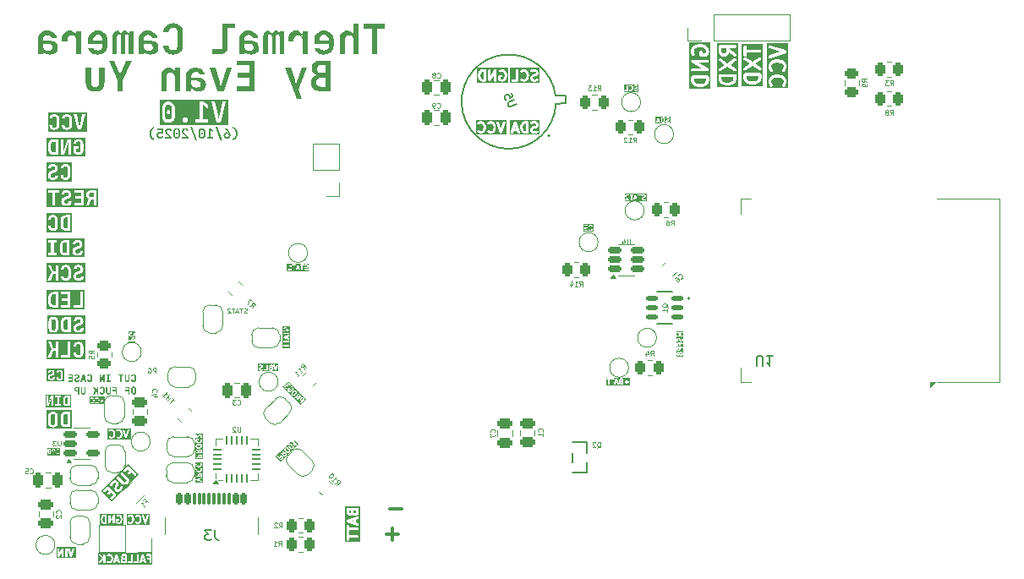
<source format=gbr>
%TF.GenerationSoftware,KiCad,Pcbnew,9.0.0*%
%TF.CreationDate,2025-06-14T01:49:43-04:00*%
%TF.ProjectId,thermal-pcb,74686572-6d61-46c2-9d70-63622e6b6963,rev?*%
%TF.SameCoordinates,Original*%
%TF.FileFunction,Legend,Bot*%
%TF.FilePolarity,Positive*%
%FSLAX46Y46*%
G04 Gerber Fmt 4.6, Leading zero omitted, Abs format (unit mm)*
G04 Created by KiCad (PCBNEW 9.0.0) date 2025-06-14 01:49:43*
%MOMM*%
%LPD*%
G01*
G04 APERTURE LIST*
G04 Aperture macros list*
%AMRoundRect*
0 Rectangle with rounded corners*
0 $1 Rounding radius*
0 $2 $3 $4 $5 $6 $7 $8 $9 X,Y pos of 4 corners*
0 Add a 4 corners polygon primitive as box body*
4,1,4,$2,$3,$4,$5,$6,$7,$8,$9,$2,$3,0*
0 Add four circle primitives for the rounded corners*
1,1,$1+$1,$2,$3*
1,1,$1+$1,$4,$5*
1,1,$1+$1,$6,$7*
1,1,$1+$1,$8,$9*
0 Add four rect primitives between the rounded corners*
20,1,$1+$1,$2,$3,$4,$5,0*
20,1,$1+$1,$4,$5,$6,$7,0*
20,1,$1+$1,$6,$7,$8,$9,0*
20,1,$1+$1,$8,$9,$2,$3,0*%
%AMRotRect*
0 Rectangle, with rotation*
0 The origin of the aperture is its center*
0 $1 length*
0 $2 width*
0 $3 Rotation angle, in degrees counterclockwise*
0 Add horizontal line*
21,1,$1,$2,0,0,$3*%
%AMFreePoly0*
4,1,23,0.500000,-0.750000,0.000000,-0.750000,0.000000,-0.745722,-0.065263,-0.745722,-0.191342,-0.711940,-0.304381,-0.646677,-0.396677,-0.554381,-0.461940,-0.441342,-0.495722,-0.315263,-0.495722,-0.250000,-0.500000,-0.250000,-0.500000,0.250000,-0.495722,0.250000,-0.495722,0.315263,-0.461940,0.441342,-0.396677,0.554381,-0.304381,0.646677,-0.191342,0.711940,-0.065263,0.745722,0.000000,0.745722,
0.000000,0.750000,0.500000,0.750000,0.500000,-0.750000,0.500000,-0.750000,$1*%
%AMFreePoly1*
4,1,23,0.000000,0.745722,0.065263,0.745722,0.191342,0.711940,0.304381,0.646677,0.396677,0.554381,0.461940,0.441342,0.495722,0.315263,0.495722,0.250000,0.500000,0.250000,0.500000,-0.250000,0.495722,-0.250000,0.495722,-0.315263,0.461940,-0.441342,0.396677,-0.554381,0.304381,-0.646677,0.191342,-0.711940,0.065263,-0.745722,0.000000,-0.745722,0.000000,-0.750000,-0.500000,-0.750000,
-0.500000,0.750000,0.000000,0.750000,0.000000,0.745722,0.000000,0.745722,$1*%
G04 Aperture macros list end*
%ADD10C,0.125000*%
%ADD11C,0.300000*%
%ADD12C,0.250000*%
%ADD13C,0.187500*%
%ADD14C,0.150000*%
%ADD15C,0.120000*%
%ADD16C,0.152500*%
%ADD17C,0.127000*%
%ADD18C,0.200000*%
%ADD19C,0.000000*%
%ADD20C,4.300000*%
%ADD21R,1.700000X1.700000*%
%ADD22O,1.700000X1.700000*%
%ADD23R,1.905000X1.905000*%
%ADD24C,1.905000*%
%ADD25C,2.311400*%
%ADD26C,1.500000*%
%ADD27RoundRect,0.150000X-0.512500X-0.150000X0.512500X-0.150000X0.512500X0.150000X-0.512500X0.150000X0*%
%ADD28RoundRect,0.250000X-0.450000X0.262500X-0.450000X-0.262500X0.450000X-0.262500X0.450000X0.262500X0*%
%ADD29RoundRect,0.250000X0.159099X-0.512652X0.512652X-0.159099X-0.159099X0.512652X-0.512652X0.159099X0*%
%ADD30RoundRect,0.250000X-0.262500X-0.450000X0.262500X-0.450000X0.262500X0.450000X-0.262500X0.450000X0*%
%ADD31RoundRect,0.062500X-0.350000X-0.062500X0.350000X-0.062500X0.350000X0.062500X-0.350000X0.062500X0*%
%ADD32RoundRect,0.062500X-0.062500X-0.350000X0.062500X-0.350000X0.062500X0.350000X-0.062500X0.350000X0*%
%ADD33R,2.500000X2.500000*%
%ADD34RoundRect,0.250000X0.475000X-0.250000X0.475000X0.250000X-0.475000X0.250000X-0.475000X-0.250000X0*%
%ADD35FreePoly0,0.000000*%
%ADD36FreePoly1,0.000000*%
%ADD37RoundRect,0.250000X0.262500X0.450000X-0.262500X0.450000X-0.262500X-0.450000X0.262500X-0.450000X0*%
%ADD38RoundRect,0.250000X0.250000X0.475000X-0.250000X0.475000X-0.250000X-0.475000X0.250000X-0.475000X0*%
%ADD39RoundRect,0.250000X0.503814X0.132583X0.132583X0.503814X-0.503814X-0.132583X-0.132583X-0.503814X0*%
%ADD40RoundRect,0.250000X0.132583X-0.503814X0.503814X-0.132583X-0.132583X0.503814X-0.503814X0.132583X0*%
%ADD41RoundRect,0.250000X-0.503814X-0.132583X-0.132583X-0.503814X0.503814X0.132583X0.132583X0.503814X0*%
%ADD42R,1.250000X0.700000*%
%ADD43FreePoly0,270.000000*%
%ADD44FreePoly1,270.000000*%
%ADD45R,0.900000X1.500000*%
%ADD46R,1.500000X0.900000*%
%ADD47C,0.600000*%
%ADD48R,3.900000X3.900000*%
%ADD49RoundRect,0.147500X0.457500X0.147500X-0.457500X0.147500X-0.457500X-0.147500X0.457500X-0.147500X0*%
%ADD50FreePoly0,45.000000*%
%ADD51FreePoly1,45.000000*%
%ADD52RotRect,1.100000X1.100000X115.000000*%
%ADD53C,1.100000*%
%ADD54FreePoly0,180.000000*%
%ADD55FreePoly1,180.000000*%
%ADD56FreePoly0,135.000000*%
%ADD57FreePoly1,135.000000*%
%ADD58C,0.650000*%
%ADD59RoundRect,0.150000X0.150000X0.425000X-0.150000X0.425000X-0.150000X-0.425000X0.150000X-0.425000X0*%
%ADD60RoundRect,0.075000X0.075000X0.500000X-0.075000X0.500000X-0.075000X-0.500000X0.075000X-0.500000X0*%
%ADD61O,1.000000X1.800000*%
%ADD62O,1.000000X2.100000*%
%ADD63RoundRect,0.250000X-0.250000X-0.475000X0.250000X-0.475000X0.250000X0.475000X-0.250000X0.475000X0*%
%ADD64RoundRect,0.250000X0.176777X-0.707107X0.707107X-0.176777X-0.176777X0.707107X-0.707107X0.176777X0*%
%ADD65FreePoly0,90.000000*%
%ADD66FreePoly1,90.000000*%
G04 APERTURE END LIST*
D10*
G36*
X96173136Y-122675884D02*
G01*
X96191032Y-122682639D01*
X96205473Y-122693497D01*
X96216224Y-122708014D01*
X96222976Y-122726332D01*
X96225409Y-122749551D01*
X96225409Y-122969461D01*
X96223059Y-122992256D01*
X96216516Y-123010417D01*
X96206084Y-123024965D01*
X96191979Y-123035816D01*
X96173940Y-123042645D01*
X96150793Y-123045116D01*
X96127361Y-123042630D01*
X96109273Y-123035789D01*
X96095289Y-123024965D01*
X96084980Y-123010433D01*
X96078505Y-122992273D01*
X96076177Y-122969461D01*
X96076177Y-122749551D01*
X96078588Y-122726315D01*
X96085273Y-122707997D01*
X96095900Y-122693497D01*
X96110219Y-122682667D01*
X96128166Y-122675899D01*
X96150793Y-122673469D01*
X96173136Y-122675884D01*
G37*
G36*
X96639890Y-122835158D02*
G01*
X96565151Y-122835158D01*
X96541483Y-122832671D01*
X96522546Y-122825727D01*
X96507296Y-122814611D01*
X96495779Y-122799700D01*
X96488668Y-122781412D01*
X96486139Y-122758771D01*
X96488687Y-122735404D01*
X96495819Y-122716690D01*
X96507296Y-122701588D01*
X96522567Y-122690312D01*
X96541504Y-122683282D01*
X96565151Y-122680766D01*
X96639890Y-122680766D01*
X96639890Y-122835158D01*
G37*
G36*
X97199241Y-123303498D02*
G01*
X95917812Y-123303498D01*
X95917812Y-123240998D01*
X95980312Y-123240998D01*
X96074406Y-123240998D01*
X96146744Y-123121812D01*
X96150793Y-123121991D01*
X96182967Y-123119751D01*
X96203905Y-123115000D01*
X96390701Y-123115000D01*
X96488245Y-123115000D01*
X96577241Y-122911912D01*
X96639890Y-122911912D01*
X96639890Y-123115000D01*
X96727054Y-123115000D01*
X96727054Y-122681041D01*
X96843252Y-122681041D01*
X96945926Y-122681041D01*
X96945926Y-123037941D01*
X96843252Y-123037941D01*
X96843252Y-123115000D01*
X97136741Y-123115000D01*
X97136741Y-123037941D01*
X97034067Y-123037941D01*
X97034067Y-122681041D01*
X97136741Y-122681041D01*
X97136741Y-122604013D01*
X96843252Y-122604013D01*
X96843252Y-122681041D01*
X96727054Y-122681041D01*
X96727054Y-122604013D01*
X96565151Y-122604013D01*
X96531705Y-122606239D01*
X96502456Y-122612595D01*
X96476766Y-122622759D01*
X96453345Y-122637144D01*
X96434050Y-122654697D01*
X96418453Y-122675637D01*
X96407116Y-122699187D01*
X96400124Y-122725731D01*
X96397692Y-122755901D01*
X96397947Y-122758771D01*
X96400616Y-122788858D01*
X96409099Y-122818274D01*
X96423032Y-122844836D01*
X96441963Y-122867959D01*
X96464669Y-122885946D01*
X96491665Y-122899180D01*
X96390701Y-123115000D01*
X96203905Y-123115000D01*
X96211239Y-123113336D01*
X96236217Y-123103032D01*
X96258878Y-123088539D01*
X96277631Y-123070787D01*
X96292851Y-123049512D01*
X96303859Y-123025736D01*
X96310627Y-122999241D01*
X96312971Y-122969461D01*
X96312971Y-122749551D01*
X96310598Y-122719017D01*
X96303804Y-122692360D01*
X96292851Y-122668920D01*
X96277665Y-122647990D01*
X96258917Y-122630411D01*
X96236217Y-122615950D01*
X96211239Y-122605646D01*
X96182967Y-122599231D01*
X96150793Y-122596991D01*
X96118414Y-122599238D01*
X96090100Y-122605660D01*
X96065217Y-122615950D01*
X96042612Y-122630417D01*
X96023910Y-122648063D01*
X96008736Y-122669134D01*
X95997744Y-122692707D01*
X95990951Y-122719305D01*
X95988586Y-122749551D01*
X95988586Y-122969461D01*
X95990889Y-122999655D01*
X95997523Y-123026422D01*
X96008278Y-123050336D01*
X96023288Y-123071642D01*
X96041938Y-123089105D01*
X96064637Y-123103032D01*
X95980312Y-123240998D01*
X95917812Y-123240998D01*
X95917812Y-122534491D01*
X97199241Y-122534491D01*
X97199241Y-123303498D01*
G37*
D11*
G36*
X108169136Y-88150561D02*
G01*
X108245300Y-88178887D01*
X108307257Y-88224480D01*
X108354108Y-88285297D01*
X108382838Y-88358662D01*
X108392986Y-88448206D01*
X108392986Y-89327847D01*
X108382758Y-89417248D01*
X108353767Y-89490620D01*
X108306402Y-89551573D01*
X108244012Y-89597226D01*
X108167803Y-89625525D01*
X108073883Y-89635593D01*
X107979982Y-89625506D01*
X107904085Y-89597194D01*
X107842219Y-89551573D01*
X107795285Y-89490675D01*
X107766522Y-89417303D01*
X107756367Y-89327847D01*
X107756367Y-88878806D01*
X107890334Y-88878806D01*
X107903510Y-88957679D01*
X107940893Y-89017048D01*
X107998308Y-89055989D01*
X108074127Y-89069560D01*
X108149989Y-89056074D01*
X108207972Y-89017292D01*
X108245703Y-88958019D01*
X108259019Y-88878806D01*
X108245816Y-88802674D01*
X108208217Y-88745572D01*
X108150532Y-88708330D01*
X108074127Y-88695258D01*
X107997848Y-88708406D01*
X107940648Y-88745816D01*
X107903399Y-88803013D01*
X107890334Y-88878806D01*
X107756367Y-88878806D01*
X107756367Y-88448206D01*
X107766528Y-88358671D01*
X107795296Y-88285306D01*
X107842219Y-88224480D01*
X107904103Y-88178897D01*
X107980260Y-88150567D01*
X108074738Y-88140460D01*
X108169136Y-88150561D01*
G37*
G36*
X114073181Y-90160187D02*
G01*
X107203685Y-90160187D01*
X107203685Y-88448206D01*
X107425907Y-88448206D01*
X107425907Y-89327847D01*
X107435253Y-89448306D01*
X107462130Y-89554564D01*
X107505652Y-89649026D01*
X107565861Y-89733526D01*
X107640295Y-89804222D01*
X107730478Y-89862128D01*
X107829945Y-89903250D01*
X107943538Y-89928954D01*
X108073883Y-89937965D01*
X108204229Y-89928969D01*
X108318127Y-89903277D01*
X108418143Y-89862128D01*
X108508800Y-89804183D01*
X108583505Y-89733481D01*
X108622804Y-89678457D01*
X109491224Y-89678457D01*
X109499617Y-89754449D01*
X109523289Y-89816382D01*
X109561688Y-89867379D01*
X109612605Y-89905710D01*
X109675307Y-89929487D01*
X109753175Y-89937965D01*
X109829911Y-89929548D01*
X109892403Y-89905821D01*
X109943806Y-89867379D01*
X109982635Y-89816327D01*
X110006536Y-89754394D01*
X110015003Y-89678457D01*
X110006662Y-89601765D01*
X110726849Y-89601765D01*
X110726849Y-89910000D01*
X112035868Y-89910000D01*
X112035868Y-89601765D01*
X111504518Y-89601765D01*
X111504518Y-88177585D01*
X112039166Y-88575579D01*
X112039166Y-88205551D01*
X111567411Y-87866053D01*
X112369016Y-87866053D01*
X112881926Y-89910000D01*
X113335973Y-89910000D01*
X113850959Y-87866053D01*
X113488991Y-87866053D01*
X113179413Y-89197543D01*
X113133496Y-89409546D01*
X113099546Y-89591140D01*
X113068649Y-89409546D01*
X113025540Y-89195833D01*
X112722069Y-87866053D01*
X112369016Y-87866053D01*
X111567411Y-87866053D01*
X111154152Y-87866053D01*
X111154152Y-89601765D01*
X110726849Y-89601765D01*
X110006662Y-89601765D01*
X110006448Y-89599800D01*
X109982461Y-89536501D01*
X109943806Y-89485139D01*
X109892375Y-89446482D01*
X109829883Y-89422641D01*
X109753175Y-89414187D01*
X109675335Y-89422702D01*
X109612633Y-89446594D01*
X109561688Y-89485139D01*
X109523462Y-89536445D01*
X109499705Y-89599743D01*
X109491224Y-89678457D01*
X108622804Y-89678457D01*
X108643824Y-89649026D01*
X108687276Y-89554571D01*
X108714114Y-89448312D01*
X108723447Y-89327847D01*
X108723447Y-88448206D01*
X108714095Y-88327168D01*
X108687240Y-88220726D01*
X108643824Y-88126416D01*
X108583582Y-88042051D01*
X108508959Y-87971473D01*
X108418387Y-87913681D01*
X108318463Y-87872586D01*
X108204799Y-87846941D01*
X108074860Y-87837965D01*
X107943019Y-87847007D01*
X107828956Y-87872712D01*
X107729867Y-87913681D01*
X107640071Y-87971400D01*
X107565830Y-88041968D01*
X107505652Y-88126416D01*
X107462166Y-88220733D01*
X107435272Y-88327174D01*
X107425907Y-88448206D01*
X107203685Y-88448206D01*
X107203685Y-87615743D01*
X114073181Y-87615743D01*
X114073181Y-90160187D01*
G37*
D12*
G36*
X139624812Y-85589619D02*
G01*
X139532003Y-85589619D01*
X139436384Y-85557746D01*
X139376353Y-85497715D01*
X139343943Y-85432896D01*
X139303384Y-85270658D01*
X139303384Y-85158579D01*
X139343943Y-84996341D01*
X139376354Y-84931520D01*
X139436382Y-84871491D01*
X139532003Y-84839619D01*
X139624812Y-84839619D01*
X139624812Y-85589619D01*
G37*
G36*
X142095050Y-85964619D02*
G01*
X138928384Y-85964619D01*
X138928384Y-85143190D01*
X139053384Y-85143190D01*
X139053384Y-85286047D01*
X139053803Y-85290301D01*
X139053532Y-85292123D01*
X139054881Y-85301251D01*
X139055786Y-85310433D01*
X139056490Y-85312134D01*
X139057116Y-85316364D01*
X139104735Y-85506840D01*
X139105378Y-85508639D01*
X139105442Y-85509539D01*
X139109324Y-85519685D01*
X139112980Y-85529915D01*
X139113516Y-85530639D01*
X139114200Y-85532425D01*
X139161818Y-85627662D01*
X139168424Y-85638156D01*
X139169688Y-85641207D01*
X139172508Y-85644643D01*
X139174873Y-85648400D01*
X139177364Y-85650560D01*
X139185233Y-85660149D01*
X139280471Y-85755388D01*
X139299413Y-85770933D01*
X139303564Y-85772652D01*
X139306957Y-85775595D01*
X139329332Y-85785585D01*
X139472188Y-85833204D01*
X139484281Y-85835953D01*
X139487331Y-85837217D01*
X139491752Y-85837652D01*
X139496082Y-85838637D01*
X139499373Y-85838403D01*
X139511717Y-85839619D01*
X139749812Y-85839619D01*
X139774198Y-85837217D01*
X139819258Y-85818553D01*
X139853746Y-85784065D01*
X139872410Y-85739005D01*
X139874812Y-85714619D01*
X139874812Y-84714619D01*
X140101003Y-84714619D01*
X140101003Y-85714619D01*
X140101620Y-85720889D01*
X140101308Y-85723349D01*
X140102176Y-85726533D01*
X140103405Y-85739005D01*
X140109766Y-85754362D01*
X140114141Y-85770404D01*
X140119020Y-85776704D01*
X140122069Y-85784065D01*
X140133824Y-85795820D01*
X140144004Y-85808965D01*
X140150922Y-85812918D01*
X140156557Y-85818553D01*
X140171915Y-85824914D01*
X140186350Y-85833163D01*
X140194256Y-85834168D01*
X140201617Y-85837217D01*
X140218238Y-85837217D01*
X140234733Y-85839314D01*
X140242422Y-85837217D01*
X140250389Y-85837217D01*
X140265746Y-85830855D01*
X140281788Y-85826481D01*
X140288088Y-85821601D01*
X140295449Y-85818553D01*
X140307204Y-85806797D01*
X140320349Y-85796618D01*
X140327602Y-85786399D01*
X140329937Y-85784065D01*
X140330886Y-85781773D01*
X140334533Y-85776636D01*
X140672431Y-85185314D01*
X140672431Y-85714619D01*
X140674833Y-85739005D01*
X140693497Y-85784065D01*
X140727985Y-85818553D01*
X140773045Y-85837217D01*
X140821817Y-85837217D01*
X140866877Y-85818553D01*
X140901365Y-85784065D01*
X140920029Y-85739005D01*
X140922431Y-85714619D01*
X140922431Y-85286047D01*
X141101003Y-85286047D01*
X141101003Y-85619380D01*
X141103405Y-85643766D01*
X141122069Y-85688826D01*
X141122073Y-85688830D01*
X141137614Y-85707767D01*
X141185233Y-85755387D01*
X141204174Y-85770933D01*
X141208327Y-85772653D01*
X141211719Y-85775595D01*
X141234094Y-85785585D01*
X141376950Y-85833204D01*
X141389043Y-85835953D01*
X141392093Y-85837217D01*
X141396514Y-85837652D01*
X141400844Y-85838637D01*
X141404135Y-85838403D01*
X141416479Y-85839619D01*
X141511717Y-85839619D01*
X141524060Y-85838403D01*
X141527351Y-85838637D01*
X141531680Y-85837652D01*
X141536103Y-85837217D01*
X141539154Y-85835953D01*
X141551245Y-85833204D01*
X141694102Y-85785586D01*
X141716477Y-85775595D01*
X141719869Y-85772652D01*
X141724021Y-85770933D01*
X141742963Y-85755388D01*
X141838201Y-85660149D01*
X141846069Y-85650560D01*
X141848561Y-85648400D01*
X141850925Y-85644643D01*
X141853746Y-85641207D01*
X141855010Y-85638155D01*
X141861615Y-85627663D01*
X141909234Y-85532425D01*
X141909917Y-85530639D01*
X141910454Y-85529915D01*
X141914109Y-85519685D01*
X141917992Y-85509539D01*
X141918055Y-85508639D01*
X141918699Y-85506840D01*
X141966318Y-85316364D01*
X141966943Y-85312134D01*
X141967648Y-85310433D01*
X141968552Y-85301253D01*
X141969902Y-85292124D01*
X141969630Y-85290301D01*
X141970050Y-85286047D01*
X141970050Y-85143190D01*
X141969630Y-85138935D01*
X141969902Y-85137113D01*
X141968552Y-85127983D01*
X141967648Y-85118804D01*
X141966943Y-85117102D01*
X141966318Y-85112873D01*
X141918699Y-84922397D01*
X141918055Y-84920597D01*
X141917992Y-84919698D01*
X141914109Y-84909551D01*
X141910454Y-84899322D01*
X141909917Y-84898597D01*
X141909234Y-84896812D01*
X141861615Y-84801574D01*
X141855007Y-84791077D01*
X141853745Y-84788030D01*
X141850928Y-84784598D01*
X141848561Y-84780837D01*
X141846066Y-84778673D01*
X141838200Y-84769088D01*
X141742962Y-84673850D01*
X141724020Y-84658305D01*
X141719870Y-84656586D01*
X141716477Y-84653643D01*
X141694102Y-84643652D01*
X141551245Y-84596034D01*
X141539154Y-84593284D01*
X141536103Y-84592021D01*
X141531680Y-84591585D01*
X141527351Y-84590601D01*
X141524060Y-84590834D01*
X141511717Y-84589619D01*
X141368860Y-84589619D01*
X141344474Y-84592021D01*
X141340324Y-84593739D01*
X141335844Y-84594058D01*
X141312958Y-84602816D01*
X141217720Y-84650435D01*
X141196983Y-84663489D01*
X141165027Y-84700334D01*
X141149603Y-84746604D01*
X141153061Y-84795254D01*
X141174873Y-84838877D01*
X141211718Y-84870833D01*
X141257988Y-84886257D01*
X141306638Y-84882799D01*
X141329524Y-84874041D01*
X141398369Y-84839619D01*
X141491434Y-84839619D01*
X141587051Y-84871491D01*
X141647079Y-84931519D01*
X141679490Y-84996342D01*
X141720050Y-85158579D01*
X141720050Y-85270658D01*
X141679490Y-85432894D01*
X141647080Y-85497715D01*
X141587050Y-85557746D01*
X141491434Y-85589619D01*
X141436765Y-85589619D01*
X141351003Y-85561032D01*
X141351003Y-85411047D01*
X141416479Y-85411047D01*
X141440865Y-85408645D01*
X141485925Y-85389981D01*
X141520413Y-85355493D01*
X141539077Y-85310433D01*
X141539077Y-85261661D01*
X141520413Y-85216601D01*
X141485925Y-85182113D01*
X141440865Y-85163449D01*
X141416479Y-85161047D01*
X141226003Y-85161047D01*
X141201617Y-85163449D01*
X141156557Y-85182113D01*
X141122069Y-85216601D01*
X141103405Y-85261661D01*
X141101003Y-85286047D01*
X140922431Y-85286047D01*
X140922431Y-84714619D01*
X140921813Y-84708347D01*
X140922126Y-84705888D01*
X140921257Y-84702702D01*
X140920029Y-84690233D01*
X140913668Y-84674876D01*
X140909293Y-84658834D01*
X140904413Y-84652533D01*
X140901365Y-84645173D01*
X140889609Y-84633417D01*
X140879430Y-84620273D01*
X140872511Y-84616319D01*
X140866877Y-84610685D01*
X140851518Y-84604323D01*
X140837084Y-84596075D01*
X140829177Y-84595069D01*
X140821817Y-84592021D01*
X140805196Y-84592021D01*
X140788701Y-84589924D01*
X140781012Y-84592021D01*
X140773045Y-84592021D01*
X140757687Y-84598382D01*
X140741646Y-84602757D01*
X140735345Y-84607636D01*
X140727985Y-84610685D01*
X140716229Y-84622440D01*
X140703085Y-84632620D01*
X140695831Y-84642838D01*
X140693497Y-84645173D01*
X140692547Y-84647464D01*
X140688901Y-84652602D01*
X140351003Y-85243924D01*
X140351003Y-84714619D01*
X140348601Y-84690233D01*
X140329937Y-84645173D01*
X140295449Y-84610685D01*
X140250389Y-84592021D01*
X140201617Y-84592021D01*
X140156557Y-84610685D01*
X140122069Y-84645173D01*
X140103405Y-84690233D01*
X140101003Y-84714619D01*
X139874812Y-84714619D01*
X139872410Y-84690233D01*
X139853746Y-84645173D01*
X139819258Y-84610685D01*
X139774198Y-84592021D01*
X139749812Y-84589619D01*
X139511717Y-84589619D01*
X139499373Y-84590834D01*
X139496082Y-84590601D01*
X139491752Y-84591585D01*
X139487331Y-84592021D01*
X139484281Y-84593284D01*
X139472188Y-84596034D01*
X139329332Y-84643653D01*
X139306957Y-84653643D01*
X139303563Y-84656586D01*
X139299414Y-84658305D01*
X139280472Y-84673850D01*
X139185234Y-84769088D01*
X139177367Y-84778673D01*
X139174873Y-84780837D01*
X139172504Y-84784598D01*
X139169689Y-84788030D01*
X139168427Y-84791076D01*
X139161818Y-84801575D01*
X139114200Y-84896812D01*
X139113516Y-84898597D01*
X139112980Y-84899322D01*
X139109324Y-84909551D01*
X139105442Y-84919698D01*
X139105378Y-84920597D01*
X139104735Y-84922397D01*
X139057116Y-85112873D01*
X139056490Y-85117102D01*
X139055786Y-85118804D01*
X139054881Y-85127985D01*
X139053532Y-85137114D01*
X139053803Y-85138935D01*
X139053384Y-85143190D01*
X138928384Y-85143190D01*
X138928384Y-84464619D01*
X142095050Y-84464619D01*
X142095050Y-85964619D01*
G37*
G36*
X105073166Y-125188930D02*
G01*
X102364288Y-127897808D01*
X101303627Y-126837147D01*
X101326316Y-126814458D01*
X101532884Y-126814458D01*
X101532884Y-126863232D01*
X101551549Y-126908291D01*
X101586035Y-126942778D01*
X101631095Y-126961443D01*
X101679869Y-126961443D01*
X101724928Y-126942778D01*
X101743870Y-126927233D01*
X101992200Y-126678904D01*
X102152141Y-126838845D01*
X102004827Y-126986160D01*
X101989282Y-127005102D01*
X101970617Y-127050161D01*
X101970617Y-127098935D01*
X101989282Y-127143994D01*
X102023769Y-127178481D01*
X102068828Y-127197146D01*
X102117602Y-127197146D01*
X102162661Y-127178481D01*
X102181603Y-127162936D01*
X102328917Y-127015622D01*
X102522530Y-127209234D01*
X102274201Y-127457564D01*
X102258656Y-127476505D01*
X102239991Y-127521565D01*
X102239991Y-127570339D01*
X102258656Y-127615398D01*
X102293142Y-127649885D01*
X102338202Y-127668550D01*
X102386976Y-127668550D01*
X102432035Y-127649885D01*
X102450977Y-127634340D01*
X102787695Y-127297624D01*
X102803240Y-127278682D01*
X102821905Y-127233622D01*
X102821905Y-127184849D01*
X102819268Y-127178481D01*
X102803240Y-127139788D01*
X102787695Y-127120846D01*
X102080588Y-126413740D01*
X102061646Y-126398195D01*
X102016587Y-126379530D01*
X101967813Y-126379530D01*
X101922753Y-126398195D01*
X101903811Y-126413740D01*
X101567094Y-126750457D01*
X101551549Y-126769398D01*
X101532884Y-126814458D01*
X101326316Y-126814458D01*
X101892386Y-126248388D01*
X102204899Y-126248388D01*
X102220323Y-126294659D01*
X102252279Y-126331503D01*
X102295902Y-126353315D01*
X102344552Y-126356773D01*
X102390823Y-126341349D01*
X102427667Y-126309393D01*
X102440722Y-126288655D01*
X102498993Y-126172110D01*
X102632143Y-126038961D01*
X102685919Y-126021036D01*
X102712695Y-126021036D01*
X102766469Y-126038961D01*
X102792083Y-126064575D01*
X102810009Y-126118351D01*
X102810009Y-126145127D01*
X102787091Y-126213879D01*
X102693135Y-126370472D01*
X102692315Y-126372201D01*
X102691727Y-126372881D01*
X102687303Y-126382787D01*
X102682649Y-126392619D01*
X102682516Y-126393510D01*
X102681737Y-126395256D01*
X102648065Y-126496272D01*
X102645315Y-126508362D01*
X102644052Y-126511414D01*
X102643616Y-126515836D01*
X102642632Y-126520166D01*
X102642865Y-126523456D01*
X102641650Y-126535800D01*
X102641650Y-126603143D01*
X102642865Y-126615486D01*
X102642632Y-126618778D01*
X102643616Y-126623107D01*
X102644052Y-126627529D01*
X102645315Y-126630578D01*
X102648065Y-126642672D01*
X102681737Y-126743687D01*
X102691727Y-126766062D01*
X102694670Y-126769456D01*
X102696389Y-126773604D01*
X102711934Y-126792546D01*
X102779278Y-126859890D01*
X102798220Y-126875436D01*
X102802369Y-126877154D01*
X102805762Y-126880097D01*
X102828137Y-126890087D01*
X102929152Y-126923759D01*
X102941245Y-126926508D01*
X102944295Y-126927772D01*
X102948716Y-126928207D01*
X102953046Y-126929192D01*
X102956337Y-126928958D01*
X102968681Y-126930174D01*
X103036024Y-126930174D01*
X103048367Y-126928958D01*
X103051658Y-126929192D01*
X103055987Y-126928207D01*
X103060410Y-126927772D01*
X103063461Y-126926508D01*
X103075552Y-126923759D01*
X103176568Y-126890087D01*
X103198943Y-126880097D01*
X103202335Y-126877154D01*
X103206487Y-126875435D01*
X103225429Y-126859890D01*
X103393787Y-126691531D01*
X103401655Y-126681942D01*
X103404147Y-126679782D01*
X103406511Y-126676025D01*
X103409332Y-126672589D01*
X103410595Y-126669537D01*
X103417201Y-126659045D01*
X103484545Y-126524358D01*
X103493303Y-126501472D01*
X103496761Y-126452823D01*
X103481337Y-126406552D01*
X103449381Y-126369707D01*
X103405758Y-126347895D01*
X103357109Y-126344437D01*
X103310838Y-126359861D01*
X103273993Y-126391817D01*
X103260939Y-126412554D01*
X103202667Y-126529097D01*
X103069516Y-126662248D01*
X103015741Y-126680174D01*
X102988965Y-126680174D01*
X102935188Y-126662248D01*
X102909575Y-126636635D01*
X102891650Y-126582858D01*
X102891650Y-126556083D01*
X102914567Y-126487332D01*
X103008524Y-126330738D01*
X103009343Y-126329007D01*
X103009932Y-126328329D01*
X103014345Y-126318442D01*
X103019011Y-126308591D01*
X103019144Y-126307696D01*
X103019922Y-126305954D01*
X103053594Y-126204939D01*
X103056343Y-126192845D01*
X103057607Y-126189796D01*
X103058042Y-126185374D01*
X103059027Y-126181045D01*
X103058793Y-126177753D01*
X103060009Y-126165410D01*
X103060009Y-126098067D01*
X103058793Y-126085723D01*
X103059027Y-126082432D01*
X103058042Y-126078102D01*
X103057607Y-126073681D01*
X103056343Y-126070631D01*
X103053594Y-126058538D01*
X103019922Y-125957523D01*
X103009932Y-125935148D01*
X103006989Y-125931755D01*
X103005271Y-125927606D01*
X102989726Y-125908664D01*
X102922383Y-125841320D01*
X102903441Y-125825775D01*
X102899291Y-125824056D01*
X102895898Y-125821113D01*
X102873523Y-125811123D01*
X102772508Y-125777451D01*
X102760414Y-125774701D01*
X102757365Y-125773438D01*
X102752943Y-125773002D01*
X102748614Y-125772018D01*
X102745322Y-125772251D01*
X102732979Y-125771036D01*
X102665635Y-125771036D01*
X102653291Y-125772251D01*
X102650000Y-125772018D01*
X102645670Y-125773002D01*
X102641249Y-125773438D01*
X102638199Y-125774701D01*
X102626106Y-125777451D01*
X102525091Y-125811123D01*
X102502716Y-125821113D01*
X102499323Y-125824055D01*
X102495174Y-125825774D01*
X102476232Y-125841319D01*
X102307873Y-126009679D01*
X102300006Y-126019264D01*
X102297511Y-126021429D01*
X102295142Y-126025191D01*
X102292328Y-126028621D01*
X102291066Y-126031666D01*
X102284457Y-126042166D01*
X102217114Y-126176853D01*
X102208357Y-126199738D01*
X102204899Y-126248388D01*
X101892386Y-126248388D01*
X102673186Y-125467588D01*
X102879755Y-125467588D01*
X102879755Y-125516362D01*
X102898420Y-125561421D01*
X102913965Y-125580363D01*
X103486383Y-126152783D01*
X103505325Y-126168328D01*
X103509476Y-126170047D01*
X103512869Y-126172990D01*
X103535244Y-126182980D01*
X103636259Y-126216652D01*
X103648352Y-126219401D01*
X103651402Y-126220665D01*
X103655823Y-126221100D01*
X103660153Y-126222085D01*
X103663444Y-126221851D01*
X103675788Y-126223067D01*
X103743131Y-126223067D01*
X103755474Y-126221851D01*
X103758766Y-126222085D01*
X103763095Y-126221100D01*
X103767517Y-126220665D01*
X103770566Y-126219401D01*
X103782660Y-126216652D01*
X103883675Y-126182980D01*
X103906050Y-126172990D01*
X103909444Y-126170046D01*
X103913592Y-126168328D01*
X103932534Y-126152783D01*
X104067221Y-126018096D01*
X104082766Y-125999154D01*
X104084484Y-125995006D01*
X104087428Y-125991612D01*
X104097418Y-125969237D01*
X104131090Y-125868222D01*
X104133839Y-125856128D01*
X104135103Y-125853079D01*
X104135538Y-125848657D01*
X104136523Y-125844328D01*
X104136289Y-125841036D01*
X104137505Y-125828693D01*
X104137505Y-125761349D01*
X104136289Y-125749005D01*
X104136523Y-125745714D01*
X104135538Y-125741384D01*
X104135103Y-125736963D01*
X104133839Y-125733913D01*
X104131090Y-125721820D01*
X104097418Y-125620805D01*
X104087428Y-125598430D01*
X104084484Y-125595036D01*
X104082766Y-125590887D01*
X104067221Y-125571945D01*
X103494802Y-124999526D01*
X103475860Y-124983981D01*
X103430801Y-124965316D01*
X103382027Y-124965316D01*
X103336968Y-124983981D01*
X103302481Y-125018468D01*
X103283816Y-125063527D01*
X103283816Y-125112301D01*
X103302481Y-125157360D01*
X103318026Y-125176302D01*
X103869579Y-125727857D01*
X103887505Y-125781633D01*
X103887505Y-125808408D01*
X103869579Y-125862185D01*
X103776623Y-125955141D01*
X103722847Y-125973067D01*
X103696071Y-125973067D01*
X103642296Y-125955142D01*
X103090741Y-125403587D01*
X103071799Y-125388042D01*
X103026740Y-125369377D01*
X102977966Y-125369377D01*
X102932907Y-125388042D01*
X102898420Y-125422529D01*
X102879755Y-125467588D01*
X102673186Y-125467588D01*
X103346621Y-124794153D01*
X103553190Y-124794153D01*
X103553190Y-124842927D01*
X103571855Y-124887986D01*
X103606342Y-124922473D01*
X103651401Y-124941138D01*
X103700175Y-124941138D01*
X103745234Y-124922473D01*
X103764176Y-124906928D01*
X104012505Y-124658599D01*
X104172445Y-124818539D01*
X104025132Y-124965853D01*
X104009587Y-124984795D01*
X103990922Y-125029855D01*
X103990922Y-125078628D01*
X104009586Y-125123688D01*
X104044073Y-125158175D01*
X104089133Y-125176840D01*
X104137906Y-125176840D01*
X104182966Y-125158176D01*
X104201908Y-125142631D01*
X104349222Y-124995316D01*
X104631224Y-125277318D01*
X104650166Y-125292863D01*
X104695226Y-125311527D01*
X104743999Y-125311527D01*
X104789059Y-125292863D01*
X104823546Y-125258376D01*
X104842210Y-125213316D01*
X104842210Y-125164542D01*
X104823546Y-125119483D01*
X104808001Y-125100541D01*
X104100893Y-124393435D01*
X104081962Y-124377899D01*
X104081952Y-124377889D01*
X104036892Y-124359225D01*
X103988118Y-124359225D01*
X103943059Y-124377889D01*
X103924117Y-124393434D01*
X103587400Y-124730152D01*
X103571855Y-124749094D01*
X103553190Y-124794153D01*
X103346621Y-124794153D01*
X104012505Y-124128269D01*
X105073166Y-125188930D01*
G37*
D13*
G36*
X103704323Y-133904714D02*
G01*
X103534491Y-133904714D01*
X103496462Y-133885700D01*
X103482266Y-133871503D01*
X103463252Y-133833475D01*
X103463252Y-133770595D01*
X103482266Y-133732566D01*
X103491571Y-133723261D01*
X103563287Y-133699357D01*
X103704323Y-133699357D01*
X103704323Y-133904714D01*
G37*
G36*
X103704323Y-133511857D02*
G01*
X103570205Y-133511857D01*
X103532177Y-133492843D01*
X103517979Y-133478645D01*
X103498966Y-133440618D01*
X103498966Y-133413452D01*
X103517979Y-133375424D01*
X103532176Y-133361228D01*
X103570205Y-133342214D01*
X103704323Y-133342214D01*
X103704323Y-133511857D01*
G37*
G36*
X102953716Y-133690428D02*
G01*
X102856716Y-133690428D01*
X102905216Y-133544927D01*
X102953716Y-133690428D01*
G37*
G36*
X105560859Y-133690428D02*
G01*
X105463859Y-133690428D01*
X105512359Y-133544927D01*
X105560859Y-133690428D01*
G37*
G36*
X106485573Y-134185964D02*
G01*
X101039284Y-134185964D01*
X101039284Y-133993362D01*
X101133034Y-133993362D01*
X101138207Y-134029573D01*
X101156844Y-134061049D01*
X101186108Y-134082997D01*
X101221543Y-134092075D01*
X101257754Y-134086902D01*
X101289230Y-134068265D01*
X101301645Y-134054714D01*
X101558216Y-133712617D01*
X101561466Y-133715867D01*
X101561466Y-133998464D01*
X101563267Y-134016754D01*
X101577266Y-134050549D01*
X101603131Y-134076414D01*
X101636926Y-134090413D01*
X101673506Y-134090413D01*
X101707301Y-134076414D01*
X101733166Y-134050549D01*
X101747165Y-134016754D01*
X101748966Y-133998464D01*
X101748966Y-133301603D01*
X101884696Y-133301603D01*
X101884696Y-133338181D01*
X101898694Y-133371977D01*
X101924560Y-133397843D01*
X101958356Y-133411841D01*
X101994934Y-133411841D01*
X102028730Y-133397843D01*
X102042936Y-133386183D01*
X102063000Y-133366118D01*
X102134716Y-133342214D01*
X102175717Y-133342214D01*
X102247431Y-133366118D01*
X102292452Y-133411139D01*
X102316760Y-133459756D01*
X102347180Y-133581433D01*
X102347180Y-133665493D01*
X102316760Y-133787170D01*
X102292451Y-133835789D01*
X102247431Y-133880809D01*
X102175717Y-133904714D01*
X102134716Y-133904714D01*
X102063000Y-133880809D01*
X102042937Y-133860745D01*
X102028731Y-133849085D01*
X101994936Y-133835087D01*
X101958357Y-133835086D01*
X101924561Y-133849084D01*
X101898695Y-133874949D01*
X101884697Y-133908744D01*
X101884696Y-133945323D01*
X101898694Y-133979119D01*
X101910353Y-133993325D01*
X101946067Y-134029040D01*
X101960273Y-134040700D01*
X101963385Y-134041989D01*
X101965931Y-134044197D01*
X101982713Y-134051689D01*
X102089856Y-134087403D01*
X102098922Y-134089464D01*
X102101212Y-134090413D01*
X102104530Y-134090739D01*
X102107777Y-134091478D01*
X102110245Y-134091302D01*
X102119502Y-134092214D01*
X102190930Y-134092214D01*
X102200186Y-134091302D01*
X102202655Y-134091478D01*
X102205901Y-134090739D01*
X102209220Y-134090413D01*
X102211509Y-134089464D01*
X102220576Y-134087403D01*
X102327720Y-134051689D01*
X102344501Y-134044197D01*
X102347045Y-134041990D01*
X102350158Y-134040701D01*
X102364364Y-134029041D01*
X102406666Y-133986739D01*
X102562202Y-133986739D01*
X102564795Y-134023226D01*
X102581154Y-134055943D01*
X102608788Y-134079911D01*
X102643491Y-134091478D01*
X102679978Y-134088885D01*
X102712695Y-134072526D01*
X102736663Y-134044892D01*
X102744155Y-134028110D01*
X102794216Y-133877928D01*
X103016216Y-133877928D01*
X103066277Y-134028110D01*
X103073769Y-134044892D01*
X103097737Y-134072526D01*
X103130454Y-134088884D01*
X103166941Y-134091478D01*
X103201644Y-134079910D01*
X103229278Y-134055943D01*
X103245636Y-134023226D01*
X103248230Y-133986738D01*
X103244155Y-133968817D01*
X103170704Y-133748464D01*
X103275752Y-133748464D01*
X103275752Y-133855607D01*
X103277553Y-133873897D01*
X103278842Y-133877009D01*
X103279081Y-133880369D01*
X103285649Y-133897533D01*
X103321363Y-133968961D01*
X103326317Y-133976832D01*
X103327265Y-133979119D01*
X103329377Y-133981693D01*
X103331154Y-133984515D01*
X103333025Y-133986138D01*
X103338924Y-133993325D01*
X103374638Y-134029040D01*
X103381826Y-134034940D01*
X103383450Y-134036812D01*
X103386269Y-134038586D01*
X103388844Y-134040700D01*
X103391131Y-134041647D01*
X103399004Y-134046603D01*
X103470433Y-134082317D01*
X103487598Y-134088885D01*
X103490956Y-134089123D01*
X103494069Y-134090413D01*
X103512359Y-134092214D01*
X103798073Y-134092214D01*
X103816363Y-134090413D01*
X103850158Y-134076414D01*
X103876023Y-134050549D01*
X103890022Y-134016754D01*
X103891823Y-133998464D01*
X103891823Y-133980174D01*
X103956124Y-133980174D01*
X103956124Y-134016754D01*
X103970123Y-134050549D01*
X103995988Y-134076414D01*
X104029783Y-134090413D01*
X104048073Y-134092214D01*
X104405216Y-134092214D01*
X104423506Y-134090413D01*
X104457301Y-134076414D01*
X104483166Y-134050549D01*
X104497165Y-134016754D01*
X104498966Y-133998464D01*
X104498966Y-133980174D01*
X104563267Y-133980174D01*
X104563267Y-134016754D01*
X104577266Y-134050549D01*
X104603131Y-134076414D01*
X104636926Y-134090413D01*
X104655216Y-134092214D01*
X105012359Y-134092214D01*
X105030649Y-134090413D01*
X105064444Y-134076414D01*
X105090309Y-134050549D01*
X105104308Y-134016754D01*
X105106109Y-133998464D01*
X105106109Y-133986739D01*
X105169345Y-133986739D01*
X105171938Y-134023226D01*
X105188297Y-134055943D01*
X105215931Y-134079911D01*
X105250634Y-134091478D01*
X105287121Y-134088885D01*
X105319838Y-134072526D01*
X105343806Y-134044892D01*
X105351298Y-134028110D01*
X105401359Y-133877928D01*
X105623359Y-133877928D01*
X105673420Y-134028110D01*
X105680912Y-134044892D01*
X105704880Y-134072526D01*
X105737597Y-134088884D01*
X105774084Y-134091478D01*
X105808787Y-134079910D01*
X105836421Y-134055943D01*
X105852779Y-134023226D01*
X105855373Y-133986738D01*
X105851298Y-133968817D01*
X105605083Y-133230174D01*
X105848981Y-133230174D01*
X105848981Y-133266754D01*
X105862980Y-133300549D01*
X105888845Y-133326414D01*
X105922640Y-133340413D01*
X105940930Y-133342214D01*
X106204323Y-133342214D01*
X106204323Y-133511857D01*
X106048073Y-133511857D01*
X106029783Y-133513658D01*
X105995988Y-133527657D01*
X105970123Y-133553522D01*
X105956124Y-133587317D01*
X105956124Y-133623897D01*
X105970123Y-133657692D01*
X105995988Y-133683557D01*
X106029783Y-133697556D01*
X106048073Y-133699357D01*
X106204323Y-133699357D01*
X106204323Y-133998464D01*
X106206124Y-134016754D01*
X106220123Y-134050549D01*
X106245988Y-134076414D01*
X106279783Y-134090413D01*
X106316363Y-134090413D01*
X106350158Y-134076414D01*
X106376023Y-134050549D01*
X106390022Y-134016754D01*
X106391823Y-133998464D01*
X106391823Y-133248464D01*
X106390022Y-133230174D01*
X106376023Y-133196379D01*
X106350158Y-133170514D01*
X106316363Y-133156515D01*
X106298073Y-133154714D01*
X105940930Y-133154714D01*
X105922640Y-133156515D01*
X105888845Y-133170514D01*
X105862980Y-133196379D01*
X105848981Y-133230174D01*
X105605083Y-133230174D01*
X105601298Y-133218818D01*
X105593806Y-133202036D01*
X105589415Y-133196973D01*
X105586421Y-133190985D01*
X105577541Y-133183283D01*
X105569838Y-133174402D01*
X105563846Y-133171406D01*
X105558787Y-133167018D01*
X105547637Y-133163301D01*
X105537121Y-133158043D01*
X105530438Y-133157568D01*
X105524084Y-133155450D01*
X105512361Y-133156283D01*
X105500634Y-133155450D01*
X105494276Y-133157569D01*
X105487597Y-133158044D01*
X105477088Y-133163297D01*
X105465931Y-133167017D01*
X105460868Y-133171407D01*
X105454880Y-133174402D01*
X105447177Y-133183282D01*
X105438297Y-133190985D01*
X105435302Y-133196974D01*
X105430912Y-133202036D01*
X105423420Y-133218818D01*
X105173420Y-133968818D01*
X105169345Y-133986739D01*
X105106109Y-133986739D01*
X105106109Y-133248464D01*
X105104308Y-133230174D01*
X105090309Y-133196379D01*
X105064444Y-133170514D01*
X105030649Y-133156515D01*
X104994069Y-133156515D01*
X104960274Y-133170514D01*
X104934409Y-133196379D01*
X104920410Y-133230174D01*
X104918609Y-133248464D01*
X104918609Y-133904714D01*
X104655216Y-133904714D01*
X104636926Y-133906515D01*
X104603131Y-133920514D01*
X104577266Y-133946379D01*
X104563267Y-133980174D01*
X104498966Y-133980174D01*
X104498966Y-133248464D01*
X104497165Y-133230174D01*
X104483166Y-133196379D01*
X104457301Y-133170514D01*
X104423506Y-133156515D01*
X104386926Y-133156515D01*
X104353131Y-133170514D01*
X104327266Y-133196379D01*
X104313267Y-133230174D01*
X104311466Y-133248464D01*
X104311466Y-133904714D01*
X104048073Y-133904714D01*
X104029783Y-133906515D01*
X103995988Y-133920514D01*
X103970123Y-133946379D01*
X103956124Y-133980174D01*
X103891823Y-133980174D01*
X103891823Y-133248464D01*
X103890022Y-133230174D01*
X103876023Y-133196379D01*
X103850158Y-133170514D01*
X103816363Y-133156515D01*
X103798073Y-133154714D01*
X103548073Y-133154714D01*
X103529783Y-133156515D01*
X103526670Y-133157804D01*
X103523311Y-133158043D01*
X103506147Y-133164611D01*
X103434719Y-133200325D01*
X103426851Y-133205277D01*
X103424561Y-133206226D01*
X103421982Y-133208342D01*
X103419165Y-133210116D01*
X103417543Y-133211986D01*
X103410355Y-133217886D01*
X103374640Y-133253600D01*
X103368739Y-133260788D01*
X103366868Y-133262412D01*
X103365093Y-133265231D01*
X103362980Y-133267806D01*
X103362032Y-133270093D01*
X103357077Y-133277966D01*
X103321363Y-133349395D01*
X103314795Y-133366560D01*
X103314556Y-133369918D01*
X103313267Y-133373031D01*
X103311466Y-133391321D01*
X103311466Y-133462750D01*
X103313267Y-133481040D01*
X103314556Y-133484152D01*
X103314795Y-133487512D01*
X103321363Y-133504676D01*
X103357077Y-133576104D01*
X103362032Y-133583976D01*
X103362980Y-133586264D01*
X103363171Y-133586497D01*
X103338925Y-133610744D01*
X103333024Y-133617932D01*
X103331154Y-133619555D01*
X103329379Y-133622373D01*
X103327265Y-133624950D01*
X103326316Y-133627239D01*
X103321363Y-133635109D01*
X103285649Y-133706538D01*
X103279081Y-133723703D01*
X103278842Y-133727061D01*
X103277553Y-133730174D01*
X103275752Y-133748464D01*
X103170704Y-133748464D01*
X102994155Y-133218818D01*
X102986663Y-133202036D01*
X102982272Y-133196973D01*
X102979278Y-133190985D01*
X102970398Y-133183283D01*
X102962695Y-133174402D01*
X102956703Y-133171406D01*
X102951644Y-133167018D01*
X102940494Y-133163301D01*
X102929978Y-133158043D01*
X102923295Y-133157568D01*
X102916941Y-133155450D01*
X102905218Y-133156283D01*
X102893491Y-133155450D01*
X102887133Y-133157569D01*
X102880454Y-133158044D01*
X102869945Y-133163297D01*
X102858788Y-133167017D01*
X102853725Y-133171407D01*
X102847737Y-133174402D01*
X102840034Y-133183282D01*
X102831154Y-133190985D01*
X102828159Y-133196974D01*
X102823769Y-133202036D01*
X102816277Y-133218818D01*
X102566277Y-133968818D01*
X102562202Y-133986739D01*
X102406666Y-133986739D01*
X102435793Y-133957612D01*
X102441693Y-133950423D01*
X102443564Y-133948801D01*
X102445338Y-133945982D01*
X102447453Y-133943406D01*
X102448401Y-133941116D01*
X102453355Y-133933247D01*
X102489069Y-133861818D01*
X102489580Y-133860481D01*
X102489984Y-133859937D01*
X102492731Y-133852245D01*
X102495637Y-133844653D01*
X102495684Y-133843979D01*
X102496167Y-133842630D01*
X102531881Y-133699772D01*
X102532349Y-133696602D01*
X102532879Y-133695325D01*
X102533556Y-133688441D01*
X102534570Y-133681591D01*
X102534366Y-133680221D01*
X102534680Y-133677035D01*
X102534680Y-133569892D01*
X102534366Y-133566705D01*
X102534570Y-133565336D01*
X102533556Y-133558485D01*
X102532879Y-133551602D01*
X102532349Y-133550324D01*
X102531881Y-133547155D01*
X102496167Y-133404297D01*
X102495684Y-133402947D01*
X102495637Y-133402273D01*
X102492728Y-133394673D01*
X102489984Y-133386990D01*
X102489580Y-133386445D01*
X102489069Y-133385109D01*
X102453355Y-133313681D01*
X102448401Y-133305811D01*
X102447453Y-133303522D01*
X102445338Y-133300945D01*
X102443564Y-133298127D01*
X102441693Y-133296504D01*
X102435793Y-133289316D01*
X102364364Y-133217887D01*
X102350158Y-133206227D01*
X102347045Y-133204937D01*
X102344501Y-133202731D01*
X102327720Y-133195239D01*
X102220576Y-133159525D01*
X102211509Y-133157463D01*
X102209220Y-133156515D01*
X102205901Y-133156188D01*
X102202655Y-133155450D01*
X102200186Y-133155625D01*
X102190930Y-133154714D01*
X102119502Y-133154714D01*
X102110245Y-133155625D01*
X102107777Y-133155450D01*
X102104530Y-133156188D01*
X102101212Y-133156515D01*
X102098922Y-133157463D01*
X102089856Y-133159525D01*
X101982713Y-133195239D01*
X101965931Y-133202731D01*
X101963386Y-133204937D01*
X101960274Y-133206227D01*
X101946068Y-133217887D01*
X101910354Y-133253601D01*
X101898694Y-133267807D01*
X101884696Y-133301603D01*
X101748966Y-133301603D01*
X101748966Y-133248464D01*
X101747165Y-133230174D01*
X101733166Y-133196379D01*
X101707301Y-133170514D01*
X101673506Y-133156515D01*
X101636926Y-133156515D01*
X101603131Y-133170514D01*
X101577266Y-133196379D01*
X101563267Y-133230174D01*
X101561466Y-133248464D01*
X101561466Y-133450703D01*
X101292936Y-133182173D01*
X101278730Y-133170513D01*
X101244934Y-133156515D01*
X101208356Y-133156515D01*
X101174560Y-133170513D01*
X101148694Y-133196379D01*
X101134696Y-133230175D01*
X101134696Y-133266753D01*
X101148694Y-133300549D01*
X101160354Y-133314755D01*
X101424287Y-133578688D01*
X101151645Y-133942214D01*
X101142112Y-133957927D01*
X101133034Y-133993362D01*
X101039284Y-133993362D01*
X101039284Y-133060964D01*
X106485573Y-133060964D01*
X106485573Y-134185964D01*
G37*
D11*
G36*
X99716274Y-113632641D02*
G01*
X95821238Y-113632641D01*
X95821238Y-113445000D01*
X95987905Y-113445000D01*
X96280355Y-113445000D01*
X96580866Y-112770798D01*
X96759560Y-112770798D01*
X96759560Y-113445000D01*
X97022335Y-113445000D01*
X97022335Y-113201550D01*
X97311579Y-113201550D01*
X97311579Y-113445000D01*
X98224284Y-113445000D01*
X98224284Y-112344258D01*
X98575353Y-112344258D01*
X98838036Y-112344258D01*
X98845284Y-112274561D01*
X98865235Y-112220598D01*
X98896746Y-112178753D01*
X98939182Y-112147867D01*
X98993090Y-112128374D01*
X99061793Y-112121325D01*
X99130586Y-112128339D01*
X99184793Y-112147766D01*
X99227664Y-112178570D01*
X99259508Y-112220338D01*
X99279624Y-112274097D01*
X99286924Y-112343434D01*
X99286924Y-113012690D01*
X99279653Y-113081730D01*
X99259556Y-113135624D01*
X99227664Y-113177828D01*
X99184743Y-113209004D01*
X99130535Y-113228633D01*
X99061793Y-113235714D01*
X98993127Y-113228618D01*
X98939218Y-113208980D01*
X98896746Y-113177828D01*
X98865173Y-113135668D01*
X98845250Y-113081775D01*
X98838036Y-113012690D01*
X98575353Y-113012690D01*
X98582397Y-113102270D01*
X98602666Y-113181355D01*
X98635528Y-113251742D01*
X98680877Y-113314620D01*
X98736795Y-113367126D01*
X98804422Y-113410012D01*
X98878844Y-113440359D01*
X98963719Y-113459327D01*
X99060969Y-113465974D01*
X99158243Y-113459396D01*
X99243512Y-113440594D01*
X99318614Y-113410470D01*
X99386903Y-113367813D01*
X99443326Y-113315456D01*
X99489065Y-113252658D01*
X99522104Y-113182237D01*
X99542508Y-113102865D01*
X99549607Y-113012690D01*
X99549607Y-112344258D01*
X99542453Y-112252735D01*
X99522001Y-112173120D01*
X99489065Y-112103374D01*
X99443390Y-112041206D01*
X99386975Y-111989167D01*
X99318614Y-111946570D01*
X99243507Y-111916393D01*
X99158238Y-111897562D01*
X99060969Y-111890974D01*
X98963724Y-111897631D01*
X98878849Y-111916629D01*
X98804422Y-111947028D01*
X98736706Y-111989785D01*
X98680799Y-112041855D01*
X98635528Y-112103923D01*
X98602800Y-112173469D01*
X98582467Y-112252902D01*
X98575353Y-112344258D01*
X98224284Y-112344258D01*
X98224284Y-111912040D01*
X97961509Y-111912040D01*
X97961509Y-113201550D01*
X97311579Y-113201550D01*
X97022335Y-113201550D01*
X97022335Y-111912040D01*
X96759560Y-111912040D01*
X96759560Y-112532478D01*
X96578301Y-112532478D01*
X96289606Y-111912040D01*
X96004025Y-111912040D01*
X96346026Y-112646600D01*
X95987905Y-113445000D01*
X95821238Y-113445000D01*
X95821238Y-111724307D01*
X99716274Y-111724307D01*
X99716274Y-113632641D01*
G37*
D13*
G36*
X98791980Y-133585735D02*
G01*
X96882002Y-133585735D01*
X96882002Y-132648464D01*
X96975752Y-132648464D01*
X96975752Y-133398464D01*
X96976215Y-133403168D01*
X96975981Y-133405012D01*
X96976631Y-133407397D01*
X96977553Y-133416754D01*
X96982326Y-133428277D01*
X96985606Y-133440302D01*
X96989264Y-133445026D01*
X96991552Y-133450549D01*
X97000366Y-133459363D01*
X97008002Y-133469224D01*
X97013193Y-133472190D01*
X97017417Y-133476414D01*
X97028936Y-133481185D01*
X97039763Y-133487372D01*
X97045689Y-133488125D01*
X97051212Y-133490413D01*
X97063684Y-133490413D01*
X97076050Y-133491985D01*
X97081814Y-133490413D01*
X97087792Y-133490413D01*
X97099315Y-133485639D01*
X97111340Y-133482360D01*
X97116064Y-133478701D01*
X97121587Y-133476414D01*
X97130401Y-133467599D01*
X97140262Y-133459964D01*
X97145704Y-133452296D01*
X97147452Y-133450549D01*
X97148162Y-133448833D01*
X97150900Y-133444977D01*
X97404323Y-133001486D01*
X97404323Y-133398464D01*
X97406124Y-133416754D01*
X97420123Y-133450549D01*
X97445988Y-133476414D01*
X97479783Y-133490413D01*
X97516363Y-133490413D01*
X97550158Y-133476414D01*
X97576023Y-133450549D01*
X97590022Y-133416754D01*
X97591823Y-133398464D01*
X97591823Y-132648464D01*
X97761466Y-132648464D01*
X97761466Y-133398464D01*
X97763267Y-133416754D01*
X97777266Y-133450549D01*
X97803131Y-133476414D01*
X97836926Y-133490413D01*
X97873506Y-133490413D01*
X97907301Y-133476414D01*
X97933166Y-133450549D01*
X97947165Y-133416754D01*
X97948966Y-133398464D01*
X97948966Y-132660189D01*
X98012202Y-132660189D01*
X98016277Y-132678110D01*
X98266277Y-133428110D01*
X98273769Y-133444892D01*
X98278159Y-133449953D01*
X98281154Y-133455943D01*
X98290034Y-133463645D01*
X98297737Y-133472526D01*
X98303725Y-133475520D01*
X98308788Y-133479911D01*
X98319945Y-133483630D01*
X98330454Y-133488884D01*
X98337133Y-133489358D01*
X98343491Y-133491478D01*
X98355218Y-133490644D01*
X98366941Y-133491478D01*
X98373295Y-133489359D01*
X98379978Y-133488885D01*
X98390494Y-133483626D01*
X98401644Y-133479910D01*
X98406703Y-133475521D01*
X98412695Y-133472526D01*
X98420398Y-133463644D01*
X98429278Y-133455943D01*
X98432272Y-133449954D01*
X98436663Y-133444892D01*
X98444155Y-133428110D01*
X98694155Y-132678111D01*
X98698230Y-132660190D01*
X98695636Y-132623702D01*
X98679278Y-132590985D01*
X98651644Y-132567018D01*
X98616941Y-132555450D01*
X98580454Y-132558044D01*
X98547737Y-132574402D01*
X98523769Y-132602036D01*
X98516277Y-132618818D01*
X98355216Y-133102000D01*
X98194155Y-132618818D01*
X98186663Y-132602036D01*
X98162695Y-132574402D01*
X98129978Y-132558043D01*
X98093491Y-132555450D01*
X98058788Y-132567017D01*
X98031154Y-132590985D01*
X98014795Y-132623702D01*
X98012202Y-132660189D01*
X97948966Y-132660189D01*
X97948966Y-132648464D01*
X97947165Y-132630174D01*
X97933166Y-132596379D01*
X97907301Y-132570514D01*
X97873506Y-132556515D01*
X97836926Y-132556515D01*
X97803131Y-132570514D01*
X97777266Y-132596379D01*
X97763267Y-132630174D01*
X97761466Y-132648464D01*
X97591823Y-132648464D01*
X97591359Y-132643759D01*
X97591594Y-132641916D01*
X97590943Y-132639530D01*
X97590022Y-132630174D01*
X97585248Y-132618650D01*
X97581969Y-132606626D01*
X97578310Y-132601901D01*
X97576023Y-132596379D01*
X97567208Y-132587564D01*
X97559573Y-132577704D01*
X97554381Y-132574737D01*
X97550158Y-132570514D01*
X97538638Y-132565742D01*
X97527812Y-132559556D01*
X97521885Y-132558802D01*
X97516363Y-132556515D01*
X97503890Y-132556515D01*
X97491524Y-132554943D01*
X97485760Y-132556515D01*
X97479783Y-132556515D01*
X97468259Y-132561288D01*
X97456235Y-132564568D01*
X97451510Y-132568226D01*
X97445988Y-132570514D01*
X97437173Y-132579328D01*
X97427313Y-132586964D01*
X97421870Y-132594631D01*
X97420123Y-132596379D01*
X97419412Y-132598094D01*
X97416675Y-132601951D01*
X97163252Y-133045441D01*
X97163252Y-132648464D01*
X97161451Y-132630174D01*
X97147452Y-132596379D01*
X97121587Y-132570514D01*
X97087792Y-132556515D01*
X97051212Y-132556515D01*
X97017417Y-132570514D01*
X96991552Y-132596379D01*
X96977553Y-132630174D01*
X96975752Y-132648464D01*
X96882002Y-132648464D01*
X96882002Y-132461193D01*
X98791980Y-132461193D01*
X98791980Y-133585735D01*
G37*
D10*
G36*
X111283049Y-125159606D02*
G01*
X111292514Y-125169072D01*
X111305190Y-125194422D01*
X111305190Y-125307645D01*
X111168285Y-125307645D01*
X111168285Y-125194422D01*
X111180961Y-125169070D01*
X111190426Y-125159605D01*
X111215777Y-125146931D01*
X111257698Y-125146931D01*
X111283049Y-125159606D01*
G37*
G36*
X111492690Y-125994986D02*
G01*
X110742690Y-125994986D01*
X110742690Y-125699047D01*
X110805348Y-125699047D01*
X110806825Y-125703478D01*
X110805348Y-125707909D01*
X110814210Y-125725633D01*
X110820475Y-125744428D01*
X110824651Y-125746516D01*
X110826740Y-125750693D01*
X110847926Y-125762771D01*
X111347926Y-125929437D01*
X111372121Y-125932486D01*
X111414905Y-125911094D01*
X111430032Y-125865713D01*
X111408640Y-125822929D01*
X111387454Y-125810851D01*
X111065333Y-125703477D01*
X111387454Y-125596104D01*
X111408640Y-125584026D01*
X111430032Y-125541242D01*
X111414905Y-125495861D01*
X111372121Y-125474469D01*
X111347925Y-125477518D01*
X110847926Y-125644185D01*
X110826740Y-125656263D01*
X110824651Y-125660439D01*
X110820475Y-125662528D01*
X110814210Y-125681323D01*
X110805348Y-125699047D01*
X110742690Y-125699047D01*
X110742690Y-125346227D01*
X110809948Y-125346227D01*
X110809948Y-125394063D01*
X110843772Y-125427887D01*
X110867690Y-125432645D01*
X111367690Y-125432645D01*
X111391608Y-125427887D01*
X111425432Y-125394063D01*
X111430190Y-125370145D01*
X111430190Y-125179669D01*
X111429578Y-125176597D01*
X111430032Y-125175238D01*
X111427386Y-125165576D01*
X111425432Y-125155751D01*
X111424418Y-125154737D01*
X111423592Y-125151718D01*
X111399781Y-125104099D01*
X111393642Y-125096190D01*
X111388075Y-125087857D01*
X111364266Y-125064047D01*
X111355935Y-125058480D01*
X111348021Y-125052338D01*
X111300402Y-125028529D01*
X111297383Y-125027702D01*
X111296370Y-125026689D01*
X111286548Y-125024735D01*
X111276882Y-125022088D01*
X111275521Y-125022541D01*
X111272452Y-125021931D01*
X111201023Y-125021931D01*
X111197951Y-125022541D01*
X111196593Y-125022089D01*
X111186932Y-125024734D01*
X111177105Y-125026689D01*
X111176091Y-125027702D01*
X111173072Y-125028529D01*
X111125454Y-125052338D01*
X111117536Y-125058482D01*
X111109209Y-125064047D01*
X111085400Y-125087857D01*
X111079832Y-125096190D01*
X111073694Y-125104099D01*
X111049884Y-125151718D01*
X111049057Y-125154736D01*
X111048043Y-125155751D01*
X111046087Y-125165581D01*
X111043443Y-125175238D01*
X111043896Y-125176597D01*
X111043285Y-125179669D01*
X111043285Y-125307645D01*
X110867690Y-125307645D01*
X110843772Y-125312403D01*
X110809948Y-125346227D01*
X110742690Y-125346227D01*
X110742690Y-124679669D01*
X110805190Y-124679669D01*
X110805190Y-124727288D01*
X110807144Y-124737111D01*
X110808397Y-124747053D01*
X110832207Y-124818481D01*
X110833758Y-124821201D01*
X110833758Y-124822633D01*
X110839318Y-124830955D01*
X110844285Y-124839667D01*
X110845567Y-124840308D01*
X110847306Y-124842910D01*
X110894925Y-124890529D01*
X110903256Y-124896095D01*
X110911168Y-124902236D01*
X110958787Y-124926047D01*
X110965391Y-124927855D01*
X110971580Y-124930779D01*
X111066818Y-124954588D01*
X111074466Y-124954960D01*
X111081976Y-124956454D01*
X111153404Y-124956454D01*
X111160913Y-124954960D01*
X111168562Y-124954588D01*
X111263800Y-124930779D01*
X111269992Y-124927853D01*
X111276593Y-124926046D01*
X111324212Y-124902236D01*
X111332123Y-124896095D01*
X111340455Y-124890529D01*
X111388074Y-124842910D01*
X111389812Y-124840308D01*
X111391095Y-124839667D01*
X111396061Y-124830955D01*
X111401622Y-124822633D01*
X111401622Y-124821201D01*
X111403173Y-124818481D01*
X111426983Y-124747053D01*
X111428235Y-124737112D01*
X111430190Y-124727288D01*
X111430190Y-124679669D01*
X111428235Y-124669843D01*
X111426983Y-124659905D01*
X111403173Y-124588476D01*
X111401622Y-124585755D01*
X111401622Y-124584323D01*
X111396057Y-124575994D01*
X111391095Y-124567290D01*
X111389813Y-124566649D01*
X111388074Y-124564046D01*
X111364265Y-124540237D01*
X111343988Y-124526689D01*
X111296154Y-124526689D01*
X111262329Y-124560514D01*
X111262329Y-124608348D01*
X111275877Y-124628625D01*
X111289252Y-124642000D01*
X111305190Y-124689813D01*
X111305190Y-124717143D01*
X111289252Y-124764955D01*
X111259239Y-124794968D01*
X111226829Y-124811174D01*
X111145710Y-124831454D01*
X111089670Y-124831454D01*
X111008550Y-124811174D01*
X110976142Y-124794970D01*
X110946127Y-124764955D01*
X110930190Y-124717143D01*
X110930190Y-124689812D01*
X110946127Y-124642000D01*
X110959503Y-124628625D01*
X110973051Y-124608348D01*
X110973051Y-124560514D01*
X110939226Y-124526689D01*
X110891392Y-124526689D01*
X110871115Y-124540237D01*
X110847306Y-124564046D01*
X110845567Y-124566647D01*
X110844285Y-124567289D01*
X110839318Y-124576000D01*
X110833758Y-124584323D01*
X110833758Y-124585754D01*
X110832207Y-124588475D01*
X110808397Y-124659905D01*
X110807144Y-124669843D01*
X110805190Y-124679669D01*
X110742690Y-124679669D01*
X110742690Y-124179669D01*
X110805190Y-124179669D01*
X110805190Y-124227288D01*
X110807144Y-124237111D01*
X110808397Y-124247053D01*
X110832207Y-124318481D01*
X110833758Y-124321201D01*
X110833758Y-124322633D01*
X110839318Y-124330955D01*
X110844285Y-124339667D01*
X110845567Y-124340308D01*
X110847306Y-124342910D01*
X110894925Y-124390529D01*
X110903256Y-124396095D01*
X110911168Y-124402236D01*
X110958787Y-124426047D01*
X110965391Y-124427855D01*
X110971580Y-124430779D01*
X111066818Y-124454588D01*
X111074466Y-124454960D01*
X111081976Y-124456454D01*
X111153404Y-124456454D01*
X111160913Y-124454960D01*
X111168562Y-124454588D01*
X111263800Y-124430779D01*
X111269992Y-124427853D01*
X111276593Y-124426046D01*
X111324212Y-124402236D01*
X111332123Y-124396095D01*
X111340455Y-124390529D01*
X111388074Y-124342910D01*
X111389812Y-124340308D01*
X111391095Y-124339667D01*
X111396061Y-124330955D01*
X111401622Y-124322633D01*
X111401622Y-124321201D01*
X111403173Y-124318481D01*
X111426983Y-124247053D01*
X111428235Y-124237112D01*
X111430190Y-124227288D01*
X111430190Y-124179669D01*
X111428235Y-124169843D01*
X111426983Y-124159905D01*
X111403173Y-124088476D01*
X111401622Y-124085755D01*
X111401622Y-124084323D01*
X111396057Y-124075994D01*
X111391095Y-124067290D01*
X111389813Y-124066649D01*
X111388074Y-124064046D01*
X111364265Y-124040237D01*
X111343988Y-124026689D01*
X111296154Y-124026689D01*
X111262329Y-124060514D01*
X111262329Y-124108348D01*
X111275877Y-124128625D01*
X111289252Y-124142000D01*
X111305190Y-124189813D01*
X111305190Y-124217143D01*
X111289252Y-124264955D01*
X111259239Y-124294968D01*
X111226829Y-124311174D01*
X111145710Y-124331454D01*
X111089670Y-124331454D01*
X111008550Y-124311174D01*
X110976142Y-124294970D01*
X110946127Y-124264955D01*
X110930190Y-124217143D01*
X110930190Y-124189812D01*
X110946127Y-124142000D01*
X110959503Y-124128625D01*
X110973051Y-124108348D01*
X110973051Y-124060514D01*
X110939226Y-124026689D01*
X110891392Y-124026689D01*
X110871115Y-124040237D01*
X110847306Y-124064046D01*
X110845567Y-124066647D01*
X110844285Y-124067289D01*
X110839318Y-124076000D01*
X110833758Y-124084323D01*
X110833758Y-124085754D01*
X110832207Y-124088475D01*
X110808397Y-124159905D01*
X110807144Y-124169843D01*
X110805190Y-124179669D01*
X110742690Y-124179669D01*
X110742690Y-123964189D01*
X111492690Y-123964189D01*
X111492690Y-125994986D01*
G37*
G36*
X121078669Y-104476952D02*
G01*
X121014003Y-104476952D01*
X121046335Y-104379952D01*
X121078669Y-104476952D01*
G37*
G36*
X122147525Y-104807309D02*
G01*
X119949904Y-104807309D01*
X119949904Y-104658391D01*
X120012404Y-104658391D01*
X120012404Y-104706227D01*
X120046228Y-104740051D01*
X120070146Y-104744809D01*
X120355860Y-104744809D01*
X120379778Y-104740051D01*
X120413602Y-104706227D01*
X120413602Y-104658391D01*
X120379778Y-104624567D01*
X120355860Y-104619809D01*
X120275503Y-104619809D01*
X120275503Y-104353543D01*
X120280291Y-104357259D01*
X120327909Y-104381068D01*
X120351430Y-104387508D01*
X120396810Y-104372381D01*
X120418202Y-104329595D01*
X120403075Y-104284216D01*
X120383810Y-104269264D01*
X120345262Y-104249990D01*
X120309191Y-104213919D01*
X120272173Y-104158391D01*
X120440975Y-104158391D01*
X120440975Y-104206227D01*
X120474799Y-104240051D01*
X120498717Y-104244809D01*
X120579074Y-104244809D01*
X120579074Y-104682309D01*
X120583832Y-104706227D01*
X120617656Y-104740051D01*
X120665492Y-104740051D01*
X120699316Y-104706227D01*
X120703193Y-104686740D01*
X120817327Y-104686740D01*
X120838719Y-104729524D01*
X120884100Y-104744651D01*
X120926884Y-104723259D01*
X120938962Y-104702073D01*
X120972336Y-104601952D01*
X121120335Y-104601952D01*
X121153709Y-104702073D01*
X121165787Y-104723259D01*
X121208571Y-104744651D01*
X121253952Y-104729524D01*
X121275344Y-104686740D01*
X121272295Y-104662545D01*
X121105629Y-104162545D01*
X121103261Y-104158391D01*
X121250498Y-104158391D01*
X121250498Y-104206227D01*
X121284322Y-104240051D01*
X121308240Y-104244809D01*
X121388597Y-104244809D01*
X121388597Y-104682309D01*
X121393355Y-104706227D01*
X121427179Y-104740051D01*
X121475015Y-104740051D01*
X121508839Y-104706227D01*
X121513597Y-104682309D01*
X121513597Y-104539452D01*
X121674311Y-104539452D01*
X121674311Y-104587071D01*
X121674922Y-104590142D01*
X121674469Y-104591502D01*
X121677113Y-104601158D01*
X121679069Y-104610989D01*
X121680083Y-104612003D01*
X121680910Y-104615022D01*
X121704720Y-104662641D01*
X121710858Y-104670549D01*
X121716426Y-104678883D01*
X121740235Y-104702693D01*
X121748562Y-104708257D01*
X121756480Y-104714402D01*
X121804098Y-104738211D01*
X121807117Y-104739037D01*
X121808131Y-104740051D01*
X121817958Y-104742005D01*
X121827619Y-104744651D01*
X121828977Y-104744198D01*
X121832049Y-104744809D01*
X121951097Y-104744809D01*
X121960922Y-104742854D01*
X121970861Y-104741602D01*
X122042289Y-104717793D01*
X122063475Y-104705715D01*
X122084868Y-104662931D01*
X122069741Y-104617550D01*
X122026957Y-104596157D01*
X122002761Y-104599207D01*
X121940954Y-104619809D01*
X121846803Y-104619809D01*
X121821452Y-104607134D01*
X121811987Y-104597669D01*
X121799311Y-104572317D01*
X121799311Y-104554205D01*
X121811987Y-104528853D01*
X121821452Y-104519388D01*
X121853861Y-104503184D01*
X121942446Y-104481038D01*
X121948635Y-104478113D01*
X121955237Y-104476306D01*
X122002856Y-104452497D01*
X122010771Y-104446353D01*
X122019100Y-104440789D01*
X122042910Y-104416979D01*
X122048473Y-104408652D01*
X122054618Y-104400735D01*
X122078427Y-104353117D01*
X122079253Y-104350097D01*
X122080267Y-104349084D01*
X122082221Y-104339256D01*
X122084867Y-104329596D01*
X122084414Y-104328237D01*
X122085025Y-104325166D01*
X122085025Y-104277547D01*
X122084414Y-104274475D01*
X122084867Y-104273117D01*
X122082221Y-104263456D01*
X122080267Y-104253629D01*
X122079253Y-104252615D01*
X122078427Y-104249596D01*
X122054618Y-104201978D01*
X122048473Y-104194060D01*
X122042909Y-104185733D01*
X122019099Y-104161924D01*
X122010765Y-104156356D01*
X122002857Y-104150218D01*
X121955238Y-104126408D01*
X121952219Y-104125581D01*
X121951205Y-104124567D01*
X121941374Y-104122611D01*
X121931718Y-104119967D01*
X121930358Y-104120420D01*
X121927287Y-104119809D01*
X121808240Y-104119809D01*
X121798414Y-104121763D01*
X121788476Y-104123016D01*
X121717047Y-104146826D01*
X121695861Y-104158904D01*
X121674469Y-104201688D01*
X121689596Y-104247069D01*
X121732380Y-104268461D01*
X121756575Y-104265412D01*
X121818384Y-104244809D01*
X121912533Y-104244809D01*
X121937885Y-104257485D01*
X121947350Y-104266950D01*
X121960025Y-104292300D01*
X121960025Y-104310412D01*
X121947349Y-104335763D01*
X121937885Y-104345228D01*
X121905473Y-104361433D01*
X121816890Y-104383580D01*
X121810699Y-104386504D01*
X121804098Y-104388312D01*
X121756480Y-104412121D01*
X121748562Y-104418265D01*
X121740235Y-104423830D01*
X121716426Y-104447640D01*
X121710858Y-104455973D01*
X121704720Y-104463882D01*
X121680910Y-104511501D01*
X121680083Y-104514519D01*
X121679069Y-104515534D01*
X121677113Y-104525364D01*
X121674469Y-104535021D01*
X121674922Y-104536380D01*
X121674311Y-104539452D01*
X121513597Y-104539452D01*
X121513597Y-104244809D01*
X121593954Y-104244809D01*
X121617872Y-104240051D01*
X121651696Y-104206227D01*
X121651696Y-104158391D01*
X121617872Y-104124567D01*
X121593954Y-104119809D01*
X121308240Y-104119809D01*
X121284322Y-104124567D01*
X121250498Y-104158391D01*
X121103261Y-104158391D01*
X121093551Y-104141359D01*
X121089374Y-104139270D01*
X121087286Y-104135094D01*
X121068491Y-104128829D01*
X121050767Y-104119967D01*
X121046336Y-104121444D01*
X121041905Y-104119967D01*
X121024181Y-104128829D01*
X121005386Y-104135094D01*
X121003297Y-104139270D01*
X120999121Y-104141359D01*
X120987043Y-104162545D01*
X120820376Y-104662545D01*
X120817327Y-104686740D01*
X120703193Y-104686740D01*
X120704074Y-104682309D01*
X120704074Y-104244809D01*
X120784431Y-104244809D01*
X120808349Y-104240051D01*
X120842173Y-104206227D01*
X120842173Y-104158391D01*
X120808349Y-104124567D01*
X120784431Y-104119809D01*
X120498717Y-104119809D01*
X120474799Y-104124567D01*
X120440975Y-104158391D01*
X120272173Y-104158391D01*
X120265006Y-104147640D01*
X120247780Y-104130379D01*
X120241471Y-104129117D01*
X120236921Y-104124567D01*
X120218723Y-104124567D01*
X120200875Y-104120997D01*
X120195520Y-104124567D01*
X120189085Y-104124567D01*
X120176214Y-104137437D01*
X120161073Y-104147532D01*
X120159811Y-104153840D01*
X120155261Y-104158391D01*
X120150503Y-104182309D01*
X120150503Y-104619809D01*
X120070146Y-104619809D01*
X120046228Y-104624567D01*
X120012404Y-104658391D01*
X119949904Y-104658391D01*
X119949904Y-104057309D01*
X122147525Y-104057309D01*
X122147525Y-104807309D01*
G37*
G36*
X119926952Y-111485996D02*
G01*
X119829952Y-111453663D01*
X119926952Y-111421330D01*
X119926952Y-111485996D01*
G37*
G36*
X120257309Y-112550095D02*
G01*
X119507309Y-112550095D01*
X119507309Y-112299124D01*
X119570997Y-112299124D01*
X119574567Y-112304478D01*
X119574567Y-112310914D01*
X119587437Y-112323784D01*
X119597532Y-112338926D01*
X119603840Y-112340187D01*
X119608391Y-112344738D01*
X119632309Y-112349496D01*
X120069809Y-112349496D01*
X120069809Y-112429853D01*
X120074567Y-112453771D01*
X120108391Y-112487595D01*
X120156227Y-112487595D01*
X120190051Y-112453771D01*
X120194809Y-112429853D01*
X120194809Y-112144139D01*
X120190051Y-112120221D01*
X120156227Y-112086397D01*
X120108391Y-112086397D01*
X120074567Y-112120221D01*
X120069809Y-112144139D01*
X120069809Y-112224496D01*
X119803543Y-112224496D01*
X119807259Y-112219708D01*
X119831068Y-112172090D01*
X119837508Y-112148569D01*
X119822381Y-112103189D01*
X119779595Y-112081797D01*
X119734216Y-112096924D01*
X119719264Y-112116189D01*
X119699990Y-112154736D01*
X119663919Y-112190807D01*
X119597640Y-112234993D01*
X119580379Y-112252219D01*
X119579117Y-112258527D01*
X119574567Y-112263078D01*
X119574567Y-112281275D01*
X119570997Y-112299124D01*
X119507309Y-112299124D01*
X119507309Y-111715568D01*
X119569809Y-111715568D01*
X119569809Y-112001282D01*
X119574567Y-112025200D01*
X119608391Y-112059024D01*
X119656227Y-112059024D01*
X119690051Y-112025200D01*
X119694809Y-112001282D01*
X119694809Y-111920925D01*
X120132309Y-111920925D01*
X120156227Y-111916167D01*
X120190051Y-111882343D01*
X120190051Y-111834507D01*
X120156227Y-111800683D01*
X120132309Y-111795925D01*
X119694809Y-111795925D01*
X119694809Y-111715568D01*
X119690051Y-111691650D01*
X119656227Y-111657826D01*
X119608391Y-111657826D01*
X119574567Y-111691650D01*
X119569809Y-111715568D01*
X119507309Y-111715568D01*
X119507309Y-111449232D01*
X119569967Y-111449232D01*
X119571444Y-111453663D01*
X119569967Y-111458094D01*
X119578829Y-111475818D01*
X119585094Y-111494613D01*
X119589270Y-111496701D01*
X119591359Y-111500878D01*
X119612545Y-111512956D01*
X120112544Y-111679623D01*
X120136740Y-111682672D01*
X120179524Y-111661280D01*
X120194651Y-111615899D01*
X120173259Y-111573115D01*
X120152073Y-111561037D01*
X120051952Y-111527663D01*
X120051952Y-111379663D01*
X120152073Y-111346290D01*
X120173259Y-111334212D01*
X120194651Y-111291428D01*
X120179524Y-111246047D01*
X120136740Y-111224655D01*
X120112545Y-111227704D01*
X119612545Y-111394370D01*
X119591359Y-111406448D01*
X119589270Y-111410624D01*
X119585094Y-111412713D01*
X119578829Y-111431508D01*
X119569967Y-111449232D01*
X119507309Y-111449232D01*
X119507309Y-110906045D01*
X119569809Y-110906045D01*
X119569809Y-111191759D01*
X119574567Y-111215677D01*
X119608391Y-111249501D01*
X119656227Y-111249501D01*
X119690051Y-111215677D01*
X119694809Y-111191759D01*
X119694809Y-111111402D01*
X120132309Y-111111402D01*
X120156227Y-111106644D01*
X120190051Y-111072820D01*
X120190051Y-111024984D01*
X120156227Y-110991160D01*
X120132309Y-110986402D01*
X119694809Y-110986402D01*
X119694809Y-110906045D01*
X119690051Y-110882127D01*
X119656227Y-110848303D01*
X119608391Y-110848303D01*
X119574567Y-110882127D01*
X119569809Y-110906045D01*
X119507309Y-110906045D01*
X119507309Y-110572712D01*
X119569809Y-110572712D01*
X119569809Y-110691759D01*
X119571763Y-110701584D01*
X119573016Y-110711523D01*
X119596826Y-110782953D01*
X119608904Y-110804139D01*
X119651688Y-110825531D01*
X119697069Y-110810403D01*
X119718461Y-110767619D01*
X119715412Y-110743424D01*
X119694809Y-110681615D01*
X119694809Y-110587465D01*
X119707485Y-110562113D01*
X119716950Y-110552648D01*
X119742301Y-110539974D01*
X119760412Y-110539974D01*
X119785764Y-110552650D01*
X119795228Y-110562114D01*
X119811433Y-110594524D01*
X119833580Y-110683109D01*
X119836504Y-110689298D01*
X119838312Y-110695900D01*
X119862121Y-110743519D01*
X119868263Y-110751433D01*
X119873830Y-110759764D01*
X119897640Y-110783573D01*
X119905973Y-110789140D01*
X119913882Y-110795279D01*
X119961501Y-110819090D01*
X119964520Y-110819916D01*
X119965534Y-110820930D01*
X119975359Y-110822884D01*
X119985021Y-110825530D01*
X119986380Y-110825076D01*
X119989452Y-110825688D01*
X120037071Y-110825688D01*
X120040142Y-110825076D01*
X120041502Y-110825530D01*
X120051158Y-110822885D01*
X120060989Y-110820930D01*
X120062003Y-110819915D01*
X120065022Y-110819089D01*
X120112641Y-110795279D01*
X120120549Y-110789140D01*
X120128883Y-110783573D01*
X120152693Y-110759764D01*
X120158257Y-110751436D01*
X120164402Y-110743519D01*
X120188211Y-110695901D01*
X120189037Y-110692881D01*
X120190051Y-110691868D01*
X120192005Y-110682040D01*
X120194651Y-110672380D01*
X120194198Y-110671021D01*
X120194809Y-110667950D01*
X120194809Y-110548902D01*
X120192855Y-110539081D01*
X120191602Y-110529138D01*
X120167793Y-110457710D01*
X120155716Y-110436524D01*
X120112931Y-110415132D01*
X120067550Y-110430258D01*
X120046158Y-110473043D01*
X120049207Y-110497238D01*
X120069809Y-110559044D01*
X120069809Y-110653196D01*
X120057134Y-110678546D01*
X120047669Y-110688011D01*
X120022317Y-110700688D01*
X120004205Y-110700688D01*
X119978855Y-110688012D01*
X119969389Y-110678547D01*
X119953184Y-110646136D01*
X119931038Y-110557553D01*
X119928113Y-110551362D01*
X119926306Y-110544761D01*
X119902497Y-110497143D01*
X119896352Y-110489225D01*
X119890789Y-110480899D01*
X119866979Y-110457089D01*
X119858650Y-110451524D01*
X119850735Y-110445381D01*
X119803116Y-110421572D01*
X119800097Y-110420745D01*
X119799084Y-110419732D01*
X119789262Y-110417778D01*
X119779596Y-110415131D01*
X119778235Y-110415584D01*
X119775166Y-110414974D01*
X119727547Y-110414974D01*
X119724475Y-110415584D01*
X119723117Y-110415132D01*
X119713456Y-110417777D01*
X119703629Y-110419732D01*
X119702615Y-110420745D01*
X119699596Y-110421572D01*
X119651978Y-110445381D01*
X119644060Y-110451525D01*
X119635733Y-110457090D01*
X119611924Y-110480900D01*
X119606356Y-110489233D01*
X119600218Y-110497142D01*
X119576408Y-110544761D01*
X119575581Y-110547779D01*
X119574567Y-110548794D01*
X119572611Y-110558624D01*
X119569967Y-110568281D01*
X119570420Y-110569640D01*
X119569809Y-110572712D01*
X119507309Y-110572712D01*
X119507309Y-110352474D01*
X120257309Y-110352474D01*
X120257309Y-112550095D01*
G37*
D11*
G36*
X96621454Y-109628476D02*
G01*
X96674186Y-109648037D01*
X96714405Y-109678753D01*
X96743695Y-109720290D01*
X96762427Y-109774241D01*
X96769269Y-109844258D01*
X96769269Y-110512690D01*
X96762400Y-110581851D01*
X96743498Y-110635688D01*
X96713764Y-110677645D01*
X96673131Y-110708815D01*
X96620539Y-110728542D01*
X96552381Y-110735714D01*
X96483610Y-110728507D01*
X96430951Y-110708753D01*
X96390631Y-110677645D01*
X96361108Y-110635717D01*
X96342323Y-110581881D01*
X96335493Y-110512690D01*
X96335493Y-109844258D01*
X96342296Y-109774210D01*
X96360911Y-109720261D01*
X96389990Y-109678753D01*
X96429896Y-109648099D01*
X96482692Y-109628510D01*
X96552381Y-109621325D01*
X96621454Y-109628476D01*
G37*
G36*
X98020860Y-110703291D02*
G01*
X97827786Y-110703291D01*
X97754241Y-110695557D01*
X97694889Y-110673888D01*
X97646619Y-110639085D01*
X97610088Y-110592416D01*
X97587573Y-110535246D01*
X97579575Y-110464513D01*
X97579575Y-109890328D01*
X97587521Y-109821010D01*
X97609986Y-109764485D01*
X97646619Y-109717862D01*
X97694889Y-109683060D01*
X97754241Y-109661391D01*
X97827786Y-109653657D01*
X98020860Y-109653657D01*
X98020860Y-110703291D01*
G37*
G36*
X99746133Y-111132641D02*
G01*
X95906051Y-111132641D01*
X95906051Y-109843434D01*
X96072718Y-109843434D01*
X96072718Y-109844258D01*
X96072718Y-110512690D01*
X96079599Y-110602974D01*
X96099347Y-110682357D01*
X96131245Y-110752658D01*
X96175558Y-110815555D01*
X96230384Y-110867888D01*
X96296842Y-110910470D01*
X96370184Y-110940490D01*
X96454673Y-110959340D01*
X96552381Y-110965974D01*
X96649219Y-110959371D01*
X96733536Y-110940548D01*
X96807279Y-110910470D01*
X96874091Y-110867859D01*
X96929121Y-110815521D01*
X96973517Y-110752658D01*
X97005363Y-110682362D01*
X97025081Y-110602979D01*
X97031952Y-110512690D01*
X97031952Y-109890328D01*
X97316800Y-109890328D01*
X97316800Y-110464513D01*
X97324233Y-110559070D01*
X97345639Y-110642678D01*
X97380364Y-110717213D01*
X97428289Y-110783900D01*
X97487194Y-110839656D01*
X97558234Y-110885282D01*
X97636472Y-110917682D01*
X97725645Y-110937913D01*
X97827786Y-110945000D01*
X98283635Y-110945000D01*
X98283635Y-110526337D01*
X98560515Y-110526337D01*
X98567816Y-110611739D01*
X98588972Y-110687952D01*
X98623621Y-110756688D01*
X98670830Y-110817527D01*
X98729209Y-110868794D01*
X98800117Y-110911019D01*
X98877533Y-110940795D01*
X98965716Y-110959439D01*
X99066556Y-110965974D01*
X99170364Y-110959641D01*
X99260431Y-110941658D01*
X99338764Y-110913126D01*
X99410754Y-110872171D01*
X99469365Y-110822398D01*
X99516176Y-110763374D01*
X99550401Y-110696224D01*
X99571689Y-110620320D01*
X99579466Y-110533756D01*
X99316782Y-110533756D01*
X99308952Y-110592731D01*
X99286544Y-110641089D01*
X99249097Y-110681400D01*
X99201105Y-110710360D01*
X99140163Y-110728952D01*
X99062800Y-110735714D01*
X98989481Y-110729147D01*
X98931928Y-110711099D01*
X98886762Y-110682957D01*
X98851850Y-110643843D01*
X98830673Y-110595989D01*
X98823198Y-110536687D01*
X98828360Y-110486482D01*
X98843369Y-110442024D01*
X98868261Y-110402048D01*
X98901592Y-110368684D01*
X98943563Y-110342606D01*
X98995847Y-110323829D01*
X99173076Y-110275927D01*
X99287231Y-110234804D01*
X99378732Y-110178982D01*
X99451238Y-110108681D01*
X99494032Y-110046112D01*
X99524619Y-109977818D01*
X99543339Y-109902700D01*
X99549790Y-109819345D01*
X99542843Y-109734268D01*
X99522863Y-109659431D01*
X99490439Y-109593024D01*
X99445843Y-109534040D01*
X99390465Y-109484368D01*
X99323011Y-109443456D01*
X99249097Y-109414603D01*
X99164492Y-109396505D01*
X99067288Y-109390150D01*
X98956841Y-109398133D01*
X98863065Y-109420674D01*
X98783166Y-109456402D01*
X98714938Y-109505005D01*
X98658005Y-109566694D01*
X98617371Y-109637255D01*
X98592166Y-109718429D01*
X98583046Y-109812751D01*
X98845821Y-109812751D01*
X98852747Y-109755374D01*
X98872288Y-109709195D01*
X98904256Y-109671609D01*
X98946060Y-109644376D01*
X99000317Y-109626833D01*
X99070586Y-109620409D01*
X99137872Y-109626468D01*
X99190075Y-109643039D01*
X99230504Y-109668770D01*
X99261396Y-109704500D01*
X99280356Y-109749003D01*
X99287107Y-109804965D01*
X99282066Y-109855796D01*
X99267494Y-109900330D01*
X99243510Y-109939879D01*
X99211117Y-109972961D01*
X99170114Y-109999099D01*
X99118854Y-110018281D01*
X98935855Y-110068290D01*
X98846095Y-110097830D01*
X98770920Y-110135504D01*
X98708325Y-110180857D01*
X98656777Y-110233978D01*
X98615291Y-110295548D01*
X98585381Y-110363919D01*
X98566921Y-110440325D01*
X98560515Y-110526337D01*
X98283635Y-110526337D01*
X98283635Y-109412040D01*
X97827786Y-109412040D01*
X97725616Y-109419065D01*
X97636440Y-109439116D01*
X97558234Y-109471208D01*
X97487147Y-109516347D01*
X97428251Y-109571532D01*
X97380364Y-109637537D01*
X97345714Y-109711386D01*
X97324274Y-109794980D01*
X97316800Y-109890328D01*
X97031952Y-109890328D01*
X97031952Y-109844258D01*
X97025059Y-109753417D01*
X97005321Y-109673937D01*
X96973517Y-109603923D01*
X96929150Y-109541348D01*
X96874124Y-109489154D01*
X96807279Y-109446570D01*
X96733531Y-109416440D01*
X96649214Y-109397587D01*
X96552381Y-109390974D01*
X96454678Y-109397618D01*
X96370190Y-109416498D01*
X96296842Y-109446570D01*
X96230352Y-109489125D01*
X96175529Y-109541314D01*
X96131245Y-109603923D01*
X96099362Y-109673933D01*
X96079607Y-109753152D01*
X96072718Y-109843434D01*
X95906051Y-109843434D01*
X95906051Y-109223483D01*
X99746133Y-109223483D01*
X99746133Y-111132641D01*
G37*
G36*
X124325767Y-86790000D02*
G01*
X123339331Y-86790000D01*
X123137590Y-86777212D01*
X122963232Y-86740939D01*
X122812133Y-86683387D01*
X122674161Y-86601068D01*
X122561259Y-86500348D01*
X122470682Y-86380038D01*
X122404923Y-86244147D01*
X122364410Y-86091239D01*
X122350331Y-85917686D01*
X122352264Y-85892773D01*
X122876430Y-85892773D01*
X122892272Y-86029745D01*
X122936833Y-86139865D01*
X123009237Y-86229279D01*
X123104537Y-86295176D01*
X123223104Y-86336588D01*
X123371388Y-86351461D01*
X123816154Y-86351461D01*
X123816154Y-85414302D01*
X123371388Y-85414302D01*
X123223737Y-85430032D01*
X123105165Y-85474045D01*
X123009237Y-85544727D01*
X122936705Y-85639131D01*
X122892175Y-85753249D01*
X122876430Y-85892773D01*
X122352264Y-85892773D01*
X122362548Y-85760246D01*
X122397245Y-85625318D01*
X122452730Y-85509007D01*
X122529364Y-85405351D01*
X122620897Y-85320885D01*
X122728785Y-85254017D01*
X122847270Y-85206997D01*
X122978117Y-85179135D01*
X123003179Y-85177803D01*
X122929652Y-85169977D01*
X122762308Y-85107838D01*
X122663138Y-85043853D01*
X122579902Y-84965412D01*
X122511165Y-84871350D01*
X122460962Y-84766242D01*
X122429984Y-84647745D01*
X122424102Y-84574228D01*
X122945307Y-84574228D01*
X122959544Y-84696256D01*
X122999782Y-84795386D01*
X123065474Y-84876845D01*
X123151676Y-84937028D01*
X123259011Y-84974827D01*
X123393370Y-84988403D01*
X123816154Y-84988403D01*
X123816154Y-84162435D01*
X123392454Y-84162435D01*
X123257073Y-84175833D01*
X123149758Y-84212979D01*
X123064375Y-84271795D01*
X122999527Y-84351773D01*
X122959545Y-84450705D01*
X122945307Y-84574228D01*
X122424102Y-84574228D01*
X122419207Y-84513046D01*
X122436493Y-84334566D01*
X122485909Y-84181956D01*
X122566299Y-84050007D01*
X122679876Y-83935289D01*
X122814501Y-83846720D01*
X122974009Y-83780888D01*
X123163092Y-83738998D01*
X123387508Y-83724080D01*
X124325767Y-83724080D01*
X124325767Y-86790000D01*
G37*
G36*
X121436252Y-87545992D02*
G01*
X121110921Y-86664337D01*
X121972609Y-84480073D01*
X121397784Y-84480073D01*
X120970786Y-85662330D01*
X120902826Y-85893872D01*
X120849520Y-86116256D01*
X120796580Y-85893872D01*
X120730268Y-85662330D01*
X120324520Y-84480073D01*
X119772042Y-84480073D01*
X120883225Y-87545992D01*
X121436252Y-87545992D01*
G37*
G36*
X116726273Y-86790000D02*
G01*
X116726273Y-83724080D01*
X114888407Y-83724080D01*
X114888407Y-84181486D01*
X116209883Y-84181486D01*
X116209883Y-84978328D01*
X115035502Y-84978328D01*
X115035502Y-85433902D01*
X116209883Y-85433902D01*
X116209883Y-86332594D01*
X114888407Y-86332594D01*
X114888407Y-86790000D01*
X116726273Y-86790000D01*
G37*
G36*
X113654125Y-86790000D02*
G01*
X114417079Y-84480073D01*
X113875959Y-84480073D01*
X113437238Y-85884164D01*
X113363049Y-86144649D01*
X113311025Y-86357690D01*
X113255887Y-86144649D01*
X113187194Y-85886545D01*
X112756167Y-84480073D01*
X112221641Y-84480073D01*
X112979649Y-86790000D01*
X113654125Y-86790000D01*
G37*
G36*
X110971821Y-84451134D02*
G01*
X111144553Y-84488722D01*
X111295515Y-84548703D01*
X111427913Y-84630465D01*
X111543242Y-84735680D01*
X111629589Y-84855703D01*
X111689357Y-84992734D01*
X111722653Y-85150336D01*
X111209560Y-85150336D01*
X111185155Y-85070001D01*
X111140698Y-85002594D01*
X111074005Y-84945722D01*
X110949363Y-84890440D01*
X110789157Y-84870617D01*
X110665109Y-84882306D01*
X110567153Y-84914583D01*
X110489654Y-84965322D01*
X110430357Y-85034887D01*
X110394079Y-85120572D01*
X110381210Y-85227273D01*
X110381210Y-85423827D01*
X110957684Y-85423827D01*
X111166321Y-85437238D01*
X111339003Y-85474570D01*
X111481763Y-85532634D01*
X111599555Y-85609940D01*
X111698240Y-85710788D01*
X111768767Y-85829144D01*
X111812546Y-85968501D01*
X111827983Y-86134024D01*
X111814083Y-86291962D01*
X111774501Y-86426897D01*
X111710686Y-86543159D01*
X111621720Y-86643820D01*
X111513889Y-86723394D01*
X111386831Y-86781886D01*
X111236837Y-86818836D01*
X111059167Y-86831948D01*
X110853906Y-86813570D01*
X110688057Y-86762434D01*
X110553585Y-86681739D01*
X110470142Y-86599727D01*
X110411455Y-86506158D01*
X110375578Y-86398718D01*
X110374295Y-86385900D01*
X110365457Y-86385900D01*
X110365457Y-86790000D01*
X109855844Y-86790000D01*
X109855844Y-86030710D01*
X110381210Y-86030710D01*
X110397111Y-86144164D01*
X110443447Y-86240638D01*
X110522444Y-86324534D01*
X110622033Y-86386044D01*
X110740880Y-86424352D01*
X110883862Y-86437923D01*
X111012088Y-86426203D01*
X111112748Y-86393966D01*
X111191791Y-86343585D01*
X111252701Y-86274042D01*
X111289615Y-86189598D01*
X111302616Y-86085664D01*
X111291184Y-85987748D01*
X111258774Y-85907579D01*
X111205713Y-85841116D01*
X111136098Y-85791383D01*
X111051233Y-85760509D01*
X110946877Y-85749525D01*
X110381210Y-85749525D01*
X110381210Y-86030710D01*
X109855844Y-86030710D01*
X109855844Y-85222144D01*
X109872272Y-85046138D01*
X109919241Y-84895092D01*
X109995494Y-84764117D01*
X110102773Y-84649883D01*
X110231050Y-84560599D01*
X110382461Y-84494619D01*
X110561409Y-84452802D01*
X110773403Y-84437941D01*
X110971821Y-84451134D01*
G37*
G36*
X109221484Y-86790000D02*
G01*
X109221484Y-84480073D01*
X108708391Y-84480073D01*
X108708391Y-84920992D01*
X108567158Y-84920992D01*
X108708391Y-85043541D01*
X108688307Y-84860340D01*
X108632261Y-84714738D01*
X108542245Y-84598225D01*
X108422333Y-84511493D01*
X108273780Y-84457330D01*
X108088503Y-84437941D01*
X107921384Y-84453049D01*
X107777462Y-84496258D01*
X107652302Y-84566307D01*
X107542803Y-84664537D01*
X107455964Y-84782870D01*
X107392360Y-84921019D01*
X107352341Y-85082749D01*
X107338189Y-85272885D01*
X107338189Y-86790000D01*
X107863555Y-86790000D01*
X107863555Y-85327107D01*
X107877180Y-85192397D01*
X107914695Y-85087616D01*
X107973831Y-85005989D01*
X108053801Y-84944965D01*
X108153550Y-84906950D01*
X108278829Y-84893332D01*
X108404398Y-84907402D01*
X108504701Y-84946801D01*
X108585476Y-85010385D01*
X108644629Y-85094894D01*
X108682368Y-85203895D01*
X108696118Y-85344509D01*
X108696118Y-86790000D01*
X109221484Y-86790000D01*
G37*
G36*
X103511514Y-86790000D02*
G01*
X103511514Y-85675336D01*
X104410938Y-83724080D01*
X103863040Y-83724080D01*
X103384202Y-84787452D01*
X103290963Y-85033466D01*
X103239672Y-85225441D01*
X103187465Y-85033466D01*
X103098255Y-84787452D01*
X102632056Y-83724080D01*
X102086540Y-83724080D01*
X102986147Y-85675336D01*
X102986147Y-86790000D01*
X103511514Y-86790000D01*
G37*
G36*
X100732824Y-86831948D02*
G01*
X100950511Y-86814955D01*
X101134579Y-86766963D01*
X101290955Y-86690642D01*
X101424153Y-86586118D01*
X101532281Y-86455787D01*
X101610645Y-86303694D01*
X101659648Y-86125576D01*
X101676945Y-85915671D01*
X101676945Y-84480073D01*
X101151578Y-84480073D01*
X101151578Y-85913107D01*
X101137918Y-86056589D01*
X101100443Y-86168028D01*
X101041852Y-86254558D01*
X100961304Y-86319889D01*
X100860331Y-86360402D01*
X100732824Y-86374909D01*
X100605758Y-86360468D01*
X100504268Y-86319999D01*
X100422513Y-86254558D01*
X100362661Y-86167854D01*
X100324485Y-86056410D01*
X100310589Y-85913107D01*
X100310589Y-84480073D01*
X99785223Y-84480073D01*
X99785223Y-85915671D01*
X99802751Y-86126688D01*
X99852369Y-86305295D01*
X99931679Y-86457413D01*
X100041128Y-86587400D01*
X100175673Y-86691534D01*
X100332692Y-86767463D01*
X100516518Y-86815112D01*
X100732824Y-86831948D01*
G37*
G36*
X161900828Y-85708739D02*
G01*
X161848294Y-85866341D01*
X161747688Y-85966946D01*
X161641328Y-86020127D01*
X161389507Y-86083082D01*
X161212149Y-86083082D01*
X160960327Y-86020126D01*
X160853968Y-85966947D01*
X160753361Y-85866340D01*
X160700828Y-85708741D01*
X160700828Y-85525939D01*
X161900828Y-85525939D01*
X161900828Y-85708739D01*
G37*
G36*
X162367495Y-86549749D02*
G01*
X160234161Y-86549749D01*
X160234161Y-85375939D01*
X160400828Y-85375939D01*
X160400828Y-85733082D01*
X160402286Y-85747893D01*
X160402006Y-85751843D01*
X160403187Y-85757037D01*
X160403710Y-85762346D01*
X160405227Y-85766008D01*
X160408526Y-85780516D01*
X160479954Y-85994802D01*
X160491943Y-86021653D01*
X160495473Y-86025723D01*
X160497536Y-86030703D01*
X160516191Y-86053434D01*
X160659048Y-86196291D01*
X160670550Y-86205731D01*
X160673146Y-86208724D01*
X160677655Y-86211562D01*
X160681778Y-86214946D01*
X160685440Y-86216462D01*
X160698032Y-86224389D01*
X160840888Y-86295818D01*
X160843030Y-86296637D01*
X160843900Y-86297282D01*
X160856171Y-86301666D01*
X160868352Y-86306327D01*
X160869432Y-86306403D01*
X160871591Y-86307175D01*
X161157305Y-86378603D01*
X161162376Y-86379352D01*
X161164421Y-86380200D01*
X161175443Y-86381285D01*
X161186394Y-86382905D01*
X161188581Y-86382579D01*
X161193685Y-86383082D01*
X161407971Y-86383082D01*
X161413074Y-86382579D01*
X161415262Y-86382905D01*
X161426212Y-86381285D01*
X161437235Y-86380200D01*
X161439279Y-86379352D01*
X161444351Y-86378603D01*
X161730065Y-86307175D01*
X161732223Y-86306403D01*
X161733304Y-86306327D01*
X161745478Y-86301668D01*
X161757756Y-86297282D01*
X161758626Y-86296637D01*
X161760767Y-86295818D01*
X161903624Y-86224389D01*
X161916217Y-86216461D01*
X161919877Y-86214946D01*
X161923996Y-86211564D01*
X161928510Y-86208724D01*
X161931106Y-86205730D01*
X161942608Y-86196291D01*
X162085466Y-86053434D01*
X162104121Y-86030704D01*
X162106183Y-86025724D01*
X162109715Y-86021653D01*
X162121703Y-85994802D01*
X162193131Y-85780516D01*
X162196430Y-85766003D01*
X162197946Y-85762346D01*
X162198468Y-85757043D01*
X162199651Y-85751842D01*
X162199369Y-85747887D01*
X162200828Y-85733082D01*
X162200828Y-85375939D01*
X162197946Y-85346675D01*
X162175548Y-85292603D01*
X162134164Y-85251219D01*
X162080092Y-85228821D01*
X162050828Y-85225939D01*
X160550828Y-85225939D01*
X160521564Y-85228821D01*
X160467492Y-85251219D01*
X160426108Y-85292603D01*
X160403710Y-85346675D01*
X160400828Y-85375939D01*
X160234161Y-85375939D01*
X160234161Y-83814987D01*
X160401194Y-83814987D01*
X160403710Y-83824211D01*
X160403710Y-83833774D01*
X160411345Y-83852206D01*
X160416594Y-83871451D01*
X160422448Y-83879010D01*
X160426108Y-83887846D01*
X160440215Y-83901953D01*
X160452429Y-83917725D01*
X160464692Y-83926430D01*
X160467492Y-83929230D01*
X160470239Y-83930368D01*
X160476407Y-83934746D01*
X161485993Y-84511653D01*
X160550828Y-84511653D01*
X160521564Y-84514535D01*
X160467492Y-84536933D01*
X160426108Y-84578317D01*
X160403710Y-84632389D01*
X160403710Y-84690917D01*
X160426108Y-84744989D01*
X160467492Y-84786373D01*
X160521564Y-84808771D01*
X160550828Y-84811653D01*
X162050828Y-84811653D01*
X162058354Y-84810911D01*
X162061306Y-84811287D01*
X162065127Y-84810244D01*
X162080092Y-84808771D01*
X162098524Y-84801135D01*
X162117769Y-84795887D01*
X162125328Y-84790032D01*
X162134164Y-84786373D01*
X162148271Y-84772265D01*
X162164043Y-84760052D01*
X162168787Y-84751749D01*
X162175548Y-84744989D01*
X162183182Y-84726558D01*
X162193081Y-84709236D01*
X162194286Y-84699750D01*
X162197946Y-84690917D01*
X162197946Y-84670967D01*
X162200462Y-84651176D01*
X162197946Y-84641950D01*
X162197946Y-84632389D01*
X162190312Y-84613960D01*
X162185063Y-84594712D01*
X162179206Y-84587150D01*
X162175548Y-84578317D01*
X162161442Y-84564211D01*
X162149227Y-84548438D01*
X162136963Y-84539732D01*
X162134164Y-84536933D01*
X162131416Y-84535794D01*
X162125249Y-84531417D01*
X161115662Y-83954510D01*
X162050828Y-83954510D01*
X162080092Y-83951628D01*
X162134164Y-83929230D01*
X162175548Y-83887846D01*
X162197946Y-83833774D01*
X162197946Y-83775246D01*
X162175548Y-83721174D01*
X162134164Y-83679790D01*
X162080092Y-83657392D01*
X162050828Y-83654510D01*
X160550828Y-83654510D01*
X160543302Y-83655251D01*
X160540351Y-83654876D01*
X160536530Y-83655918D01*
X160521564Y-83657392D01*
X160503131Y-83665027D01*
X160483887Y-83670276D01*
X160476327Y-83676130D01*
X160467492Y-83679790D01*
X160453384Y-83693897D01*
X160437613Y-83706111D01*
X160432868Y-83714413D01*
X160426108Y-83721174D01*
X160418473Y-83739604D01*
X160408575Y-83756927D01*
X160407369Y-83766412D01*
X160403710Y-83775246D01*
X160403710Y-83795195D01*
X160401194Y-83814987D01*
X160234161Y-83814987D01*
X160234161Y-82733082D01*
X160400828Y-82733082D01*
X160400828Y-82947368D01*
X160403710Y-82976632D01*
X160405773Y-82981612D01*
X160406155Y-82986987D01*
X160416664Y-83014450D01*
X160488093Y-83157307D01*
X160503758Y-83182193D01*
X160547973Y-83220539D01*
X160603496Y-83239047D01*
X160661876Y-83234898D01*
X160714225Y-83208724D01*
X160752572Y-83164508D01*
X160771079Y-83108986D01*
X160766930Y-83050606D01*
X160756421Y-83023142D01*
X160700828Y-82911957D01*
X160700828Y-82757422D01*
X160753361Y-82599823D01*
X160853968Y-82499216D01*
X160960327Y-82446037D01*
X161212149Y-82383082D01*
X161389507Y-82383082D01*
X161641328Y-82446036D01*
X161747688Y-82499217D01*
X161848294Y-82599822D01*
X161900828Y-82757424D01*
X161900828Y-82851596D01*
X161848294Y-83009198D01*
X161845840Y-83011653D01*
X161557971Y-83011653D01*
X161557971Y-82875939D01*
X161555089Y-82846675D01*
X161532691Y-82792603D01*
X161491307Y-82751219D01*
X161437235Y-82728821D01*
X161378707Y-82728821D01*
X161324635Y-82751219D01*
X161283251Y-82792603D01*
X161260853Y-82846675D01*
X161257971Y-82875939D01*
X161257971Y-83161653D01*
X161260853Y-83190915D01*
X161260853Y-83190917D01*
X161283251Y-83244989D01*
X161324635Y-83286373D01*
X161378707Y-83308771D01*
X161407971Y-83311653D01*
X161907971Y-83311653D01*
X161937235Y-83308771D01*
X161991307Y-83286373D01*
X161991310Y-83286369D01*
X162014036Y-83267720D01*
X162085465Y-83196292D01*
X162104120Y-83173561D01*
X162106181Y-83168584D01*
X162109715Y-83164510D01*
X162121703Y-83137659D01*
X162193131Y-82923373D01*
X162196430Y-82908860D01*
X162197946Y-82905203D01*
X162198468Y-82899900D01*
X162199651Y-82894699D01*
X162199369Y-82890744D01*
X162200828Y-82875939D01*
X162200828Y-82733082D01*
X162199369Y-82718276D01*
X162199651Y-82714322D01*
X162198468Y-82709120D01*
X162197946Y-82703818D01*
X162196430Y-82700160D01*
X162193131Y-82685648D01*
X162121703Y-82471362D01*
X162109715Y-82444511D01*
X162106183Y-82440439D01*
X162104121Y-82435460D01*
X162085466Y-82412730D01*
X161942608Y-82269873D01*
X161931106Y-82260433D01*
X161928510Y-82257440D01*
X161923996Y-82254599D01*
X161919877Y-82251218D01*
X161916217Y-82249702D01*
X161903624Y-82241775D01*
X161760767Y-82170346D01*
X161758626Y-82169526D01*
X161757756Y-82168882D01*
X161745478Y-82164495D01*
X161733304Y-82159837D01*
X161732223Y-82159760D01*
X161730065Y-82158989D01*
X161444351Y-82087561D01*
X161439279Y-82086811D01*
X161437235Y-82085964D01*
X161426212Y-82084878D01*
X161415262Y-82083259D01*
X161413074Y-82083584D01*
X161407971Y-82083082D01*
X161193685Y-82083082D01*
X161188581Y-82083584D01*
X161186394Y-82083259D01*
X161175443Y-82084878D01*
X161164421Y-82085964D01*
X161162376Y-82086811D01*
X161157305Y-82087561D01*
X160871591Y-82158989D01*
X160869432Y-82159760D01*
X160868352Y-82159837D01*
X160856171Y-82164497D01*
X160843900Y-82168882D01*
X160843030Y-82169526D01*
X160840888Y-82170346D01*
X160698032Y-82241775D01*
X160685440Y-82249701D01*
X160681778Y-82251218D01*
X160677655Y-82254601D01*
X160673146Y-82257440D01*
X160670550Y-82260432D01*
X160659048Y-82269873D01*
X160516191Y-82412730D01*
X160497536Y-82435461D01*
X160495473Y-82440440D01*
X160491943Y-82444511D01*
X160479954Y-82471362D01*
X160408526Y-82685648D01*
X160405227Y-82700155D01*
X160403710Y-82703818D01*
X160403187Y-82709126D01*
X160402006Y-82714321D01*
X160402286Y-82718270D01*
X160400828Y-82733082D01*
X160234161Y-82733082D01*
X160234161Y-81916415D01*
X162367495Y-81916415D01*
X162367495Y-86549749D01*
G37*
D13*
G36*
X104580484Y-115922987D02*
G01*
X104629121Y-115919698D01*
X104671756Y-115910297D01*
X104709307Y-115895235D01*
X104743451Y-115873906D01*
X104771663Y-115847728D01*
X104794532Y-115816329D01*
X104811052Y-115781118D01*
X104821254Y-115741432D01*
X104824803Y-115696345D01*
X104824803Y-115362129D01*
X104821226Y-115316367D01*
X104811000Y-115276560D01*
X104794532Y-115241687D01*
X104771695Y-115210603D01*
X104743487Y-115184583D01*
X104709307Y-115163285D01*
X104671753Y-115148196D01*
X104629119Y-115138781D01*
X104580484Y-115135487D01*
X104531862Y-115138815D01*
X104489424Y-115148314D01*
X104452211Y-115163514D01*
X104418353Y-115184892D01*
X104390399Y-115210927D01*
X104367764Y-115241961D01*
X104351400Y-115276734D01*
X104341233Y-115316451D01*
X104337676Y-115362129D01*
X104469018Y-115362129D01*
X104472642Y-115327280D01*
X104482617Y-115300299D01*
X104498373Y-115279376D01*
X104519591Y-115263933D01*
X104546545Y-115254187D01*
X104580896Y-115250662D01*
X104615293Y-115254169D01*
X104642396Y-115263883D01*
X104663832Y-115279285D01*
X104679754Y-115300169D01*
X104689812Y-115327048D01*
X104693462Y-115361717D01*
X104693462Y-115696345D01*
X104689826Y-115730865D01*
X104679778Y-115757812D01*
X104663832Y-115778914D01*
X104642371Y-115794502D01*
X104615267Y-115804316D01*
X104580896Y-115807857D01*
X104546563Y-115804309D01*
X104519609Y-115794490D01*
X104498373Y-115778914D01*
X104482586Y-115757834D01*
X104472625Y-115730887D01*
X104469018Y-115696345D01*
X104337676Y-115696345D01*
X104341198Y-115741135D01*
X104351333Y-115780677D01*
X104367764Y-115815871D01*
X104390438Y-115847310D01*
X104418397Y-115873563D01*
X104452211Y-115895006D01*
X104489422Y-115910179D01*
X104531859Y-115919663D01*
X104580484Y-115922987D01*
G37*
G36*
X103955604Y-115922987D02*
G01*
X104011680Y-115918693D01*
X104058654Y-115906622D01*
X104098136Y-115887532D01*
X104131367Y-115861529D01*
X104158378Y-115828949D01*
X104177955Y-115790927D01*
X104190198Y-115746396D01*
X104194519Y-115693917D01*
X104194519Y-115146020D01*
X104063178Y-115146020D01*
X104063178Y-115693276D01*
X104059801Y-115728567D01*
X104050497Y-115756251D01*
X104035884Y-115777998D01*
X104015770Y-115794280D01*
X103989630Y-115804541D01*
X103955604Y-115808269D01*
X103922249Y-115804577D01*
X103896224Y-115794346D01*
X103875828Y-115777998D01*
X103860925Y-115756212D01*
X103851461Y-115728527D01*
X103848030Y-115693276D01*
X103848030Y-115146020D01*
X103716643Y-115146020D01*
X103716643Y-115693917D01*
X103720950Y-115746307D01*
X103733155Y-115790800D01*
X103752676Y-115828824D01*
X103779612Y-115861437D01*
X103812735Y-115887456D01*
X103852203Y-115906575D01*
X103899277Y-115918677D01*
X103955604Y-115922987D01*
G37*
G36*
X103391861Y-115912500D02*
G01*
X103391861Y-115267286D01*
X103592629Y-115267286D01*
X103592629Y-115145562D01*
X103059706Y-115145562D01*
X103059706Y-115267286D01*
X103260519Y-115267286D01*
X103260519Y-115912500D01*
X103391861Y-115912500D01*
G37*
G36*
X102287456Y-115912500D02*
G01*
X102287456Y-115796912D01*
X102133446Y-115796912D01*
X102133446Y-115261562D01*
X102287456Y-115261562D01*
X102287456Y-115146020D01*
X101847223Y-115146020D01*
X101847223Y-115261562D01*
X102001234Y-115261562D01*
X102001234Y-115796912D01*
X101847223Y-115796912D01*
X101847223Y-115912500D01*
X102287456Y-115912500D01*
G37*
G36*
X101676864Y-115912500D02*
G01*
X101676864Y-115146020D01*
X101517083Y-115146020D01*
X101303814Y-115765404D01*
X101310088Y-115686086D01*
X101315812Y-115592938D01*
X101318010Y-115508903D01*
X101318010Y-115146020D01*
X101198988Y-115146020D01*
X101198988Y-115912500D01*
X101358768Y-115912500D01*
X101570389Y-115293115D01*
X101564986Y-115366159D01*
X101560040Y-115454361D01*
X101557841Y-115537297D01*
X101557841Y-115912500D01*
X101676864Y-115912500D01*
G37*
G36*
X100174587Y-115922987D02*
G01*
X100223225Y-115919698D01*
X100265859Y-115910297D01*
X100303410Y-115895235D01*
X100337554Y-115873906D01*
X100365766Y-115847728D01*
X100388636Y-115816329D01*
X100405155Y-115781118D01*
X100415357Y-115741432D01*
X100418907Y-115696345D01*
X100418907Y-115362129D01*
X100415330Y-115316367D01*
X100405103Y-115276560D01*
X100388636Y-115241687D01*
X100365798Y-115210603D01*
X100337590Y-115184583D01*
X100303410Y-115163285D01*
X100265856Y-115148196D01*
X100223222Y-115138781D01*
X100174587Y-115135487D01*
X100125965Y-115138815D01*
X100083528Y-115148314D01*
X100046314Y-115163514D01*
X100012456Y-115184892D01*
X99984503Y-115210927D01*
X99961867Y-115241961D01*
X99945503Y-115276734D01*
X99935336Y-115316451D01*
X99931779Y-115362129D01*
X100063121Y-115362129D01*
X100066745Y-115327280D01*
X100076720Y-115300299D01*
X100092476Y-115279376D01*
X100113694Y-115263933D01*
X100140648Y-115254187D01*
X100175000Y-115250662D01*
X100209396Y-115254169D01*
X100236500Y-115263883D01*
X100257935Y-115279285D01*
X100273857Y-115300169D01*
X100283915Y-115327048D01*
X100287565Y-115361717D01*
X100287565Y-115696345D01*
X100283929Y-115730865D01*
X100273881Y-115757812D01*
X100257935Y-115778914D01*
X100236475Y-115794502D01*
X100209370Y-115804316D01*
X100175000Y-115807857D01*
X100140666Y-115804309D01*
X100113712Y-115794490D01*
X100092476Y-115778914D01*
X100076690Y-115757834D01*
X100066728Y-115730887D01*
X100063121Y-115696345D01*
X99931779Y-115696345D01*
X99935301Y-115741135D01*
X99945436Y-115780677D01*
X99961867Y-115815871D01*
X99984542Y-115847310D01*
X100012500Y-115873563D01*
X100046314Y-115895006D01*
X100083525Y-115910179D01*
X100125963Y-115919663D01*
X100174587Y-115922987D01*
G37*
G36*
X99827549Y-115912500D02*
G01*
X99693459Y-115912500D01*
X99651053Y-115726615D01*
X99447904Y-115726615D01*
X99405451Y-115912500D01*
X99271820Y-115912500D01*
X99345732Y-115619774D01*
X99472130Y-115619774D01*
X99627880Y-115619774D01*
X99580711Y-115412595D01*
X99560927Y-115320363D01*
X99549707Y-115260280D01*
X99537846Y-115320638D01*
X99518017Y-115413649D01*
X99472130Y-115619774D01*
X99345732Y-115619774D01*
X99465352Y-115146020D01*
X99634795Y-115146020D01*
X99827549Y-115912500D01*
G37*
G36*
X98918553Y-115922987D02*
G01*
X98970457Y-115919820D01*
X99015491Y-115910829D01*
X99054658Y-115896563D01*
X99090652Y-115876085D01*
X99119958Y-115851199D01*
X99143364Y-115821687D01*
X99160476Y-115788112D01*
X99171120Y-115750160D01*
X99175008Y-115706878D01*
X99043667Y-115706878D01*
X99039751Y-115736365D01*
X99028547Y-115760544D01*
X99009824Y-115780700D01*
X98985828Y-115795180D01*
X98955357Y-115804476D01*
X98916676Y-115807857D01*
X98880016Y-115804573D01*
X98851240Y-115795549D01*
X98828657Y-115781478D01*
X98811201Y-115761921D01*
X98800612Y-115737994D01*
X98796875Y-115708343D01*
X98799456Y-115683241D01*
X98806960Y-115661012D01*
X98819406Y-115641024D01*
X98836071Y-115624342D01*
X98857057Y-115611303D01*
X98883199Y-115601914D01*
X98971813Y-115577963D01*
X99028891Y-115557402D01*
X99074641Y-115529491D01*
X99110894Y-115494340D01*
X99132291Y-115463056D01*
X99147585Y-115428909D01*
X99156945Y-115391350D01*
X99160170Y-115349672D01*
X99156697Y-115307134D01*
X99146707Y-115269715D01*
X99130495Y-115236512D01*
X99108197Y-115207020D01*
X99080508Y-115182184D01*
X99046781Y-115161728D01*
X99009824Y-115147301D01*
X98967521Y-115138252D01*
X98918920Y-115135075D01*
X98863696Y-115139066D01*
X98816808Y-115150337D01*
X98776858Y-115168201D01*
X98742744Y-115192502D01*
X98714278Y-115223347D01*
X98693961Y-115258627D01*
X98681358Y-115299214D01*
X98676799Y-115346375D01*
X98808186Y-115346375D01*
X98811649Y-115317687D01*
X98821420Y-115294597D01*
X98837404Y-115275804D01*
X98858305Y-115262188D01*
X98885434Y-115253416D01*
X98920568Y-115250204D01*
X98954211Y-115253234D01*
X98980313Y-115261519D01*
X99000527Y-115274385D01*
X99015973Y-115292250D01*
X99025453Y-115314501D01*
X99028829Y-115342482D01*
X99026308Y-115367898D01*
X99019022Y-115390165D01*
X99007030Y-115409939D01*
X98990834Y-115426480D01*
X98970332Y-115439549D01*
X98944702Y-115449140D01*
X98853203Y-115474145D01*
X98808323Y-115488915D01*
X98770736Y-115507752D01*
X98739438Y-115530428D01*
X98713664Y-115556989D01*
X98692921Y-115587774D01*
X98677966Y-115621959D01*
X98668736Y-115660162D01*
X98665533Y-115703168D01*
X98669183Y-115745869D01*
X98679761Y-115783976D01*
X98697086Y-115818344D01*
X98720690Y-115848763D01*
X98749880Y-115874397D01*
X98785334Y-115895509D01*
X98824042Y-115910397D01*
X98868133Y-115919719D01*
X98918553Y-115922987D01*
G37*
G36*
X98513171Y-115912500D02*
G01*
X98513171Y-115146020D01*
X98053705Y-115146020D01*
X98053705Y-115260371D01*
X98384074Y-115260371D01*
X98384074Y-115459582D01*
X98090478Y-115459582D01*
X98090478Y-115573475D01*
X98384074Y-115573475D01*
X98384074Y-115798148D01*
X98053705Y-115798148D01*
X98053705Y-115912500D01*
X98513171Y-115912500D01*
G37*
G36*
X104633435Y-116398793D02*
G01*
X104675593Y-116408220D01*
X104712467Y-116423285D01*
X104745889Y-116444577D01*
X104773402Y-116470674D01*
X104795586Y-116501961D01*
X104811488Y-116536968D01*
X104821357Y-116576708D01*
X104824803Y-116622129D01*
X104824803Y-116956345D01*
X104821368Y-117001489D01*
X104811509Y-117041181D01*
X104795586Y-117076329D01*
X104773388Y-117107760D01*
X104745873Y-117133929D01*
X104712467Y-117155235D01*
X104675595Y-117170274D01*
X104633437Y-117179685D01*
X104585018Y-117182987D01*
X104536164Y-117179670D01*
X104493920Y-117170245D01*
X104457248Y-117155235D01*
X104424019Y-117133944D01*
X104396606Y-117107777D01*
X104374450Y-117076329D01*
X104358501Y-117041178D01*
X104348627Y-117001487D01*
X104345187Y-116956345D01*
X104345187Y-116622129D01*
X104476574Y-116622129D01*
X104476574Y-116956345D01*
X104479989Y-116990940D01*
X104489382Y-117017858D01*
X104504143Y-117038822D01*
X104524303Y-117054376D01*
X104550632Y-117064253D01*
X104585018Y-117067857D01*
X104619097Y-117064271D01*
X104645393Y-117054407D01*
X104665710Y-117038822D01*
X104680576Y-117017844D01*
X104690027Y-116990925D01*
X104693462Y-116956345D01*
X104693462Y-116622129D01*
X104690041Y-116587120D01*
X104680675Y-116560145D01*
X104666030Y-116539376D01*
X104645920Y-116524018D01*
X104619555Y-116514238D01*
X104585018Y-116510662D01*
X104550174Y-116514255D01*
X104523775Y-116524049D01*
X104503822Y-116539376D01*
X104489283Y-116560130D01*
X104479975Y-116587105D01*
X104476574Y-116622129D01*
X104345187Y-116622129D01*
X104345187Y-116621717D01*
X104348631Y-116576576D01*
X104358508Y-116536966D01*
X104374450Y-116501961D01*
X104396592Y-116470657D01*
X104424003Y-116444562D01*
X104457248Y-116423285D01*
X104493922Y-116408249D01*
X104536166Y-116398809D01*
X104585018Y-116395487D01*
X104633435Y-116398793D01*
G37*
G36*
X104186185Y-117172500D02*
G01*
X104186185Y-116405562D01*
X103710094Y-116405562D01*
X103710094Y-116527286D01*
X104056950Y-116527286D01*
X104056950Y-116732679D01*
X103737434Y-116732679D01*
X103737434Y-116854404D01*
X104054843Y-116854404D01*
X104054843Y-117172500D01*
X104186185Y-117172500D01*
G37*
G36*
X102927357Y-117172500D02*
G01*
X102927357Y-116405562D01*
X102451267Y-116405562D01*
X102451267Y-116527286D01*
X102798122Y-116527286D01*
X102798122Y-116732679D01*
X102478606Y-116732679D01*
X102478606Y-116854404D01*
X102796015Y-116854404D01*
X102796015Y-117172500D01*
X102927357Y-117172500D01*
G37*
G36*
X102067363Y-117182987D02*
G01*
X102123439Y-117178693D01*
X102170412Y-117166622D01*
X102209895Y-117147532D01*
X102243126Y-117121529D01*
X102270136Y-117088949D01*
X102289713Y-117050927D01*
X102301956Y-117006396D01*
X102306278Y-116953917D01*
X102306278Y-116406020D01*
X102174936Y-116406020D01*
X102174936Y-116953276D01*
X102171560Y-116988567D01*
X102162256Y-117016251D01*
X102147642Y-117037998D01*
X102127529Y-117054280D01*
X102101389Y-117064541D01*
X102067363Y-117068269D01*
X102034008Y-117064577D01*
X102007982Y-117054346D01*
X101987587Y-117037998D01*
X101972684Y-117016212D01*
X101963219Y-116988527D01*
X101959789Y-116953276D01*
X101959789Y-116406020D01*
X101828401Y-116406020D01*
X101828401Y-116953917D01*
X101832708Y-117006307D01*
X101844914Y-117050800D01*
X101864435Y-117088824D01*
X101891370Y-117121437D01*
X101924494Y-117147456D01*
X101963961Y-117166575D01*
X102011036Y-117178677D01*
X102067363Y-117182987D01*
G37*
G36*
X101433415Y-117182987D02*
G01*
X101482052Y-117179698D01*
X101524687Y-117170297D01*
X101562238Y-117155235D01*
X101596382Y-117133906D01*
X101624594Y-117107728D01*
X101647463Y-117076329D01*
X101663983Y-117041118D01*
X101674185Y-117001432D01*
X101677734Y-116956345D01*
X101677734Y-116622129D01*
X101674157Y-116576367D01*
X101663931Y-116536560D01*
X101647463Y-116501687D01*
X101624626Y-116470603D01*
X101596418Y-116444583D01*
X101562238Y-116423285D01*
X101524684Y-116408196D01*
X101482050Y-116398781D01*
X101433415Y-116395487D01*
X101384793Y-116398815D01*
X101342355Y-116408314D01*
X101305142Y-116423514D01*
X101271284Y-116444892D01*
X101243330Y-116470927D01*
X101220695Y-116501961D01*
X101204331Y-116536734D01*
X101194164Y-116576451D01*
X101190607Y-116622129D01*
X101321949Y-116622129D01*
X101325573Y-116587280D01*
X101335548Y-116560299D01*
X101351304Y-116539376D01*
X101372521Y-116523933D01*
X101399476Y-116514187D01*
X101433827Y-116510662D01*
X101468224Y-116514169D01*
X101495327Y-116523883D01*
X101516763Y-116539285D01*
X101532684Y-116560169D01*
X101542743Y-116587048D01*
X101546393Y-116621717D01*
X101546393Y-116956345D01*
X101542757Y-116990865D01*
X101532709Y-117017812D01*
X101516763Y-117038914D01*
X101495302Y-117054502D01*
X101468198Y-117064316D01*
X101433827Y-117067857D01*
X101399494Y-117064309D01*
X101372539Y-117054490D01*
X101351304Y-117038914D01*
X101335517Y-117017834D01*
X101325556Y-116990887D01*
X101321949Y-116956345D01*
X101190607Y-116956345D01*
X101194129Y-117001135D01*
X101204264Y-117040677D01*
X101220695Y-117075871D01*
X101243369Y-117107310D01*
X101271328Y-117133563D01*
X101305142Y-117155006D01*
X101342353Y-117170179D01*
X101384790Y-117179663D01*
X101433415Y-117182987D01*
G37*
G36*
X101043512Y-117172500D02*
G01*
X101043512Y-116406020D01*
X100912124Y-116406020D01*
X100912124Y-116716239D01*
X100821495Y-116716239D01*
X100677148Y-116406020D01*
X100534357Y-116406020D01*
X100705358Y-116773300D01*
X100526297Y-117172500D01*
X100672522Y-117172500D01*
X100822777Y-116835399D01*
X100912124Y-116835399D01*
X100912124Y-117172500D01*
X101043512Y-117172500D01*
G37*
G36*
X99549707Y-117182987D02*
G01*
X99605784Y-117178693D01*
X99652757Y-117166622D01*
X99692240Y-117147532D01*
X99725471Y-117121529D01*
X99752481Y-117088949D01*
X99772058Y-117050927D01*
X99784301Y-117006396D01*
X99788623Y-116953917D01*
X99788623Y-116406020D01*
X99657281Y-116406020D01*
X99657281Y-116953276D01*
X99653905Y-116988567D01*
X99644600Y-117016251D01*
X99629987Y-117037998D01*
X99609874Y-117054280D01*
X99583734Y-117064541D01*
X99549707Y-117068269D01*
X99516352Y-117064577D01*
X99490327Y-117054346D01*
X99469931Y-117037998D01*
X99455029Y-117016212D01*
X99445564Y-116988527D01*
X99442134Y-116953276D01*
X99442134Y-116406020D01*
X99310746Y-116406020D01*
X99310746Y-116953917D01*
X99315053Y-117006307D01*
X99327258Y-117050800D01*
X99346779Y-117088824D01*
X99373715Y-117121437D01*
X99406839Y-117147456D01*
X99446306Y-117166575D01*
X99493380Y-117178677D01*
X99549707Y-117182987D01*
G37*
G36*
X99154629Y-117172500D02*
G01*
X99023288Y-117172500D01*
X99023288Y-116878401D01*
X98899273Y-116878401D01*
X98848579Y-116874915D01*
X98804324Y-116864968D01*
X98765505Y-116849046D01*
X98730217Y-116826591D01*
X98700948Y-116799136D01*
X98677119Y-116766293D01*
X98659806Y-116729521D01*
X98649163Y-116688467D01*
X98645474Y-116642233D01*
X98645478Y-116642187D01*
X98778144Y-116642187D01*
X98782065Y-116676602D01*
X98793159Y-116704755D01*
X98811254Y-116728054D01*
X98835065Y-116745533D01*
X98863930Y-116756328D01*
X98899273Y-116760157D01*
X99023288Y-116760157D01*
X99023288Y-116524218D01*
X98899273Y-116524218D01*
X98863920Y-116528032D01*
X98835055Y-116538784D01*
X98811254Y-116556183D01*
X98793181Y-116579378D01*
X98782077Y-116607562D01*
X98778144Y-116642187D01*
X98645478Y-116642187D01*
X98649166Y-116595222D01*
X98659760Y-116553968D01*
X98676890Y-116517486D01*
X98700558Y-116484917D01*
X98729828Y-116457638D01*
X98765321Y-116435283D01*
X98804369Y-116419395D01*
X98848698Y-116409486D01*
X98899273Y-116406020D01*
X99154629Y-116406020D01*
X99154629Y-117172500D01*
G37*
D12*
G36*
X143870050Y-90789619D02*
G01*
X143777241Y-90789619D01*
X143681622Y-90757746D01*
X143621591Y-90697715D01*
X143589181Y-90632896D01*
X143548622Y-90470658D01*
X143548622Y-90358579D01*
X143589181Y-90196341D01*
X143621592Y-90131520D01*
X143681620Y-90071491D01*
X143777241Y-90039619D01*
X143870050Y-90039619D01*
X143870050Y-90789619D01*
G37*
G36*
X142869241Y-90503904D02*
G01*
X142739907Y-90503904D01*
X142804573Y-90309903D01*
X142869241Y-90503904D01*
G37*
G36*
X145245050Y-91164619D02*
G01*
X142222223Y-91164619D01*
X142222223Y-90898985D01*
X142347223Y-90898985D01*
X142350680Y-90947634D01*
X142372492Y-90991259D01*
X142409338Y-91023214D01*
X142455607Y-91038637D01*
X142504256Y-91035180D01*
X142547881Y-91013368D01*
X142579836Y-90976522D01*
X142589826Y-90954147D01*
X142656574Y-90753904D01*
X142952574Y-90753904D01*
X143019321Y-90954147D01*
X143029312Y-90976522D01*
X143061267Y-91013368D01*
X143104891Y-91035180D01*
X143153541Y-91038637D01*
X143199810Y-91023214D01*
X143236656Y-90991258D01*
X143258468Y-90947634D01*
X143261925Y-90898984D01*
X143256492Y-90875090D01*
X143079192Y-90343190D01*
X143298622Y-90343190D01*
X143298622Y-90486047D01*
X143299041Y-90490301D01*
X143298770Y-90492123D01*
X143300119Y-90501251D01*
X143301024Y-90510433D01*
X143301728Y-90512134D01*
X143302354Y-90516364D01*
X143349973Y-90706840D01*
X143350616Y-90708639D01*
X143350680Y-90709539D01*
X143354562Y-90719685D01*
X143358218Y-90729915D01*
X143358754Y-90730639D01*
X143359438Y-90732425D01*
X143407056Y-90827662D01*
X143413662Y-90838156D01*
X143414926Y-90841207D01*
X143417746Y-90844643D01*
X143420111Y-90848400D01*
X143422602Y-90850560D01*
X143430471Y-90860149D01*
X143525709Y-90955388D01*
X143544651Y-90970933D01*
X143548802Y-90972652D01*
X143552195Y-90975595D01*
X143574570Y-90985585D01*
X143717426Y-91033204D01*
X143729519Y-91035953D01*
X143732569Y-91037217D01*
X143736990Y-91037652D01*
X143741320Y-91038637D01*
X143744611Y-91038403D01*
X143756955Y-91039619D01*
X143995050Y-91039619D01*
X144019436Y-91037217D01*
X144064496Y-91018553D01*
X144098984Y-90984065D01*
X144117648Y-90939005D01*
X144120050Y-90914619D01*
X144120050Y-90628904D01*
X144298622Y-90628904D01*
X144298622Y-90724142D01*
X144301024Y-90748528D01*
X144302742Y-90752676D01*
X144303061Y-90757158D01*
X144311819Y-90780044D01*
X144359437Y-90875281D01*
X144366044Y-90885777D01*
X144367307Y-90888825D01*
X144370124Y-90892258D01*
X144372492Y-90896019D01*
X144374986Y-90898182D01*
X144382852Y-90907767D01*
X144430471Y-90955387D01*
X144440059Y-90963256D01*
X144442221Y-90965749D01*
X144445975Y-90968112D01*
X144449412Y-90970933D01*
X144452465Y-90972197D01*
X144462958Y-90978803D01*
X144558196Y-91026422D01*
X144581082Y-91035180D01*
X144585562Y-91035498D01*
X144589712Y-91037217D01*
X144614098Y-91039619D01*
X144852193Y-91039619D01*
X144864536Y-91038403D01*
X144867827Y-91038637D01*
X144872156Y-91037652D01*
X144876579Y-91037217D01*
X144879630Y-91035953D01*
X144891721Y-91033204D01*
X145034578Y-90985586D01*
X145056953Y-90975595D01*
X145093799Y-90943640D01*
X145115611Y-90900016D01*
X145119068Y-90851366D01*
X145103645Y-90805097D01*
X145071689Y-90768251D01*
X145028065Y-90746439D01*
X144979415Y-90742982D01*
X144955521Y-90748415D01*
X144831910Y-90789619D01*
X144643607Y-90789619D01*
X144592905Y-90764268D01*
X144573973Y-90745336D01*
X144548622Y-90694634D01*
X144548622Y-90658412D01*
X144573972Y-90607710D01*
X144592905Y-90588778D01*
X144657726Y-90556368D01*
X144834891Y-90512077D01*
X144836690Y-90511433D01*
X144837590Y-90511370D01*
X144847736Y-90507487D01*
X144857966Y-90503832D01*
X144858690Y-90503295D01*
X144860476Y-90502612D01*
X144955713Y-90454994D01*
X144966211Y-90448384D01*
X144969258Y-90447123D01*
X144972689Y-90444307D01*
X144976451Y-90441939D01*
X144978614Y-90439444D01*
X144988200Y-90431578D01*
X145035819Y-90383960D01*
X145043688Y-90374371D01*
X145046180Y-90372210D01*
X145048545Y-90368452D01*
X145051364Y-90365018D01*
X145052627Y-90361967D01*
X145059234Y-90351473D01*
X145106853Y-90256235D01*
X145115611Y-90233349D01*
X145115929Y-90228868D01*
X145117648Y-90224719D01*
X145120050Y-90200333D01*
X145120050Y-90105095D01*
X145117648Y-90080709D01*
X145115929Y-90076559D01*
X145115611Y-90072079D01*
X145106853Y-90049193D01*
X145059234Y-89953955D01*
X145052627Y-89943460D01*
X145051364Y-89940410D01*
X145048545Y-89936975D01*
X145046180Y-89933218D01*
X145043688Y-89931056D01*
X145035819Y-89921468D01*
X144988200Y-89873850D01*
X144978614Y-89865983D01*
X144976451Y-89863489D01*
X144972689Y-89861120D01*
X144969258Y-89858305D01*
X144966211Y-89857043D01*
X144955713Y-89850434D01*
X144860476Y-89802816D01*
X144837590Y-89794058D01*
X144833108Y-89793739D01*
X144828960Y-89792021D01*
X144804574Y-89789619D01*
X144566479Y-89789619D01*
X144554135Y-89790834D01*
X144550844Y-89790601D01*
X144546514Y-89791585D01*
X144542093Y-89792021D01*
X144539043Y-89793284D01*
X144526950Y-89796034D01*
X144384094Y-89843653D01*
X144361719Y-89853643D01*
X144324873Y-89885598D01*
X144303061Y-89929223D01*
X144299604Y-89977872D01*
X144315027Y-90024141D01*
X144346982Y-90060987D01*
X144390607Y-90082799D01*
X144439256Y-90086256D01*
X144463150Y-90080823D01*
X144586765Y-90039619D01*
X144775066Y-90039619D01*
X144825767Y-90064969D01*
X144844699Y-90083902D01*
X144870050Y-90134603D01*
X144870050Y-90170824D01*
X144844699Y-90221525D01*
X144825767Y-90240458D01*
X144760947Y-90272868D01*
X144583781Y-90317160D01*
X144581981Y-90317803D01*
X144581082Y-90317867D01*
X144570935Y-90321749D01*
X144560706Y-90325405D01*
X144559981Y-90325941D01*
X144558196Y-90326625D01*
X144462958Y-90374244D01*
X144452463Y-90380850D01*
X144449413Y-90382114D01*
X144445978Y-90384932D01*
X144442221Y-90387298D01*
X144440059Y-90389789D01*
X144430471Y-90397659D01*
X144382853Y-90445278D01*
X144374986Y-90454863D01*
X144372492Y-90457027D01*
X144370123Y-90460788D01*
X144367308Y-90464220D01*
X144366046Y-90467266D01*
X144359437Y-90477765D01*
X144311819Y-90573002D01*
X144303061Y-90595888D01*
X144302742Y-90600369D01*
X144301024Y-90604518D01*
X144298622Y-90628904D01*
X144120050Y-90628904D01*
X144120050Y-89914619D01*
X144117648Y-89890233D01*
X144098984Y-89845173D01*
X144064496Y-89810685D01*
X144019436Y-89792021D01*
X143995050Y-89789619D01*
X143756955Y-89789619D01*
X143744611Y-89790834D01*
X143741320Y-89790601D01*
X143736990Y-89791585D01*
X143732569Y-89792021D01*
X143729519Y-89793284D01*
X143717426Y-89796034D01*
X143574570Y-89843653D01*
X143552195Y-89853643D01*
X143548801Y-89856586D01*
X143544652Y-89858305D01*
X143525710Y-89873850D01*
X143430472Y-89969088D01*
X143422605Y-89978673D01*
X143420111Y-89980837D01*
X143417742Y-89984598D01*
X143414927Y-89988030D01*
X143413665Y-89991076D01*
X143407056Y-90001575D01*
X143359438Y-90096812D01*
X143358754Y-90098597D01*
X143358218Y-90099322D01*
X143354562Y-90109551D01*
X143350680Y-90119698D01*
X143350616Y-90120597D01*
X143349973Y-90122397D01*
X143302354Y-90312873D01*
X143301728Y-90317102D01*
X143301024Y-90318804D01*
X143300119Y-90327985D01*
X143298770Y-90337114D01*
X143299041Y-90338935D01*
X143298622Y-90343190D01*
X143079192Y-90343190D01*
X142923159Y-89875091D01*
X142913169Y-89852716D01*
X142907317Y-89845968D01*
X142903323Y-89837980D01*
X142891485Y-89827713D01*
X142881214Y-89815870D01*
X142873222Y-89811874D01*
X142866477Y-89806024D01*
X142851609Y-89801068D01*
X142837589Y-89794058D01*
X142828679Y-89793424D01*
X142820208Y-89790601D01*
X142804573Y-89791711D01*
X142788940Y-89790601D01*
X142780468Y-89793424D01*
X142771558Y-89794058D01*
X142757536Y-89801069D01*
X142742671Y-89806024D01*
X142735925Y-89811874D01*
X142727934Y-89815870D01*
X142717665Y-89827710D01*
X142705825Y-89837979D01*
X142701829Y-89845969D01*
X142695979Y-89852716D01*
X142685988Y-89875091D01*
X142352656Y-90875091D01*
X142347223Y-90898985D01*
X142222223Y-90898985D01*
X142222223Y-89664619D01*
X145245050Y-89664619D01*
X145245050Y-91164619D01*
G37*
D10*
G36*
X150647525Y-100857309D02*
G01*
X149611811Y-100857309D01*
X149611811Y-100589452D01*
X149674311Y-100589452D01*
X149674311Y-100637071D01*
X149674922Y-100640142D01*
X149674469Y-100641502D01*
X149677113Y-100651158D01*
X149679069Y-100660989D01*
X149680083Y-100662003D01*
X149680910Y-100665022D01*
X149704720Y-100712641D01*
X149710858Y-100720549D01*
X149716426Y-100728883D01*
X149740235Y-100752693D01*
X149748562Y-100758257D01*
X149756480Y-100764402D01*
X149804098Y-100788211D01*
X149807117Y-100789037D01*
X149808131Y-100790051D01*
X149817958Y-100792005D01*
X149827619Y-100794651D01*
X149828977Y-100794198D01*
X149832049Y-100794809D01*
X149951097Y-100794809D01*
X149960922Y-100792854D01*
X149970861Y-100791602D01*
X150042289Y-100767793D01*
X150063475Y-100755715D01*
X150084868Y-100712931D01*
X150083426Y-100708606D01*
X150155259Y-100708606D01*
X150168807Y-100728883D01*
X150192616Y-100752693D01*
X150195219Y-100754432D01*
X150195861Y-100755716D01*
X150204569Y-100760680D01*
X150212893Y-100766242D01*
X150214326Y-100766242D01*
X150217047Y-100767793D01*
X150288477Y-100791602D01*
X150298418Y-100792855D01*
X150308240Y-100794809D01*
X150355859Y-100794809D01*
X150365684Y-100792854D01*
X150375623Y-100791602D01*
X150447051Y-100767793D01*
X150449771Y-100766242D01*
X150451205Y-100766242D01*
X150459538Y-100760673D01*
X150468237Y-100755715D01*
X150468877Y-100754434D01*
X150471482Y-100752694D01*
X150519101Y-100705074D01*
X150524670Y-100696737D01*
X150530807Y-100688831D01*
X150554618Y-100641212D01*
X150556426Y-100634607D01*
X150559350Y-100628419D01*
X150583159Y-100533181D01*
X150583531Y-100525532D01*
X150585025Y-100518023D01*
X150585025Y-100446595D01*
X150583531Y-100439085D01*
X150583159Y-100431437D01*
X150559350Y-100336199D01*
X150556426Y-100330010D01*
X150554618Y-100323406D01*
X150530807Y-100275787D01*
X150524666Y-100267875D01*
X150519100Y-100259544D01*
X150471481Y-100211925D01*
X150468879Y-100210186D01*
X150468238Y-100208904D01*
X150459526Y-100203937D01*
X150451204Y-100198377D01*
X150449773Y-100198377D01*
X150447052Y-100196826D01*
X150375624Y-100173016D01*
X150365682Y-100171763D01*
X150355859Y-100169809D01*
X150308240Y-100169809D01*
X150298414Y-100171763D01*
X150288476Y-100173016D01*
X150217047Y-100196826D01*
X150214326Y-100198377D01*
X150212894Y-100198377D01*
X150204565Y-100203941D01*
X150195861Y-100208904D01*
X150195220Y-100210185D01*
X150192617Y-100211925D01*
X150168808Y-100235734D01*
X150155260Y-100256011D01*
X150155260Y-100303845D01*
X150189085Y-100337670D01*
X150236919Y-100337670D01*
X150257196Y-100324122D01*
X150270571Y-100310746D01*
X150318384Y-100294809D01*
X150345715Y-100294809D01*
X150393526Y-100310746D01*
X150423541Y-100340761D01*
X150439745Y-100373169D01*
X150460025Y-100454288D01*
X150460025Y-100510329D01*
X150439745Y-100591448D01*
X150423542Y-100623855D01*
X150393524Y-100653873D01*
X150345716Y-100669809D01*
X150318383Y-100669809D01*
X150270571Y-100653872D01*
X150257197Y-100640497D01*
X150236920Y-100626948D01*
X150189086Y-100626947D01*
X150155260Y-100660772D01*
X150155259Y-100708606D01*
X150083426Y-100708606D01*
X150069741Y-100667550D01*
X150026957Y-100646157D01*
X150002761Y-100649207D01*
X149940954Y-100669809D01*
X149846803Y-100669809D01*
X149821452Y-100657134D01*
X149811987Y-100647669D01*
X149799311Y-100622317D01*
X149799311Y-100604205D01*
X149811987Y-100578853D01*
X149821452Y-100569388D01*
X149853861Y-100553184D01*
X149942446Y-100531038D01*
X149948635Y-100528113D01*
X149955237Y-100526306D01*
X150002856Y-100502497D01*
X150010771Y-100496353D01*
X150019100Y-100490789D01*
X150042910Y-100466979D01*
X150048473Y-100458652D01*
X150054618Y-100450735D01*
X150078427Y-100403117D01*
X150079253Y-100400097D01*
X150080267Y-100399084D01*
X150082221Y-100389256D01*
X150084867Y-100379596D01*
X150084414Y-100378237D01*
X150085025Y-100375166D01*
X150085025Y-100327547D01*
X150084414Y-100324475D01*
X150084867Y-100323117D01*
X150082221Y-100313456D01*
X150080267Y-100303629D01*
X150079253Y-100302615D01*
X150078427Y-100299596D01*
X150054618Y-100251978D01*
X150048473Y-100244060D01*
X150042909Y-100235733D01*
X150019099Y-100211924D01*
X150010765Y-100206356D01*
X150002857Y-100200218D01*
X149955238Y-100176408D01*
X149952219Y-100175581D01*
X149951205Y-100174567D01*
X149941374Y-100172611D01*
X149931718Y-100169967D01*
X149930358Y-100170420D01*
X149927287Y-100169809D01*
X149808240Y-100169809D01*
X149798414Y-100171763D01*
X149788476Y-100173016D01*
X149717047Y-100196826D01*
X149695861Y-100208904D01*
X149674469Y-100251688D01*
X149689596Y-100297069D01*
X149732380Y-100318461D01*
X149756575Y-100315412D01*
X149818384Y-100294809D01*
X149912533Y-100294809D01*
X149937885Y-100307485D01*
X149947350Y-100316950D01*
X149960025Y-100342300D01*
X149960025Y-100360412D01*
X149947349Y-100385763D01*
X149937885Y-100395228D01*
X149905473Y-100411433D01*
X149816890Y-100433580D01*
X149810699Y-100436504D01*
X149804098Y-100438312D01*
X149756480Y-100462121D01*
X149748562Y-100468265D01*
X149740235Y-100473830D01*
X149716426Y-100497640D01*
X149710858Y-100505973D01*
X149704720Y-100513882D01*
X149680910Y-100561501D01*
X149680083Y-100564519D01*
X149679069Y-100565534D01*
X149677113Y-100575364D01*
X149674469Y-100585021D01*
X149674922Y-100586380D01*
X149674311Y-100589452D01*
X149611811Y-100589452D01*
X149611811Y-100107309D01*
X150647525Y-100107309D01*
X150647525Y-100857309D01*
G37*
D11*
G36*
X97979688Y-100503291D02*
G01*
X97786614Y-100503291D01*
X97713069Y-100495557D01*
X97653716Y-100473888D01*
X97605447Y-100439085D01*
X97568915Y-100392416D01*
X97546401Y-100335246D01*
X97538402Y-100264513D01*
X97538402Y-99690328D01*
X97546348Y-99621010D01*
X97568814Y-99564485D01*
X97605447Y-99517862D01*
X97653716Y-99483060D01*
X97713069Y-99461391D01*
X97786614Y-99453657D01*
X97979688Y-99453657D01*
X97979688Y-100503291D01*
G37*
G36*
X98409130Y-100932641D02*
G01*
X95849858Y-100932641D01*
X95849858Y-99644258D01*
X96016525Y-99644258D01*
X96279208Y-99644258D01*
X96286457Y-99574561D01*
X96306407Y-99520598D01*
X96337918Y-99478753D01*
X96380354Y-99447867D01*
X96434262Y-99428374D01*
X96502965Y-99421325D01*
X96571758Y-99428339D01*
X96625966Y-99447766D01*
X96668837Y-99478570D01*
X96700680Y-99520338D01*
X96720797Y-99574097D01*
X96728096Y-99643434D01*
X96728096Y-100312690D01*
X96720825Y-100381730D01*
X96700729Y-100435624D01*
X96668837Y-100477828D01*
X96625916Y-100509004D01*
X96571707Y-100528633D01*
X96502965Y-100535714D01*
X96434299Y-100528618D01*
X96380390Y-100508980D01*
X96337918Y-100477828D01*
X96306346Y-100435668D01*
X96286422Y-100381775D01*
X96279208Y-100312690D01*
X96016525Y-100312690D01*
X96023569Y-100402270D01*
X96043839Y-100481355D01*
X96076700Y-100551742D01*
X96122050Y-100614620D01*
X96177967Y-100667126D01*
X96245594Y-100710012D01*
X96320017Y-100740359D01*
X96404892Y-100759327D01*
X96502141Y-100765974D01*
X96599415Y-100759396D01*
X96684684Y-100740594D01*
X96759787Y-100710470D01*
X96828075Y-100667813D01*
X96884498Y-100615456D01*
X96930238Y-100552658D01*
X96963277Y-100482237D01*
X96983680Y-100402865D01*
X96990779Y-100312690D01*
X96990779Y-99690328D01*
X97275628Y-99690328D01*
X97275628Y-100264513D01*
X97283061Y-100359070D01*
X97304466Y-100442678D01*
X97339192Y-100517213D01*
X97387116Y-100583900D01*
X97446022Y-100639656D01*
X97517062Y-100685282D01*
X97595299Y-100717682D01*
X97684473Y-100737913D01*
X97786614Y-100745000D01*
X98242463Y-100745000D01*
X98242463Y-99212040D01*
X97786614Y-99212040D01*
X97684443Y-99219065D01*
X97595268Y-99239116D01*
X97517062Y-99271208D01*
X97445975Y-99316347D01*
X97387079Y-99371532D01*
X97339192Y-99437537D01*
X97304542Y-99511386D01*
X97283101Y-99594980D01*
X97275628Y-99690328D01*
X96990779Y-99690328D01*
X96990779Y-99644258D01*
X96983626Y-99552735D01*
X96963173Y-99473120D01*
X96930238Y-99403374D01*
X96884562Y-99341206D01*
X96828147Y-99289167D01*
X96759787Y-99246570D01*
X96684679Y-99216393D01*
X96599411Y-99197562D01*
X96502141Y-99190974D01*
X96404897Y-99197631D01*
X96320022Y-99216629D01*
X96245594Y-99247028D01*
X96177879Y-99289785D01*
X96121972Y-99341855D01*
X96076700Y-99403923D01*
X96043972Y-99473469D01*
X96023639Y-99552902D01*
X96016525Y-99644258D01*
X95849858Y-99644258D01*
X95849858Y-99024307D01*
X98409130Y-99024307D01*
X98409130Y-100932641D01*
G37*
D10*
G36*
X119394165Y-123443834D02*
G01*
X119423805Y-123473474D01*
X119432769Y-123500365D01*
X119432769Y-123513750D01*
X119423805Y-123540640D01*
X119343746Y-123620700D01*
X119246940Y-123523894D01*
X119326999Y-123443834D01*
X119353889Y-123434871D01*
X119367275Y-123434871D01*
X119394165Y-123443834D01*
G37*
G36*
X119747718Y-123090280D02*
G01*
X119777359Y-123119921D01*
X119786323Y-123146811D01*
X119786323Y-123160197D01*
X119777359Y-123187087D01*
X119697300Y-123267147D01*
X119600493Y-123170340D01*
X119680552Y-123090280D01*
X119707443Y-123081317D01*
X119720828Y-123081317D01*
X119747718Y-123090280D01*
G37*
G36*
X119995263Y-122597047D02*
G01*
X120102235Y-122704020D01*
X120139876Y-122766754D01*
X120139876Y-122806643D01*
X120130912Y-122833532D01*
X120084434Y-122880011D01*
X120057546Y-122888974D01*
X120017656Y-122888974D01*
X119954922Y-122851333D01*
X119847949Y-122744361D01*
X119810307Y-122681624D01*
X119810307Y-122641736D01*
X119819270Y-122614845D01*
X119865747Y-122568368D01*
X119892637Y-122559405D01*
X119932527Y-122559405D01*
X119995263Y-122597047D01*
G37*
G36*
X121133404Y-122096209D02*
G01*
X119343747Y-123885866D01*
X118813416Y-123355534D01*
X118837332Y-123331618D01*
X118932451Y-123331618D01*
X118932451Y-123379452D01*
X118945999Y-123399729D01*
X119299552Y-123753282D01*
X119319829Y-123766830D01*
X119367663Y-123766830D01*
X119387940Y-123753282D01*
X119522627Y-123618595D01*
X119524365Y-123615993D01*
X119525648Y-123615352D01*
X119530614Y-123606640D01*
X119536175Y-123598318D01*
X119536175Y-123596886D01*
X119537726Y-123594166D01*
X119554562Y-123543659D01*
X119555814Y-123533717D01*
X119557769Y-123523894D01*
X119557769Y-123490222D01*
X119555814Y-123480396D01*
X119554562Y-123470458D01*
X119537726Y-123419950D01*
X119536176Y-123417231D01*
X119536176Y-123415797D01*
X119530607Y-123407462D01*
X119525648Y-123398764D01*
X119524366Y-123398123D01*
X119522627Y-123395520D01*
X119472120Y-123345013D01*
X119469516Y-123343273D01*
X119468876Y-123341992D01*
X119460171Y-123337029D01*
X119451843Y-123331465D01*
X119450411Y-123331465D01*
X119447690Y-123329914D01*
X119397182Y-123313078D01*
X119387243Y-123311825D01*
X119377418Y-123309871D01*
X119343746Y-123309871D01*
X119333922Y-123311825D01*
X119323981Y-123313078D01*
X119273474Y-123329914D01*
X119270753Y-123331465D01*
X119269322Y-123331465D01*
X119260999Y-123337025D01*
X119252288Y-123341992D01*
X119251646Y-123343274D01*
X119249045Y-123345013D01*
X119158552Y-123435506D01*
X119034387Y-123311341D01*
X119014110Y-123297793D01*
X118966276Y-123297793D01*
X118932451Y-123331618D01*
X118837332Y-123331618D01*
X119190886Y-122978064D01*
X119286004Y-122978064D01*
X119286004Y-123025898D01*
X119299552Y-123046175D01*
X119653106Y-123399729D01*
X119673383Y-123413277D01*
X119721217Y-123413277D01*
X119741494Y-123399729D01*
X119876181Y-123265042D01*
X119877920Y-123262438D01*
X119879202Y-123261798D01*
X119884164Y-123253093D01*
X119889729Y-123244765D01*
X119889729Y-123243332D01*
X119891280Y-123240612D01*
X119908116Y-123190104D01*
X119909368Y-123180165D01*
X119911323Y-123170340D01*
X119911323Y-123136668D01*
X119909368Y-123126844D01*
X119908116Y-123116903D01*
X119891280Y-123066396D01*
X119889729Y-123063675D01*
X119889729Y-123062244D01*
X119884168Y-123053921D01*
X119879202Y-123045210D01*
X119877919Y-123044568D01*
X119876181Y-123041967D01*
X119825673Y-122991459D01*
X119823069Y-122989719D01*
X119822429Y-122988438D01*
X119813724Y-122983475D01*
X119805396Y-122977911D01*
X119803964Y-122977911D01*
X119801243Y-122976360D01*
X119750735Y-122959524D01*
X119740796Y-122958271D01*
X119730971Y-122956317D01*
X119697300Y-122956317D01*
X119687474Y-122958271D01*
X119677536Y-122959524D01*
X119639631Y-122972158D01*
X119607326Y-122789090D01*
X119598484Y-122766362D01*
X119559296Y-122738931D01*
X119512188Y-122747244D01*
X119484757Y-122786432D01*
X119484228Y-122810812D01*
X119529080Y-123064976D01*
X119512105Y-123081952D01*
X119387940Y-122957787D01*
X119367663Y-122944239D01*
X119319829Y-122944239D01*
X119286004Y-122978064D01*
X119190886Y-122978064D01*
X119537358Y-122631592D01*
X119685307Y-122631592D01*
X119685307Y-122698936D01*
X119686627Y-122705575D01*
X119685988Y-122708135D01*
X119688570Y-122715343D01*
X119690065Y-122722854D01*
X119691930Y-122724719D01*
X119694214Y-122731092D01*
X119744722Y-122815271D01*
X119749867Y-122820942D01*
X119754121Y-122827309D01*
X119871971Y-122945160D01*
X119878341Y-122949416D01*
X119884010Y-122954559D01*
X119968189Y-123005067D01*
X119974561Y-123007350D01*
X119976427Y-123009216D01*
X119983937Y-123010710D01*
X119991146Y-123013293D01*
X119993705Y-123012653D01*
X120000345Y-123013974D01*
X120067689Y-123013974D01*
X120077514Y-123012019D01*
X120087453Y-123010767D01*
X120137961Y-122993931D01*
X120140681Y-122992380D01*
X120142115Y-122992380D01*
X120150448Y-122986811D01*
X120159147Y-122981853D01*
X120159787Y-122980572D01*
X120162392Y-122978832D01*
X120229734Y-122911488D01*
X120231472Y-122908886D01*
X120232755Y-122908245D01*
X120237721Y-122899533D01*
X120243282Y-122891211D01*
X120243282Y-122889779D01*
X120244833Y-122887059D01*
X120261669Y-122836552D01*
X120262921Y-122826610D01*
X120264876Y-122816787D01*
X120264876Y-122749443D01*
X120263555Y-122742803D01*
X120264195Y-122740244D01*
X120261612Y-122733035D01*
X120260118Y-122725525D01*
X120258252Y-122723659D01*
X120255969Y-122717287D01*
X120205461Y-122633108D01*
X120200318Y-122627439D01*
X120196062Y-122621069D01*
X120078211Y-122503219D01*
X120071844Y-122498965D01*
X120066173Y-122493820D01*
X119981994Y-122443312D01*
X119975621Y-122441028D01*
X119973756Y-122439163D01*
X119966245Y-122437668D01*
X119959037Y-122435086D01*
X119956477Y-122435725D01*
X119949838Y-122434405D01*
X119882494Y-122434405D01*
X119872670Y-122436359D01*
X119862729Y-122437612D01*
X119812222Y-122454448D01*
X119809501Y-122455999D01*
X119808070Y-122455999D01*
X119799747Y-122461559D01*
X119791036Y-122466526D01*
X119790394Y-122467808D01*
X119787793Y-122469547D01*
X119720449Y-122536891D01*
X119718709Y-122539494D01*
X119717428Y-122540135D01*
X119712465Y-122548839D01*
X119706901Y-122557168D01*
X119706901Y-122558600D01*
X119705350Y-122561321D01*
X119688514Y-122611827D01*
X119687261Y-122621767D01*
X119685307Y-122631592D01*
X119537358Y-122631592D01*
X119924583Y-122244367D01*
X120072533Y-122244367D01*
X120072533Y-122311710D01*
X120074487Y-122321535D01*
X120075740Y-122331474D01*
X120092576Y-122381982D01*
X120095967Y-122387930D01*
X120098276Y-122394374D01*
X120148783Y-122478553D01*
X120153929Y-122484225D01*
X120158182Y-122490591D01*
X120208690Y-122541099D01*
X120215056Y-122545352D01*
X120220728Y-122550498D01*
X120304907Y-122601006D01*
X120311352Y-122603315D01*
X120317300Y-122606706D01*
X120367808Y-122623541D01*
X120377743Y-122624793D01*
X120387571Y-122626748D01*
X120454914Y-122626748D01*
X120457982Y-122626137D01*
X120459343Y-122626591D01*
X120469008Y-122623944D01*
X120478832Y-122621990D01*
X120479845Y-122620976D01*
X120482864Y-122620150D01*
X120550208Y-122586479D01*
X120558123Y-122580335D01*
X120566452Y-122574771D01*
X120616960Y-122524263D01*
X120618699Y-122521659D01*
X120619982Y-122521018D01*
X120624943Y-122512313D01*
X120630508Y-122503986D01*
X120630508Y-122502552D01*
X120632059Y-122499832D01*
X120648894Y-122449324D01*
X120651943Y-122425129D01*
X120630550Y-122382345D01*
X120585169Y-122367218D01*
X120542385Y-122388611D01*
X120530308Y-122409798D01*
X120518138Y-122446308D01*
X120485237Y-122479209D01*
X120440160Y-122501748D01*
X120397712Y-122501748D01*
X120363334Y-122490289D01*
X120291637Y-122447270D01*
X120252011Y-122407644D01*
X120208993Y-122335947D01*
X120197533Y-122301567D01*
X120197533Y-122259122D01*
X120220071Y-122214045D01*
X120239398Y-122194716D01*
X120279827Y-122174503D01*
X120332854Y-122227530D01*
X120309705Y-122250679D01*
X120296157Y-122270956D01*
X120296156Y-122318791D01*
X120329981Y-122352616D01*
X120377816Y-122352617D01*
X120398093Y-122339069D01*
X120465437Y-122271726D01*
X120478985Y-122251449D01*
X120478985Y-122203614D01*
X120478985Y-122203613D01*
X120465437Y-122183336D01*
X120347586Y-122065486D01*
X120327312Y-122051940D01*
X120327310Y-122051938D01*
X120303392Y-122047180D01*
X120269720Y-122047180D01*
X120266648Y-122047790D01*
X120265290Y-122047338D01*
X120255629Y-122049983D01*
X120245802Y-122051938D01*
X120244788Y-122052951D01*
X120241769Y-122053778D01*
X120174426Y-122087449D01*
X120166517Y-122093587D01*
X120158181Y-122099157D01*
X120124510Y-122132829D01*
X120118945Y-122141157D01*
X120112803Y-122149072D01*
X120079131Y-122216416D01*
X120078304Y-122219435D01*
X120077291Y-122220449D01*
X120075336Y-122230276D01*
X120072691Y-122239937D01*
X120073143Y-122241295D01*
X120072533Y-122244367D01*
X119924583Y-122244367D01*
X120251546Y-121917404D01*
X120346665Y-121917404D01*
X120346665Y-121965238D01*
X120380490Y-121999063D01*
X120428324Y-121999063D01*
X120448601Y-121985515D01*
X120505421Y-121928693D01*
X120693700Y-122116972D01*
X120687689Y-122117730D01*
X120637181Y-122134566D01*
X120615995Y-122146644D01*
X120594603Y-122189428D01*
X120609730Y-122234809D01*
X120652514Y-122256201D01*
X120676709Y-122253152D01*
X120717596Y-122239523D01*
X120768609Y-122239523D01*
X120846717Y-122255145D01*
X120871104Y-122255170D01*
X120876458Y-122251601D01*
X120882892Y-122251601D01*
X120895759Y-122238733D01*
X120910905Y-122228637D01*
X120912167Y-122222325D01*
X120916717Y-122217776D01*
X120916717Y-122199575D01*
X120920286Y-122181730D01*
X120916717Y-122176376D01*
X120916717Y-122169942D01*
X120903169Y-122149665D01*
X120593809Y-121840305D01*
X120650631Y-121783484D01*
X120664179Y-121763207D01*
X120664179Y-121715373D01*
X120630354Y-121681548D01*
X120582519Y-121681548D01*
X120562243Y-121695096D01*
X120360213Y-121897127D01*
X120346665Y-121917404D01*
X120251546Y-121917404D01*
X120603072Y-121565878D01*
X121133404Y-122096209D01*
G37*
G36*
X98019792Y-118168860D02*
G01*
X97891076Y-118168860D01*
X97842046Y-118163704D01*
X97802477Y-118149259D01*
X97770298Y-118126057D01*
X97745943Y-118094944D01*
X97730934Y-118056831D01*
X97725601Y-118009675D01*
X97725601Y-117626885D01*
X97730899Y-117580673D01*
X97745876Y-117542990D01*
X97770298Y-117511908D01*
X97802477Y-117488706D01*
X97842046Y-117474260D01*
X97891076Y-117469105D01*
X98019792Y-117469105D01*
X98019792Y-118168860D01*
G37*
G36*
X98306086Y-118441111D02*
G01*
X95771861Y-118441111D01*
X95771861Y-118330000D01*
X95882972Y-118330000D01*
X96096013Y-118330000D01*
X96378175Y-117504153D01*
X96370969Y-117601545D01*
X96364375Y-117719148D01*
X96361444Y-117829729D01*
X96361444Y-118330000D01*
X96520141Y-118330000D01*
X96520141Y-117462083D01*
X96747287Y-117462083D01*
X96952634Y-117462083D01*
X96952634Y-118175882D01*
X96747287Y-118175882D01*
X96747287Y-118330000D01*
X97334263Y-118330000D01*
X97334263Y-118175882D01*
X97128916Y-118175882D01*
X97128916Y-117626885D01*
X97550418Y-117626885D01*
X97550418Y-118009675D01*
X97555374Y-118072713D01*
X97569644Y-118128452D01*
X97592794Y-118178142D01*
X97624744Y-118222600D01*
X97664014Y-118259770D01*
X97711374Y-118290188D01*
X97763533Y-118311788D01*
X97822982Y-118325275D01*
X97891076Y-118330000D01*
X98194975Y-118330000D01*
X98194975Y-117308026D01*
X97891076Y-117308026D01*
X97822962Y-117312710D01*
X97763512Y-117326077D01*
X97711374Y-117347472D01*
X97663983Y-117377565D01*
X97624719Y-117414355D01*
X97592794Y-117458358D01*
X97569694Y-117507591D01*
X97555401Y-117563320D01*
X97550418Y-117626885D01*
X97128916Y-117626885D01*
X97128916Y-117462083D01*
X97334263Y-117462083D01*
X97334263Y-117308026D01*
X96747287Y-117308026D01*
X96747287Y-117462083D01*
X96520141Y-117462083D01*
X96520141Y-117308026D01*
X96307100Y-117308026D01*
X96022740Y-118133872D01*
X96031106Y-118028115D01*
X96038738Y-117903918D01*
X96041669Y-117791871D01*
X96041669Y-117308026D01*
X95882972Y-117308026D01*
X95882972Y-118330000D01*
X95771861Y-118330000D01*
X95771861Y-117196915D01*
X98306086Y-117196915D01*
X98306086Y-118441111D01*
G37*
D11*
G36*
X170117495Y-86511152D02*
G01*
X167984161Y-86511152D01*
X167984161Y-85768796D01*
X168150828Y-85768796D01*
X168150828Y-85911653D01*
X168152286Y-85926464D01*
X168152006Y-85930414D01*
X168153187Y-85935608D01*
X168153710Y-85940917D01*
X168155227Y-85944579D01*
X168158526Y-85959087D01*
X168229954Y-86173373D01*
X168241943Y-86200224D01*
X168245473Y-86204294D01*
X168247536Y-86209274D01*
X168266191Y-86232005D01*
X168337619Y-86303433D01*
X168360349Y-86322088D01*
X168414422Y-86344484D01*
X168472948Y-86344484D01*
X168527020Y-86322088D01*
X168568406Y-86280702D01*
X168590802Y-86226630D01*
X168590802Y-86168104D01*
X168568406Y-86114031D01*
X168549751Y-86091301D01*
X168503361Y-86044911D01*
X168450828Y-85887312D01*
X168450828Y-85793136D01*
X168503361Y-85635537D01*
X168603968Y-85534930D01*
X168710327Y-85481751D01*
X168962149Y-85418796D01*
X169139507Y-85418796D01*
X169391328Y-85481750D01*
X169497688Y-85534931D01*
X169598294Y-85635536D01*
X169650828Y-85793138D01*
X169650828Y-85887310D01*
X169598294Y-86044912D01*
X169551906Y-86091300D01*
X169533251Y-86114031D01*
X169510853Y-86168103D01*
X169510853Y-86226629D01*
X169533250Y-86280701D01*
X169574635Y-86322087D01*
X169628707Y-86344485D01*
X169687233Y-86344485D01*
X169741305Y-86322088D01*
X169764036Y-86303434D01*
X169835465Y-86232006D01*
X169854120Y-86209275D01*
X169856181Y-86204298D01*
X169859715Y-86200224D01*
X169871703Y-86173373D01*
X169943131Y-85959087D01*
X169946430Y-85944574D01*
X169947946Y-85940917D01*
X169948468Y-85935614D01*
X169949651Y-85930413D01*
X169949369Y-85926458D01*
X169950828Y-85911653D01*
X169950828Y-85768796D01*
X169949369Y-85753990D01*
X169949651Y-85750036D01*
X169948468Y-85744834D01*
X169947946Y-85739532D01*
X169946430Y-85735874D01*
X169943131Y-85721362D01*
X169871703Y-85507076D01*
X169859715Y-85480225D01*
X169856183Y-85476153D01*
X169854121Y-85471174D01*
X169835466Y-85448444D01*
X169692608Y-85305587D01*
X169681106Y-85296147D01*
X169678510Y-85293154D01*
X169673996Y-85290313D01*
X169669877Y-85286932D01*
X169666217Y-85285416D01*
X169653624Y-85277489D01*
X169510767Y-85206060D01*
X169508626Y-85205240D01*
X169507756Y-85204596D01*
X169495478Y-85200209D01*
X169483304Y-85195551D01*
X169482223Y-85195474D01*
X169480065Y-85194703D01*
X169194351Y-85123275D01*
X169189279Y-85122525D01*
X169187235Y-85121678D01*
X169176212Y-85120592D01*
X169165262Y-85118973D01*
X169163074Y-85119298D01*
X169157971Y-85118796D01*
X168943685Y-85118796D01*
X168938581Y-85119298D01*
X168936394Y-85118973D01*
X168925443Y-85120592D01*
X168914421Y-85121678D01*
X168912376Y-85122525D01*
X168907305Y-85123275D01*
X168621591Y-85194703D01*
X168619432Y-85195474D01*
X168618352Y-85195551D01*
X168606171Y-85200211D01*
X168593900Y-85204596D01*
X168593030Y-85205240D01*
X168590888Y-85206060D01*
X168448032Y-85277489D01*
X168435440Y-85285415D01*
X168431778Y-85286932D01*
X168427655Y-85290315D01*
X168423146Y-85293154D01*
X168420550Y-85296146D01*
X168409048Y-85305587D01*
X168266191Y-85448444D01*
X168247536Y-85471175D01*
X168245473Y-85476154D01*
X168241943Y-85480225D01*
X168229954Y-85507076D01*
X168158526Y-85721362D01*
X168155227Y-85735869D01*
X168153710Y-85739532D01*
X168153187Y-85744840D01*
X168152006Y-85750035D01*
X168152286Y-85753984D01*
X168150828Y-85768796D01*
X167984161Y-85768796D01*
X167984161Y-84268796D01*
X168150828Y-84268796D01*
X168150828Y-84411653D01*
X168152286Y-84426464D01*
X168152006Y-84430414D01*
X168153187Y-84435608D01*
X168153710Y-84440917D01*
X168155227Y-84444579D01*
X168158526Y-84459087D01*
X168229954Y-84673373D01*
X168241943Y-84700224D01*
X168245473Y-84704294D01*
X168247536Y-84709274D01*
X168266191Y-84732005D01*
X168337619Y-84803433D01*
X168360349Y-84822088D01*
X168414422Y-84844484D01*
X168472948Y-84844484D01*
X168527020Y-84822088D01*
X168568406Y-84780702D01*
X168590802Y-84726630D01*
X168590802Y-84668104D01*
X168568406Y-84614031D01*
X168549751Y-84591301D01*
X168503361Y-84544911D01*
X168450828Y-84387312D01*
X168450828Y-84293136D01*
X168503361Y-84135537D01*
X168603968Y-84034930D01*
X168710327Y-83981751D01*
X168962149Y-83918796D01*
X169139507Y-83918796D01*
X169391328Y-83981750D01*
X169497688Y-84034931D01*
X169598294Y-84135536D01*
X169650828Y-84293138D01*
X169650828Y-84387310D01*
X169598294Y-84544912D01*
X169551906Y-84591300D01*
X169533251Y-84614031D01*
X169510853Y-84668103D01*
X169510853Y-84726629D01*
X169533250Y-84780701D01*
X169574635Y-84822087D01*
X169628707Y-84844485D01*
X169687233Y-84844485D01*
X169741305Y-84822088D01*
X169764036Y-84803434D01*
X169835465Y-84732006D01*
X169854120Y-84709275D01*
X169856181Y-84704298D01*
X169859715Y-84700224D01*
X169871703Y-84673373D01*
X169943131Y-84459087D01*
X169946430Y-84444574D01*
X169947946Y-84440917D01*
X169948468Y-84435614D01*
X169949651Y-84430413D01*
X169949369Y-84426458D01*
X169950828Y-84411653D01*
X169950828Y-84268796D01*
X169949369Y-84253990D01*
X169949651Y-84250036D01*
X169948468Y-84244834D01*
X169947946Y-84239532D01*
X169946430Y-84235874D01*
X169943131Y-84221362D01*
X169871703Y-84007076D01*
X169859715Y-83980225D01*
X169856183Y-83976153D01*
X169854121Y-83971174D01*
X169835466Y-83948444D01*
X169692608Y-83805587D01*
X169681106Y-83796147D01*
X169678510Y-83793154D01*
X169673996Y-83790313D01*
X169669877Y-83786932D01*
X169666217Y-83785416D01*
X169653624Y-83777489D01*
X169510767Y-83706060D01*
X169508626Y-83705240D01*
X169507756Y-83704596D01*
X169495478Y-83700209D01*
X169483304Y-83695551D01*
X169482223Y-83695474D01*
X169480065Y-83694703D01*
X169194351Y-83623275D01*
X169189279Y-83622525D01*
X169187235Y-83621678D01*
X169176212Y-83620592D01*
X169165262Y-83618973D01*
X169163074Y-83619298D01*
X169157971Y-83618796D01*
X168943685Y-83618796D01*
X168938581Y-83619298D01*
X168936394Y-83618973D01*
X168925443Y-83620592D01*
X168914421Y-83621678D01*
X168912376Y-83622525D01*
X168907305Y-83623275D01*
X168621591Y-83694703D01*
X168619432Y-83695474D01*
X168618352Y-83695551D01*
X168606171Y-83700211D01*
X168593900Y-83704596D01*
X168593030Y-83705240D01*
X168590888Y-83706060D01*
X168448032Y-83777489D01*
X168435440Y-83785415D01*
X168431778Y-83786932D01*
X168427655Y-83790315D01*
X168423146Y-83793154D01*
X168420550Y-83796146D01*
X168409048Y-83805587D01*
X168266191Y-83948444D01*
X168247536Y-83971175D01*
X168245473Y-83976154D01*
X168241943Y-83980225D01*
X168229954Y-84007076D01*
X168158526Y-84221362D01*
X168155227Y-84235869D01*
X168153710Y-84239532D01*
X168153187Y-84244840D01*
X168152006Y-84250035D01*
X168152286Y-84253984D01*
X168150828Y-84268796D01*
X167984161Y-84268796D01*
X167984161Y-82321464D01*
X168152006Y-82321464D01*
X168156155Y-82379845D01*
X168182329Y-82432192D01*
X168226543Y-82470539D01*
X168253394Y-82482527D01*
X169326485Y-82840225D01*
X168253394Y-83197923D01*
X168226543Y-83209911D01*
X168182329Y-83248258D01*
X168156155Y-83300605D01*
X168152006Y-83358986D01*
X168170514Y-83414510D01*
X168208861Y-83458724D01*
X168261208Y-83484898D01*
X168319589Y-83489047D01*
X168348262Y-83482527D01*
X169848262Y-82982527D01*
X169875113Y-82970539D01*
X169883210Y-82963516D01*
X169892795Y-82958724D01*
X169905116Y-82944517D01*
X169919328Y-82932192D01*
X169924121Y-82922604D01*
X169931142Y-82914510D01*
X169937090Y-82896665D01*
X169945501Y-82879844D01*
X169946260Y-82869156D01*
X169949651Y-82858986D01*
X169948317Y-82840225D01*
X169949651Y-82821464D01*
X169946260Y-82811293D01*
X169945501Y-82800606D01*
X169937090Y-82783784D01*
X169931142Y-82765940D01*
X169924121Y-82757845D01*
X169919328Y-82748258D01*
X169905116Y-82735932D01*
X169892795Y-82721726D01*
X169883210Y-82716933D01*
X169875113Y-82709911D01*
X169848262Y-82697923D01*
X168348262Y-82197923D01*
X168319589Y-82191403D01*
X168261208Y-82195552D01*
X168208861Y-82221726D01*
X168170514Y-82265940D01*
X168152006Y-82321464D01*
X167984161Y-82321464D01*
X167984161Y-82024736D01*
X170117495Y-82024736D01*
X170117495Y-86511152D01*
G37*
D10*
G36*
X153471168Y-116043809D02*
G01*
X153357946Y-116043809D01*
X153332594Y-116031133D01*
X153323130Y-116021669D01*
X153310454Y-115996317D01*
X153310454Y-115954396D01*
X153323129Y-115929044D01*
X153329332Y-115922842D01*
X153377145Y-115906904D01*
X153471168Y-115906904D01*
X153471168Y-116043809D01*
G37*
G36*
X153471168Y-115781904D02*
G01*
X153381755Y-115781904D01*
X153356404Y-115769229D01*
X153346939Y-115759764D01*
X153334263Y-115734412D01*
X153334263Y-115716300D01*
X153346939Y-115690949D01*
X153356405Y-115681483D01*
X153381754Y-115668809D01*
X153471168Y-115668809D01*
X153471168Y-115781904D01*
G37*
G36*
X152970763Y-115900952D02*
G01*
X152906097Y-115900952D01*
X152938429Y-115803952D01*
X152970763Y-115900952D01*
G37*
G36*
X154272958Y-116231309D02*
G01*
X151889617Y-116231309D01*
X151889617Y-115582391D01*
X151952117Y-115582391D01*
X151952117Y-115630227D01*
X151985941Y-115664051D01*
X152009859Y-115668809D01*
X152090216Y-115668809D01*
X152090216Y-116106309D01*
X152094974Y-116130227D01*
X152128798Y-116164051D01*
X152176634Y-116164051D01*
X152210458Y-116130227D01*
X152215216Y-116106309D01*
X152215216Y-115668809D01*
X152295573Y-115668809D01*
X152319491Y-115664051D01*
X152343192Y-115640350D01*
X152366893Y-115664051D01*
X152390811Y-115668809D01*
X152471168Y-115668809D01*
X152471168Y-116106309D01*
X152475926Y-116130227D01*
X152509750Y-116164051D01*
X152557586Y-116164051D01*
X152591410Y-116130227D01*
X152595287Y-116110740D01*
X152709421Y-116110740D01*
X152730813Y-116153524D01*
X152776194Y-116168651D01*
X152818978Y-116147259D01*
X152831056Y-116126073D01*
X152864430Y-116025952D01*
X153012429Y-116025952D01*
X153045803Y-116126073D01*
X153057881Y-116147259D01*
X153100665Y-116168651D01*
X153146046Y-116153524D01*
X153167438Y-116110740D01*
X153164389Y-116086545D01*
X153115422Y-115939642D01*
X153185454Y-115939642D01*
X153185454Y-116011071D01*
X153186064Y-116014140D01*
X153185611Y-116015501D01*
X153188258Y-116025167D01*
X153190212Y-116034989D01*
X153191225Y-116036002D01*
X153192052Y-116039021D01*
X153215861Y-116086640D01*
X153222004Y-116094555D01*
X153227569Y-116102884D01*
X153251379Y-116126694D01*
X153259705Y-116132257D01*
X153267623Y-116138402D01*
X153315241Y-116162211D01*
X153318260Y-116163037D01*
X153319274Y-116164051D01*
X153329101Y-116166005D01*
X153338762Y-116168651D01*
X153340120Y-116168198D01*
X153343192Y-116168809D01*
X153533668Y-116168809D01*
X153557586Y-116164051D01*
X153591410Y-116130227D01*
X153596168Y-116106309D01*
X153596168Y-115891915D01*
X153714022Y-115891915D01*
X153714022Y-115939751D01*
X153747846Y-115973575D01*
X153771764Y-115978333D01*
X153899740Y-115978333D01*
X153899740Y-116106309D01*
X153904498Y-116130227D01*
X153938322Y-116164051D01*
X153986158Y-116164051D01*
X154019982Y-116130227D01*
X154024740Y-116106309D01*
X154024740Y-115978333D01*
X154152716Y-115978333D01*
X154176634Y-115973575D01*
X154210458Y-115939751D01*
X154210458Y-115891915D01*
X154176634Y-115858091D01*
X154152716Y-115853333D01*
X154024740Y-115853333D01*
X154024740Y-115725357D01*
X154019982Y-115701439D01*
X153986158Y-115667615D01*
X153938322Y-115667615D01*
X153904498Y-115701439D01*
X153899740Y-115725357D01*
X153899740Y-115853333D01*
X153771764Y-115853333D01*
X153747846Y-115858091D01*
X153714022Y-115891915D01*
X153596168Y-115891915D01*
X153596168Y-115606309D01*
X153591410Y-115582391D01*
X153557586Y-115548567D01*
X153533668Y-115543809D01*
X153367001Y-115543809D01*
X153363929Y-115544420D01*
X153362570Y-115543967D01*
X153352908Y-115546612D01*
X153343083Y-115548567D01*
X153342069Y-115549580D01*
X153339050Y-115550407D01*
X153291431Y-115574218D01*
X153283519Y-115580358D01*
X153275188Y-115585925D01*
X153251379Y-115609734D01*
X153245812Y-115618065D01*
X153239672Y-115625977D01*
X153215862Y-115673596D01*
X153215035Y-115676614D01*
X153214021Y-115677629D01*
X153212065Y-115687459D01*
X153209421Y-115697116D01*
X153209874Y-115698475D01*
X153209263Y-115701547D01*
X153209263Y-115749166D01*
X153209874Y-115752237D01*
X153209421Y-115753597D01*
X153212065Y-115763253D01*
X153214021Y-115773084D01*
X153215035Y-115774098D01*
X153215862Y-115777117D01*
X153239672Y-115824736D01*
X153244474Y-115830924D01*
X153227570Y-115847828D01*
X153222003Y-115856158D01*
X153215861Y-115864073D01*
X153192052Y-115911692D01*
X153191225Y-115914710D01*
X153190212Y-115915724D01*
X153188258Y-115925545D01*
X153185611Y-115935212D01*
X153186064Y-115936572D01*
X153185454Y-115939642D01*
X153115422Y-115939642D01*
X152997723Y-115586545D01*
X152985645Y-115565359D01*
X152981468Y-115563270D01*
X152979380Y-115559094D01*
X152960585Y-115552829D01*
X152942861Y-115543967D01*
X152938430Y-115545444D01*
X152933999Y-115543967D01*
X152916275Y-115552829D01*
X152897480Y-115559094D01*
X152895391Y-115563270D01*
X152891215Y-115565359D01*
X152879137Y-115586545D01*
X152712470Y-116086545D01*
X152709421Y-116110740D01*
X152595287Y-116110740D01*
X152596168Y-116106309D01*
X152596168Y-115668809D01*
X152676525Y-115668809D01*
X152700443Y-115664051D01*
X152734267Y-115630227D01*
X152734267Y-115582391D01*
X152700443Y-115548567D01*
X152676525Y-115543809D01*
X152390811Y-115543809D01*
X152366893Y-115548567D01*
X152343192Y-115572268D01*
X152319491Y-115548567D01*
X152295573Y-115543809D01*
X152009859Y-115543809D01*
X151985941Y-115548567D01*
X151952117Y-115582391D01*
X151889617Y-115582391D01*
X151889617Y-115481309D01*
X154272958Y-115481309D01*
X154272958Y-116231309D01*
G37*
G36*
X104583049Y-111588177D02*
G01*
X104592514Y-111597643D01*
X104605190Y-111622993D01*
X104605190Y-111736216D01*
X104468285Y-111736216D01*
X104468285Y-111622993D01*
X104480961Y-111597641D01*
X104490426Y-111588176D01*
X104515777Y-111575502D01*
X104557698Y-111575502D01*
X104583049Y-111588177D01*
G37*
G36*
X104792690Y-111923716D02*
G01*
X104042690Y-111923716D01*
X104042690Y-111774798D01*
X104109948Y-111774798D01*
X104109948Y-111822634D01*
X104143772Y-111856458D01*
X104167690Y-111861216D01*
X104667690Y-111861216D01*
X104691608Y-111856458D01*
X104725432Y-111822634D01*
X104730190Y-111798716D01*
X104730190Y-111608240D01*
X104729578Y-111605168D01*
X104730032Y-111603809D01*
X104727386Y-111594147D01*
X104725432Y-111584322D01*
X104724418Y-111583308D01*
X104723592Y-111580289D01*
X104699781Y-111532670D01*
X104693642Y-111524761D01*
X104688075Y-111516428D01*
X104664266Y-111492618D01*
X104655935Y-111487051D01*
X104648021Y-111480909D01*
X104600402Y-111457100D01*
X104597383Y-111456273D01*
X104596370Y-111455260D01*
X104586548Y-111453306D01*
X104576882Y-111450659D01*
X104575521Y-111451112D01*
X104572452Y-111450502D01*
X104501023Y-111450502D01*
X104497951Y-111451112D01*
X104496593Y-111450660D01*
X104486932Y-111453305D01*
X104477105Y-111455260D01*
X104476091Y-111456273D01*
X104473072Y-111457100D01*
X104425454Y-111480909D01*
X104417536Y-111487053D01*
X104409209Y-111492618D01*
X104385400Y-111516428D01*
X104379832Y-111524761D01*
X104373694Y-111532670D01*
X104349884Y-111580289D01*
X104349057Y-111583307D01*
X104348043Y-111584322D01*
X104346087Y-111594152D01*
X104343443Y-111603809D01*
X104343896Y-111605168D01*
X104343285Y-111608240D01*
X104343285Y-111736216D01*
X104167690Y-111736216D01*
X104143772Y-111740974D01*
X104109948Y-111774798D01*
X104042690Y-111774798D01*
X104042690Y-111108240D01*
X104105190Y-111108240D01*
X104105190Y-111155859D01*
X104107144Y-111165682D01*
X104108397Y-111175624D01*
X104132207Y-111247052D01*
X104133758Y-111249772D01*
X104133758Y-111251204D01*
X104139318Y-111259526D01*
X104144285Y-111268238D01*
X104145567Y-111268879D01*
X104147306Y-111271481D01*
X104194925Y-111319100D01*
X104203256Y-111324666D01*
X104211168Y-111330807D01*
X104258787Y-111354618D01*
X104265391Y-111356426D01*
X104271580Y-111359350D01*
X104366818Y-111383159D01*
X104374466Y-111383531D01*
X104381976Y-111385025D01*
X104453404Y-111385025D01*
X104460913Y-111383531D01*
X104468562Y-111383159D01*
X104563800Y-111359350D01*
X104569992Y-111356424D01*
X104576593Y-111354617D01*
X104624212Y-111330807D01*
X104632123Y-111324666D01*
X104640455Y-111319100D01*
X104688074Y-111271481D01*
X104689812Y-111268879D01*
X104691095Y-111268238D01*
X104696061Y-111259526D01*
X104701622Y-111251204D01*
X104701622Y-111249772D01*
X104703173Y-111247052D01*
X104726983Y-111175624D01*
X104728235Y-111165683D01*
X104730190Y-111155859D01*
X104730190Y-111084430D01*
X104729578Y-111081358D01*
X104730032Y-111079999D01*
X104727386Y-111070337D01*
X104725432Y-111060512D01*
X104724418Y-111059498D01*
X104723592Y-111056479D01*
X104699781Y-111008860D01*
X104684829Y-110989595D01*
X104639449Y-110974469D01*
X104596664Y-110995862D01*
X104581538Y-111041242D01*
X104587979Y-111064762D01*
X104605190Y-111099183D01*
X104605190Y-111145714D01*
X104589252Y-111193526D01*
X104559239Y-111223539D01*
X104526829Y-111239745D01*
X104445710Y-111260025D01*
X104389670Y-111260025D01*
X104308550Y-111239745D01*
X104276142Y-111223541D01*
X104246127Y-111193526D01*
X104230190Y-111145714D01*
X104230190Y-111118383D01*
X104244484Y-111075502D01*
X104319476Y-111075502D01*
X104319476Y-111108240D01*
X104324234Y-111132158D01*
X104358058Y-111165982D01*
X104405894Y-111165982D01*
X104439718Y-111132158D01*
X104444476Y-111108240D01*
X104444476Y-111013002D01*
X104439718Y-110989084D01*
X104405894Y-110955260D01*
X104381976Y-110950502D01*
X104215309Y-110950502D01*
X104191391Y-110955260D01*
X104191388Y-110955262D01*
X104171115Y-110968808D01*
X104147306Y-110992617D01*
X104145567Y-110995218D01*
X104144285Y-110995860D01*
X104139318Y-111004571D01*
X104133758Y-111012894D01*
X104133758Y-111014325D01*
X104132207Y-111017046D01*
X104108397Y-111088476D01*
X104107144Y-111098414D01*
X104105190Y-111108240D01*
X104042690Y-111108240D01*
X104042690Y-110888002D01*
X104792690Y-110888002D01*
X104792690Y-111923716D01*
G37*
D12*
G36*
X97624738Y-115868982D02*
G01*
X95876125Y-115868982D01*
X95876125Y-115450891D01*
X96001125Y-115450891D01*
X96005992Y-115507826D01*
X96020096Y-115558635D01*
X96043196Y-115604459D01*
X96074668Y-115645018D01*
X96113588Y-115679196D01*
X96160860Y-115707346D01*
X96212470Y-115727196D01*
X96271259Y-115739626D01*
X96338485Y-115743982D01*
X96407691Y-115739760D01*
X96467735Y-115727772D01*
X96519958Y-115708750D01*
X96567951Y-115681447D01*
X96607025Y-115648265D01*
X96638232Y-115608916D01*
X96661049Y-115564149D01*
X96675241Y-115513547D01*
X96680425Y-115455837D01*
X96505303Y-115455837D01*
X96500083Y-115495154D01*
X96485144Y-115527392D01*
X96460179Y-115554267D01*
X96428185Y-115573573D01*
X96387557Y-115585968D01*
X96335982Y-115590476D01*
X96287102Y-115586098D01*
X96248734Y-115574066D01*
X96218623Y-115555305D01*
X96195348Y-115529228D01*
X96181230Y-115497326D01*
X96176247Y-115457791D01*
X96179688Y-115424321D01*
X96189694Y-115394682D01*
X96206289Y-115368032D01*
X96228509Y-115345789D01*
X96256490Y-115328404D01*
X96291346Y-115315886D01*
X96409499Y-115283951D01*
X96485602Y-115256536D01*
X96546603Y-115219321D01*
X96594940Y-115172454D01*
X96623469Y-115130741D01*
X96643861Y-115085212D01*
X96656341Y-115035133D01*
X96659356Y-114996172D01*
X96850235Y-114996172D01*
X97025357Y-114996172D01*
X97030189Y-114949707D01*
X97043490Y-114913732D01*
X97064497Y-114885835D01*
X97092788Y-114865245D01*
X97128726Y-114852249D01*
X97174528Y-114847550D01*
X97220390Y-114852226D01*
X97256529Y-114865177D01*
X97285109Y-114885713D01*
X97306338Y-114913559D01*
X97319749Y-114949398D01*
X97324616Y-114995622D01*
X97324616Y-115441793D01*
X97319768Y-115487820D01*
X97306371Y-115523749D01*
X97285109Y-115551885D01*
X97256495Y-115572669D01*
X97220356Y-115585755D01*
X97174528Y-115590476D01*
X97128751Y-115585745D01*
X97092812Y-115572653D01*
X97064497Y-115551885D01*
X97043449Y-115523778D01*
X97030167Y-115487850D01*
X97025357Y-115441793D01*
X96850235Y-115441793D01*
X96854931Y-115501513D01*
X96868444Y-115554236D01*
X96890352Y-115601161D01*
X96920585Y-115643080D01*
X96957863Y-115678084D01*
X97002948Y-115706674D01*
X97052563Y-115726906D01*
X97109146Y-115739551D01*
X97173979Y-115743982D01*
X97238829Y-115739597D01*
X97295674Y-115727063D01*
X97345743Y-115706980D01*
X97391268Y-115678542D01*
X97428884Y-115643637D01*
X97459377Y-115601772D01*
X97481403Y-115554825D01*
X97495005Y-115501910D01*
X97499738Y-115441793D01*
X97499738Y-114996172D01*
X97494969Y-114935157D01*
X97481334Y-114882080D01*
X97459377Y-114835582D01*
X97428926Y-114794137D01*
X97391316Y-114759445D01*
X97345743Y-114731046D01*
X97295671Y-114710929D01*
X97238825Y-114698374D01*
X97173979Y-114693982D01*
X97109149Y-114698420D01*
X97052566Y-114711086D01*
X97002948Y-114731352D01*
X96957804Y-114759857D01*
X96920533Y-114794570D01*
X96890352Y-114835949D01*
X96868533Y-114882313D01*
X96854978Y-114935268D01*
X96850235Y-114996172D01*
X96659356Y-114996172D01*
X96660642Y-114979563D01*
X96656010Y-114922845D01*
X96642690Y-114872954D01*
X96621074Y-114828682D01*
X96591343Y-114789360D01*
X96554424Y-114756245D01*
X96509455Y-114728970D01*
X96460179Y-114709735D01*
X96403776Y-114697670D01*
X96338974Y-114693433D01*
X96265342Y-114698755D01*
X96202825Y-114713783D01*
X96149559Y-114737601D01*
X96104073Y-114770003D01*
X96066118Y-114811129D01*
X96039029Y-114858170D01*
X96022226Y-114912286D01*
X96016146Y-114975167D01*
X96191329Y-114975167D01*
X96195946Y-114936916D01*
X96208974Y-114906130D01*
X96230286Y-114881072D01*
X96258155Y-114862917D01*
X96294326Y-114851222D01*
X96341172Y-114846939D01*
X96386029Y-114850979D01*
X96420832Y-114862026D01*
X96447784Y-114879180D01*
X96468379Y-114903000D01*
X96481018Y-114932669D01*
X96485519Y-114969977D01*
X96482159Y-115003864D01*
X96472444Y-115033553D01*
X96456454Y-115059919D01*
X96434859Y-115081974D01*
X96407524Y-115099399D01*
X96373351Y-115112187D01*
X96251352Y-115145526D01*
X96191511Y-115165220D01*
X96141395Y-115190336D01*
X96099664Y-115220571D01*
X96065300Y-115255985D01*
X96037642Y-115297032D01*
X96017702Y-115342612D01*
X96005396Y-115393550D01*
X96001125Y-115450891D01*
X95876125Y-115450891D01*
X95876125Y-114568433D01*
X97624738Y-114568433D01*
X97624738Y-115868982D01*
G37*
G36*
X145245050Y-85964619D02*
G01*
X142271262Y-85964619D01*
X142271262Y-85690233D01*
X142396262Y-85690233D01*
X142396262Y-85739005D01*
X142414926Y-85784065D01*
X142449414Y-85818553D01*
X142494474Y-85837217D01*
X142518860Y-85839619D01*
X142995050Y-85839619D01*
X143019436Y-85837217D01*
X143064496Y-85818553D01*
X143098984Y-85784065D01*
X143117648Y-85739005D01*
X143120050Y-85714619D01*
X143120050Y-84785470D01*
X143301024Y-84785470D01*
X143301024Y-84834244D01*
X143319689Y-84879303D01*
X143354176Y-84913790D01*
X143399235Y-84932455D01*
X143448009Y-84932455D01*
X143493068Y-84913790D01*
X143512010Y-84898245D01*
X143538764Y-84871491D01*
X143634384Y-84839619D01*
X143689053Y-84839619D01*
X143784670Y-84871491D01*
X143844698Y-84931519D01*
X143877109Y-84996342D01*
X143917669Y-85158579D01*
X143917669Y-85270658D01*
X143877109Y-85432894D01*
X143844699Y-85497715D01*
X143784669Y-85557746D01*
X143689053Y-85589619D01*
X143634384Y-85589619D01*
X143538764Y-85557746D01*
X143512011Y-85530993D01*
X143493069Y-85515447D01*
X143448010Y-85496782D01*
X143399237Y-85496782D01*
X143354177Y-85515446D01*
X143319689Y-85549933D01*
X143301024Y-85594992D01*
X143301024Y-85643765D01*
X143319688Y-85688825D01*
X143335233Y-85707767D01*
X143382852Y-85755387D01*
X143401793Y-85770933D01*
X143405946Y-85772653D01*
X143409338Y-85775595D01*
X143431713Y-85785585D01*
X143574569Y-85833204D01*
X143586662Y-85835953D01*
X143589712Y-85837217D01*
X143594133Y-85837652D01*
X143598463Y-85838637D01*
X143601754Y-85838403D01*
X143614098Y-85839619D01*
X143709336Y-85839619D01*
X143721679Y-85838403D01*
X143724970Y-85838637D01*
X143729299Y-85837652D01*
X143733722Y-85837217D01*
X143736773Y-85835953D01*
X143748864Y-85833204D01*
X143891721Y-85785586D01*
X143914096Y-85775595D01*
X143917488Y-85772652D01*
X143921640Y-85770933D01*
X143940582Y-85755388D01*
X144035820Y-85660149D01*
X144043688Y-85650560D01*
X144046180Y-85648400D01*
X144048544Y-85644643D01*
X144051365Y-85641207D01*
X144052629Y-85638155D01*
X144059234Y-85627663D01*
X144106853Y-85532425D01*
X144107536Y-85530639D01*
X144108073Y-85529915D01*
X144111728Y-85519685D01*
X144115611Y-85509539D01*
X144115674Y-85508639D01*
X144116318Y-85506840D01*
X144135802Y-85428904D01*
X144298622Y-85428904D01*
X144298622Y-85524142D01*
X144301024Y-85548528D01*
X144302742Y-85552676D01*
X144303061Y-85557158D01*
X144311819Y-85580044D01*
X144359437Y-85675281D01*
X144366044Y-85685777D01*
X144367307Y-85688825D01*
X144370124Y-85692258D01*
X144372492Y-85696019D01*
X144374986Y-85698182D01*
X144382852Y-85707767D01*
X144430471Y-85755387D01*
X144440059Y-85763256D01*
X144442221Y-85765749D01*
X144445975Y-85768112D01*
X144449412Y-85770933D01*
X144452465Y-85772197D01*
X144462958Y-85778803D01*
X144558196Y-85826422D01*
X144581082Y-85835180D01*
X144585562Y-85835498D01*
X144589712Y-85837217D01*
X144614098Y-85839619D01*
X144852193Y-85839619D01*
X144864536Y-85838403D01*
X144867827Y-85838637D01*
X144872156Y-85837652D01*
X144876579Y-85837217D01*
X144879630Y-85835953D01*
X144891721Y-85833204D01*
X145034578Y-85785586D01*
X145056953Y-85775595D01*
X145093799Y-85743640D01*
X145115611Y-85700016D01*
X145119068Y-85651366D01*
X145103645Y-85605097D01*
X145071689Y-85568251D01*
X145028065Y-85546439D01*
X144979415Y-85542982D01*
X144955521Y-85548415D01*
X144831910Y-85589619D01*
X144643607Y-85589619D01*
X144592905Y-85564268D01*
X144573973Y-85545336D01*
X144548622Y-85494634D01*
X144548622Y-85458412D01*
X144573972Y-85407710D01*
X144592905Y-85388778D01*
X144657726Y-85356368D01*
X144834891Y-85312077D01*
X144836690Y-85311433D01*
X144837590Y-85311370D01*
X144847736Y-85307487D01*
X144857966Y-85303832D01*
X144858690Y-85303295D01*
X144860476Y-85302612D01*
X144955713Y-85254994D01*
X144966211Y-85248384D01*
X144969258Y-85247123D01*
X144972689Y-85244307D01*
X144976451Y-85241939D01*
X144978614Y-85239444D01*
X144988200Y-85231578D01*
X145035819Y-85183960D01*
X145043688Y-85174371D01*
X145046180Y-85172210D01*
X145048545Y-85168452D01*
X145051364Y-85165018D01*
X145052627Y-85161967D01*
X145059234Y-85151473D01*
X145106853Y-85056235D01*
X145115611Y-85033349D01*
X145115929Y-85028868D01*
X145117648Y-85024719D01*
X145120050Y-85000333D01*
X145120050Y-84905095D01*
X145117648Y-84880709D01*
X145115929Y-84876559D01*
X145115611Y-84872079D01*
X145106853Y-84849193D01*
X145059234Y-84753955D01*
X145052627Y-84743460D01*
X145051364Y-84740410D01*
X145048545Y-84736975D01*
X145046180Y-84733218D01*
X145043688Y-84731056D01*
X145035819Y-84721468D01*
X144988200Y-84673850D01*
X144978614Y-84665983D01*
X144976451Y-84663489D01*
X144972689Y-84661120D01*
X144969258Y-84658305D01*
X144966211Y-84657043D01*
X144955713Y-84650434D01*
X144860476Y-84602816D01*
X144837590Y-84594058D01*
X144833108Y-84593739D01*
X144828960Y-84592021D01*
X144804574Y-84589619D01*
X144566479Y-84589619D01*
X144554135Y-84590834D01*
X144550844Y-84590601D01*
X144546514Y-84591585D01*
X144542093Y-84592021D01*
X144539043Y-84593284D01*
X144526950Y-84596034D01*
X144384094Y-84643653D01*
X144361719Y-84653643D01*
X144324873Y-84685598D01*
X144303061Y-84729223D01*
X144299604Y-84777872D01*
X144315027Y-84824141D01*
X144346982Y-84860987D01*
X144390607Y-84882799D01*
X144439256Y-84886256D01*
X144463150Y-84880823D01*
X144586765Y-84839619D01*
X144775066Y-84839619D01*
X144825767Y-84864969D01*
X144844699Y-84883902D01*
X144870050Y-84934603D01*
X144870050Y-84970824D01*
X144844699Y-85021525D01*
X144825767Y-85040458D01*
X144760947Y-85072868D01*
X144583781Y-85117160D01*
X144581981Y-85117803D01*
X144581082Y-85117867D01*
X144570935Y-85121749D01*
X144560706Y-85125405D01*
X144559981Y-85125941D01*
X144558196Y-85126625D01*
X144462958Y-85174244D01*
X144452463Y-85180850D01*
X144449413Y-85182114D01*
X144445978Y-85184932D01*
X144442221Y-85187298D01*
X144440059Y-85189789D01*
X144430471Y-85197659D01*
X144382853Y-85245278D01*
X144374986Y-85254863D01*
X144372492Y-85257027D01*
X144370123Y-85260788D01*
X144367308Y-85264220D01*
X144366046Y-85267266D01*
X144359437Y-85277765D01*
X144311819Y-85373002D01*
X144303061Y-85395888D01*
X144302742Y-85400369D01*
X144301024Y-85404518D01*
X144298622Y-85428904D01*
X144135802Y-85428904D01*
X144163937Y-85316364D01*
X144164562Y-85312134D01*
X144165267Y-85310433D01*
X144166171Y-85301253D01*
X144167521Y-85292124D01*
X144167249Y-85290301D01*
X144167669Y-85286047D01*
X144167669Y-85143190D01*
X144167249Y-85138935D01*
X144167521Y-85137113D01*
X144166171Y-85127983D01*
X144165267Y-85118804D01*
X144164562Y-85117102D01*
X144163937Y-85112873D01*
X144116318Y-84922397D01*
X144115674Y-84920597D01*
X144115611Y-84919698D01*
X144111728Y-84909551D01*
X144108073Y-84899322D01*
X144107536Y-84898597D01*
X144106853Y-84896812D01*
X144059234Y-84801574D01*
X144052626Y-84791077D01*
X144051364Y-84788030D01*
X144048547Y-84784598D01*
X144046180Y-84780837D01*
X144043685Y-84778673D01*
X144035819Y-84769088D01*
X143940581Y-84673850D01*
X143921639Y-84658305D01*
X143917489Y-84656586D01*
X143914096Y-84653643D01*
X143891721Y-84643652D01*
X143748864Y-84596034D01*
X143736773Y-84593284D01*
X143733722Y-84592021D01*
X143729299Y-84591585D01*
X143724970Y-84590601D01*
X143721679Y-84590834D01*
X143709336Y-84589619D01*
X143614098Y-84589619D01*
X143601754Y-84590834D01*
X143598463Y-84590601D01*
X143594133Y-84591585D01*
X143589712Y-84592021D01*
X143586662Y-84593284D01*
X143574569Y-84596034D01*
X143431713Y-84643653D01*
X143409338Y-84653643D01*
X143405945Y-84656585D01*
X143401794Y-84658305D01*
X143382852Y-84673850D01*
X143335234Y-84721469D01*
X143319689Y-84740411D01*
X143301024Y-84785470D01*
X143120050Y-84785470D01*
X143120050Y-84714619D01*
X143117648Y-84690233D01*
X143098984Y-84645173D01*
X143064496Y-84610685D01*
X143019436Y-84592021D01*
X142970664Y-84592021D01*
X142925604Y-84610685D01*
X142891116Y-84645173D01*
X142872452Y-84690233D01*
X142870050Y-84714619D01*
X142870050Y-85589619D01*
X142518860Y-85589619D01*
X142494474Y-85592021D01*
X142449414Y-85610685D01*
X142414926Y-85645173D01*
X142396262Y-85690233D01*
X142271262Y-85690233D01*
X142271262Y-84464619D01*
X145245050Y-84464619D01*
X145245050Y-85964619D01*
G37*
D11*
G36*
X96762033Y-92903291D02*
G01*
X96568959Y-92903291D01*
X96495414Y-92895557D01*
X96436061Y-92873888D01*
X96387792Y-92839085D01*
X96351260Y-92792416D01*
X96328745Y-92735246D01*
X96320747Y-92664513D01*
X96320747Y-92090328D01*
X96328693Y-92021010D01*
X96351159Y-91964485D01*
X96387792Y-91917862D01*
X96436061Y-91883060D01*
X96495414Y-91861391D01*
X96568959Y-91853657D01*
X96762033Y-91853657D01*
X96762033Y-92903291D01*
G37*
G36*
X99716274Y-93332641D02*
G01*
X95891305Y-93332641D01*
X95891305Y-92090328D01*
X96057972Y-92090328D01*
X96057972Y-92664513D01*
X96065406Y-92759070D01*
X96086811Y-92842678D01*
X96121536Y-92917213D01*
X96169461Y-92983900D01*
X96228367Y-93039656D01*
X96299406Y-93085282D01*
X96377644Y-93117682D01*
X96466817Y-93137913D01*
X96568959Y-93145000D01*
X97024808Y-93145000D01*
X97333286Y-93145000D01*
X97652848Y-93145000D01*
X98076090Y-91906230D01*
X98065282Y-92052318D01*
X98055390Y-92228722D01*
X98050994Y-92394594D01*
X98050994Y-93145000D01*
X98289039Y-93145000D01*
X98289039Y-92044258D01*
X98575353Y-92044258D01*
X98838036Y-92044258D01*
X98845284Y-91974561D01*
X98865235Y-91920598D01*
X98896746Y-91878753D01*
X98939182Y-91847867D01*
X98993090Y-91828374D01*
X99061793Y-91821325D01*
X99130586Y-91828339D01*
X99184793Y-91847766D01*
X99227664Y-91878570D01*
X99259508Y-91920338D01*
X99279624Y-91974097D01*
X99286924Y-92043434D01*
X99286924Y-92712690D01*
X99279674Y-92781492D01*
X99259594Y-92835480D01*
X99227664Y-92878012D01*
X99184693Y-92909559D01*
X99130484Y-92929390D01*
X99061793Y-92936538D01*
X98993186Y-92929366D01*
X98939275Y-92909497D01*
X98896746Y-92877920D01*
X98865137Y-92835317D01*
X98845229Y-92781206D01*
X98838036Y-92712232D01*
X98838036Y-92556893D01*
X99099712Y-92556893D01*
X99099712Y-92329381D01*
X98575353Y-92329381D01*
X98575353Y-92712690D01*
X98582411Y-92802636D01*
X98602694Y-92881797D01*
X98635528Y-92952017D01*
X98680860Y-93014722D01*
X98736775Y-93067142D01*
X98804422Y-93110012D01*
X98878844Y-93140359D01*
X98963719Y-93159327D01*
X99060969Y-93165974D01*
X99158243Y-93159396D01*
X99243512Y-93140594D01*
X99318614Y-93110470D01*
X99386903Y-93067813D01*
X99443326Y-93015456D01*
X99489065Y-92952658D01*
X99522104Y-92882237D01*
X99542508Y-92802865D01*
X99549607Y-92712690D01*
X99549607Y-92044258D01*
X99542453Y-91952735D01*
X99522001Y-91873120D01*
X99489065Y-91803374D01*
X99443390Y-91741206D01*
X99386975Y-91689167D01*
X99318614Y-91646570D01*
X99243507Y-91616393D01*
X99158238Y-91597562D01*
X99060969Y-91590974D01*
X98963724Y-91597631D01*
X98878849Y-91616629D01*
X98804422Y-91647028D01*
X98736706Y-91689785D01*
X98680799Y-91741855D01*
X98635528Y-91803923D01*
X98602800Y-91873469D01*
X98582467Y-91952902D01*
X98575353Y-92044258D01*
X98289039Y-92044258D01*
X98289039Y-91612040D01*
X97969478Y-91612040D01*
X97542938Y-92850809D01*
X97555486Y-92692173D01*
X97566935Y-92505877D01*
X97571331Y-92337807D01*
X97571331Y-91612040D01*
X97333286Y-91612040D01*
X97333286Y-93145000D01*
X97024808Y-93145000D01*
X97024808Y-91612040D01*
X96568959Y-91612040D01*
X96466788Y-91619065D01*
X96377612Y-91639116D01*
X96299406Y-91671208D01*
X96228320Y-91716347D01*
X96169423Y-91771532D01*
X96121536Y-91837537D01*
X96086887Y-91911386D01*
X96065446Y-91994980D01*
X96057972Y-92090328D01*
X95891305Y-92090328D01*
X95891305Y-91424307D01*
X99716274Y-91424307D01*
X99716274Y-93332641D01*
G37*
D13*
G36*
X104291980Y-121685964D02*
G01*
X101990946Y-121685964D01*
X101990946Y-120801603D01*
X102084696Y-120801603D01*
X102084696Y-120838181D01*
X102098694Y-120871977D01*
X102124560Y-120897843D01*
X102158356Y-120911841D01*
X102194934Y-120911841D01*
X102228730Y-120897843D01*
X102242936Y-120886183D01*
X102263000Y-120866118D01*
X102334716Y-120842214D01*
X102375717Y-120842214D01*
X102447431Y-120866118D01*
X102492452Y-120911139D01*
X102516760Y-120959756D01*
X102547180Y-121081433D01*
X102547180Y-121165493D01*
X102516760Y-121287170D01*
X102492451Y-121335789D01*
X102447431Y-121380809D01*
X102375717Y-121404714D01*
X102334716Y-121404714D01*
X102263000Y-121380809D01*
X102242937Y-121360745D01*
X102228731Y-121349085D01*
X102194936Y-121335087D01*
X102158357Y-121335086D01*
X102124561Y-121349084D01*
X102098695Y-121374949D01*
X102084697Y-121408744D01*
X102084696Y-121445323D01*
X102098694Y-121479119D01*
X102110353Y-121493325D01*
X102146067Y-121529040D01*
X102160273Y-121540700D01*
X102163385Y-121541989D01*
X102165931Y-121544197D01*
X102182713Y-121551689D01*
X102289856Y-121587403D01*
X102298922Y-121589464D01*
X102301212Y-121590413D01*
X102304530Y-121590739D01*
X102307777Y-121591478D01*
X102310245Y-121591302D01*
X102319502Y-121592214D01*
X102390930Y-121592214D01*
X102400186Y-121591302D01*
X102402655Y-121591478D01*
X102405901Y-121590739D01*
X102409220Y-121590413D01*
X102411509Y-121589464D01*
X102420576Y-121587403D01*
X102527720Y-121551689D01*
X102544501Y-121544197D01*
X102547045Y-121541990D01*
X102550158Y-121540701D01*
X102564364Y-121529041D01*
X102635793Y-121457612D01*
X102641693Y-121450423D01*
X102643564Y-121448801D01*
X102645338Y-121445982D01*
X102647453Y-121443406D01*
X102648401Y-121441116D01*
X102653355Y-121433247D01*
X102689069Y-121361818D01*
X102689580Y-121360481D01*
X102689984Y-121359937D01*
X102692731Y-121352245D01*
X102695637Y-121344653D01*
X102695684Y-121343979D01*
X102696167Y-121342630D01*
X102731881Y-121199772D01*
X102732349Y-121196602D01*
X102732879Y-121195325D01*
X102733556Y-121188441D01*
X102734570Y-121181591D01*
X102734366Y-121180221D01*
X102734680Y-121177035D01*
X102734680Y-121069892D01*
X102734366Y-121066705D01*
X102734570Y-121065336D01*
X102733556Y-121058485D01*
X102732879Y-121051602D01*
X102732349Y-121050324D01*
X102731881Y-121047155D01*
X102696167Y-120904297D01*
X102695684Y-120902947D01*
X102695637Y-120902273D01*
X102692728Y-120894673D01*
X102689984Y-120886990D01*
X102689580Y-120886445D01*
X102689069Y-120885109D01*
X102653355Y-120813681D01*
X102648401Y-120805811D01*
X102647453Y-120803522D01*
X102645878Y-120801603D01*
X102834696Y-120801603D01*
X102834696Y-120838181D01*
X102848694Y-120871977D01*
X102874560Y-120897843D01*
X102908356Y-120911841D01*
X102944934Y-120911841D01*
X102978730Y-120897843D01*
X102992936Y-120886183D01*
X103013000Y-120866118D01*
X103084716Y-120842214D01*
X103125717Y-120842214D01*
X103197431Y-120866118D01*
X103242452Y-120911139D01*
X103266760Y-120959756D01*
X103297180Y-121081433D01*
X103297180Y-121165493D01*
X103266760Y-121287170D01*
X103242451Y-121335789D01*
X103197431Y-121380809D01*
X103125717Y-121404714D01*
X103084716Y-121404714D01*
X103013000Y-121380809D01*
X102992937Y-121360745D01*
X102978731Y-121349085D01*
X102944936Y-121335087D01*
X102908357Y-121335086D01*
X102874561Y-121349084D01*
X102848695Y-121374949D01*
X102834697Y-121408744D01*
X102834696Y-121445323D01*
X102848694Y-121479119D01*
X102860353Y-121493325D01*
X102896067Y-121529040D01*
X102910273Y-121540700D01*
X102913385Y-121541989D01*
X102915931Y-121544197D01*
X102932713Y-121551689D01*
X103039856Y-121587403D01*
X103048922Y-121589464D01*
X103051212Y-121590413D01*
X103054530Y-121590739D01*
X103057777Y-121591478D01*
X103060245Y-121591302D01*
X103069502Y-121592214D01*
X103140930Y-121592214D01*
X103150186Y-121591302D01*
X103152655Y-121591478D01*
X103155901Y-121590739D01*
X103159220Y-121590413D01*
X103161509Y-121589464D01*
X103170576Y-121587403D01*
X103277720Y-121551689D01*
X103294501Y-121544197D01*
X103297045Y-121541990D01*
X103300158Y-121540701D01*
X103314364Y-121529041D01*
X103385793Y-121457612D01*
X103391693Y-121450423D01*
X103393564Y-121448801D01*
X103395338Y-121445982D01*
X103397453Y-121443406D01*
X103398401Y-121441116D01*
X103403355Y-121433247D01*
X103439069Y-121361818D01*
X103439580Y-121360481D01*
X103439984Y-121359937D01*
X103442731Y-121352245D01*
X103445637Y-121344653D01*
X103445684Y-121343979D01*
X103446167Y-121342630D01*
X103481881Y-121199772D01*
X103482349Y-121196602D01*
X103482879Y-121195325D01*
X103483556Y-121188441D01*
X103484570Y-121181591D01*
X103484366Y-121180221D01*
X103484680Y-121177035D01*
X103484680Y-121069892D01*
X103484366Y-121066705D01*
X103484570Y-121065336D01*
X103483556Y-121058485D01*
X103482879Y-121051602D01*
X103482349Y-121050324D01*
X103481881Y-121047155D01*
X103446167Y-120904297D01*
X103445684Y-120902947D01*
X103445637Y-120902273D01*
X103442728Y-120894673D01*
X103439984Y-120886990D01*
X103439580Y-120886445D01*
X103439069Y-120885109D01*
X103403355Y-120813681D01*
X103398401Y-120805811D01*
X103397453Y-120803522D01*
X103395338Y-120800945D01*
X103393564Y-120798127D01*
X103391693Y-120796504D01*
X103385793Y-120789316D01*
X103356666Y-120760189D01*
X103512202Y-120760189D01*
X103516277Y-120778110D01*
X103766277Y-121528110D01*
X103773769Y-121544892D01*
X103778159Y-121549953D01*
X103781154Y-121555943D01*
X103790034Y-121563645D01*
X103797737Y-121572526D01*
X103803725Y-121575520D01*
X103808788Y-121579911D01*
X103819945Y-121583630D01*
X103830454Y-121588884D01*
X103837133Y-121589358D01*
X103843491Y-121591478D01*
X103855218Y-121590644D01*
X103866941Y-121591478D01*
X103873295Y-121589359D01*
X103879978Y-121588885D01*
X103890494Y-121583626D01*
X103901644Y-121579910D01*
X103906703Y-121575521D01*
X103912695Y-121572526D01*
X103920398Y-121563644D01*
X103929278Y-121555943D01*
X103932272Y-121549954D01*
X103936663Y-121544892D01*
X103944155Y-121528110D01*
X104194155Y-120778111D01*
X104198230Y-120760190D01*
X104195636Y-120723702D01*
X104179278Y-120690985D01*
X104151644Y-120667018D01*
X104116941Y-120655450D01*
X104080454Y-120658044D01*
X104047737Y-120674402D01*
X104023769Y-120702036D01*
X104016277Y-120718818D01*
X103855216Y-121202000D01*
X103694155Y-120718818D01*
X103686663Y-120702036D01*
X103662695Y-120674402D01*
X103629978Y-120658043D01*
X103593491Y-120655450D01*
X103558788Y-120667017D01*
X103531154Y-120690985D01*
X103514795Y-120723702D01*
X103512202Y-120760189D01*
X103356666Y-120760189D01*
X103314364Y-120717887D01*
X103300158Y-120706227D01*
X103297045Y-120704937D01*
X103294501Y-120702731D01*
X103277720Y-120695239D01*
X103170576Y-120659525D01*
X103161509Y-120657463D01*
X103159220Y-120656515D01*
X103155901Y-120656188D01*
X103152655Y-120655450D01*
X103150186Y-120655625D01*
X103140930Y-120654714D01*
X103069502Y-120654714D01*
X103060245Y-120655625D01*
X103057777Y-120655450D01*
X103054530Y-120656188D01*
X103051212Y-120656515D01*
X103048922Y-120657463D01*
X103039856Y-120659525D01*
X102932713Y-120695239D01*
X102915931Y-120702731D01*
X102913386Y-120704937D01*
X102910274Y-120706227D01*
X102896068Y-120717887D01*
X102860354Y-120753601D01*
X102848694Y-120767807D01*
X102834696Y-120801603D01*
X102645878Y-120801603D01*
X102645338Y-120800945D01*
X102643564Y-120798127D01*
X102641693Y-120796504D01*
X102635793Y-120789316D01*
X102564364Y-120717887D01*
X102550158Y-120706227D01*
X102547045Y-120704937D01*
X102544501Y-120702731D01*
X102527720Y-120695239D01*
X102420576Y-120659525D01*
X102411509Y-120657463D01*
X102409220Y-120656515D01*
X102405901Y-120656188D01*
X102402655Y-120655450D01*
X102400186Y-120655625D01*
X102390930Y-120654714D01*
X102319502Y-120654714D01*
X102310245Y-120655625D01*
X102307777Y-120655450D01*
X102304530Y-120656188D01*
X102301212Y-120656515D01*
X102298922Y-120657463D01*
X102289856Y-120659525D01*
X102182713Y-120695239D01*
X102165931Y-120702731D01*
X102163386Y-120704937D01*
X102160274Y-120706227D01*
X102146068Y-120717887D01*
X102110354Y-120753601D01*
X102098694Y-120767807D01*
X102084696Y-120801603D01*
X101990946Y-120801603D01*
X101990946Y-120560964D01*
X104291980Y-120560964D01*
X104291980Y-121685964D01*
G37*
D10*
G36*
X154878669Y-97476952D02*
G01*
X154814003Y-97476952D01*
X154846335Y-97379952D01*
X154878669Y-97476952D01*
G37*
G36*
X155947525Y-97807309D02*
G01*
X153745146Y-97807309D01*
X153745146Y-97277547D01*
X153807646Y-97277547D01*
X153807646Y-97325166D01*
X153809600Y-97334991D01*
X153810853Y-97344930D01*
X153834663Y-97416360D01*
X153836214Y-97419080D01*
X153836214Y-97420512D01*
X153841774Y-97428834D01*
X153846741Y-97437546D01*
X153848023Y-97438187D01*
X153849762Y-97440789D01*
X154028782Y-97619809D01*
X153870146Y-97619809D01*
X153846228Y-97624567D01*
X153812404Y-97658391D01*
X153812404Y-97706227D01*
X153846228Y-97740051D01*
X153870146Y-97744809D01*
X154179670Y-97744809D01*
X154203583Y-97740052D01*
X154203587Y-97740052D01*
X154237413Y-97706226D01*
X154237413Y-97658392D01*
X154223864Y-97638115D01*
X153948583Y-97362834D01*
X153932646Y-97315022D01*
X153932646Y-97292300D01*
X153945322Y-97266949D01*
X153954788Y-97257483D01*
X153980137Y-97244809D01*
X154069678Y-97244809D01*
X154095029Y-97257485D01*
X154111666Y-97274122D01*
X154131943Y-97287670D01*
X154179777Y-97287670D01*
X154213602Y-97253845D01*
X154213602Y-97206011D01*
X154200054Y-97185734D01*
X154176245Y-97161925D01*
X154170956Y-97158391D01*
X154240975Y-97158391D01*
X154240975Y-97206227D01*
X154274799Y-97240051D01*
X154298717Y-97244809D01*
X154379074Y-97244809D01*
X154379074Y-97682309D01*
X154383832Y-97706227D01*
X154417656Y-97740051D01*
X154465492Y-97740051D01*
X154499316Y-97706227D01*
X154503193Y-97686740D01*
X154617327Y-97686740D01*
X154638719Y-97729524D01*
X154684100Y-97744651D01*
X154726884Y-97723259D01*
X154738962Y-97702073D01*
X154772336Y-97601952D01*
X154920335Y-97601952D01*
X154953709Y-97702073D01*
X154965787Y-97723259D01*
X155008571Y-97744651D01*
X155053952Y-97729524D01*
X155075344Y-97686740D01*
X155072295Y-97662545D01*
X154905629Y-97162545D01*
X154903261Y-97158391D01*
X155050498Y-97158391D01*
X155050498Y-97206227D01*
X155084322Y-97240051D01*
X155108240Y-97244809D01*
X155188597Y-97244809D01*
X155188597Y-97682309D01*
X155193355Y-97706227D01*
X155227179Y-97740051D01*
X155275015Y-97740051D01*
X155308839Y-97706227D01*
X155313597Y-97682309D01*
X155313597Y-97539452D01*
X155474311Y-97539452D01*
X155474311Y-97587071D01*
X155474922Y-97590142D01*
X155474469Y-97591502D01*
X155477113Y-97601158D01*
X155479069Y-97610989D01*
X155480083Y-97612003D01*
X155480910Y-97615022D01*
X155504720Y-97662641D01*
X155510858Y-97670549D01*
X155516426Y-97678883D01*
X155540235Y-97702693D01*
X155548562Y-97708257D01*
X155556480Y-97714402D01*
X155604098Y-97738211D01*
X155607117Y-97739037D01*
X155608131Y-97740051D01*
X155617958Y-97742005D01*
X155627619Y-97744651D01*
X155628977Y-97744198D01*
X155632049Y-97744809D01*
X155751097Y-97744809D01*
X155760922Y-97742854D01*
X155770861Y-97741602D01*
X155842289Y-97717793D01*
X155863475Y-97705715D01*
X155884868Y-97662931D01*
X155869741Y-97617550D01*
X155826957Y-97596157D01*
X155802761Y-97599207D01*
X155740954Y-97619809D01*
X155646803Y-97619809D01*
X155621452Y-97607134D01*
X155611987Y-97597669D01*
X155599311Y-97572317D01*
X155599311Y-97554205D01*
X155611987Y-97528853D01*
X155621452Y-97519388D01*
X155653861Y-97503184D01*
X155742446Y-97481038D01*
X155748635Y-97478113D01*
X155755237Y-97476306D01*
X155802856Y-97452497D01*
X155810771Y-97446353D01*
X155819100Y-97440789D01*
X155842910Y-97416979D01*
X155848473Y-97408652D01*
X155854618Y-97400735D01*
X155878427Y-97353117D01*
X155879253Y-97350097D01*
X155880267Y-97349084D01*
X155882221Y-97339256D01*
X155884867Y-97329596D01*
X155884414Y-97328237D01*
X155885025Y-97325166D01*
X155885025Y-97277547D01*
X155884414Y-97274475D01*
X155884867Y-97273117D01*
X155882221Y-97263456D01*
X155880267Y-97253629D01*
X155879253Y-97252615D01*
X155878427Y-97249596D01*
X155854618Y-97201978D01*
X155848473Y-97194060D01*
X155842909Y-97185733D01*
X155819099Y-97161924D01*
X155810765Y-97156356D01*
X155802857Y-97150218D01*
X155755238Y-97126408D01*
X155752219Y-97125581D01*
X155751205Y-97124567D01*
X155741374Y-97122611D01*
X155731718Y-97119967D01*
X155730358Y-97120420D01*
X155727287Y-97119809D01*
X155608240Y-97119809D01*
X155598414Y-97121763D01*
X155588476Y-97123016D01*
X155517047Y-97146826D01*
X155495861Y-97158904D01*
X155474469Y-97201688D01*
X155489596Y-97247069D01*
X155532380Y-97268461D01*
X155556575Y-97265412D01*
X155618384Y-97244809D01*
X155712533Y-97244809D01*
X155737885Y-97257485D01*
X155747350Y-97266950D01*
X155760025Y-97292300D01*
X155760025Y-97310412D01*
X155747349Y-97335763D01*
X155737885Y-97345228D01*
X155705473Y-97361433D01*
X155616890Y-97383580D01*
X155610699Y-97386504D01*
X155604098Y-97388312D01*
X155556480Y-97412121D01*
X155548562Y-97418265D01*
X155540235Y-97423830D01*
X155516426Y-97447640D01*
X155510858Y-97455973D01*
X155504720Y-97463882D01*
X155480910Y-97511501D01*
X155480083Y-97514519D01*
X155479069Y-97515534D01*
X155477113Y-97525364D01*
X155474469Y-97535021D01*
X155474922Y-97536380D01*
X155474311Y-97539452D01*
X155313597Y-97539452D01*
X155313597Y-97244809D01*
X155393954Y-97244809D01*
X155417872Y-97240051D01*
X155451696Y-97206227D01*
X155451696Y-97158391D01*
X155417872Y-97124567D01*
X155393954Y-97119809D01*
X155108240Y-97119809D01*
X155084322Y-97124567D01*
X155050498Y-97158391D01*
X154903261Y-97158391D01*
X154893551Y-97141359D01*
X154889374Y-97139270D01*
X154887286Y-97135094D01*
X154868491Y-97128829D01*
X154850767Y-97119967D01*
X154846336Y-97121444D01*
X154841905Y-97119967D01*
X154824181Y-97128829D01*
X154805386Y-97135094D01*
X154803297Y-97139270D01*
X154799121Y-97141359D01*
X154787043Y-97162545D01*
X154620376Y-97662545D01*
X154617327Y-97686740D01*
X154503193Y-97686740D01*
X154504074Y-97682309D01*
X154504074Y-97244809D01*
X154584431Y-97244809D01*
X154608349Y-97240051D01*
X154642173Y-97206227D01*
X154642173Y-97158391D01*
X154608349Y-97124567D01*
X154584431Y-97119809D01*
X154298717Y-97119809D01*
X154274799Y-97124567D01*
X154240975Y-97158391D01*
X154170956Y-97158391D01*
X154167913Y-97156358D01*
X154160002Y-97150218D01*
X154112383Y-97126408D01*
X154109364Y-97125581D01*
X154108350Y-97124567D01*
X154098519Y-97122611D01*
X154088863Y-97119967D01*
X154087503Y-97120420D01*
X154084432Y-97119809D01*
X153965384Y-97119809D01*
X153962312Y-97120420D01*
X153960953Y-97119967D01*
X153951291Y-97122612D01*
X153941466Y-97124567D01*
X153940452Y-97125580D01*
X153937433Y-97126407D01*
X153889814Y-97150218D01*
X153881902Y-97156358D01*
X153873571Y-97161925D01*
X153849762Y-97185734D01*
X153844195Y-97194065D01*
X153838055Y-97201977D01*
X153814245Y-97249596D01*
X153813418Y-97252614D01*
X153812404Y-97253629D01*
X153810448Y-97263459D01*
X153807804Y-97273116D01*
X153808257Y-97274475D01*
X153807646Y-97277547D01*
X153745146Y-97277547D01*
X153745146Y-97057309D01*
X155947525Y-97057309D01*
X155947525Y-97807309D01*
G37*
G36*
X118407645Y-114669809D02*
G01*
X118294423Y-114669809D01*
X118269071Y-114657133D01*
X118259607Y-114647669D01*
X118246931Y-114622317D01*
X118246931Y-114580396D01*
X118259606Y-114555044D01*
X118265809Y-114548842D01*
X118313622Y-114532904D01*
X118407645Y-114532904D01*
X118407645Y-114669809D01*
G37*
G36*
X118407645Y-114407904D02*
G01*
X118318232Y-114407904D01*
X118292881Y-114395229D01*
X118283416Y-114385764D01*
X118270740Y-114360412D01*
X118270740Y-114342300D01*
X118283416Y-114316949D01*
X118292882Y-114307483D01*
X118318231Y-114294809D01*
X118407645Y-114294809D01*
X118407645Y-114407904D01*
G37*
G36*
X119094986Y-114857309D02*
G01*
X117059430Y-114857309D01*
X117059430Y-114589452D01*
X117121930Y-114589452D01*
X117121930Y-114637071D01*
X117122541Y-114640142D01*
X117122088Y-114641502D01*
X117124732Y-114651158D01*
X117126688Y-114660989D01*
X117127702Y-114662003D01*
X117128529Y-114665022D01*
X117152339Y-114712641D01*
X117158477Y-114720549D01*
X117164045Y-114728883D01*
X117187854Y-114752693D01*
X117196181Y-114758257D01*
X117204099Y-114764402D01*
X117251717Y-114788211D01*
X117254736Y-114789037D01*
X117255750Y-114790051D01*
X117265577Y-114792005D01*
X117275238Y-114794651D01*
X117276596Y-114794198D01*
X117279668Y-114794809D01*
X117398716Y-114794809D01*
X117408541Y-114792854D01*
X117418480Y-114791602D01*
X117489908Y-114767793D01*
X117511094Y-114755715D01*
X117532487Y-114712931D01*
X117517360Y-114667550D01*
X117474576Y-114646157D01*
X117450380Y-114649207D01*
X117388573Y-114669809D01*
X117294422Y-114669809D01*
X117269071Y-114657134D01*
X117259606Y-114647669D01*
X117246930Y-114622317D01*
X117246930Y-114604205D01*
X117259606Y-114578853D01*
X117269071Y-114569388D01*
X117301480Y-114553184D01*
X117390065Y-114531038D01*
X117396254Y-114528113D01*
X117402856Y-114526306D01*
X117450475Y-114502497D01*
X117458390Y-114496353D01*
X117466719Y-114490789D01*
X117490529Y-114466979D01*
X117496092Y-114458652D01*
X117502237Y-114450735D01*
X117526046Y-114403117D01*
X117526872Y-114400097D01*
X117527886Y-114399084D01*
X117529840Y-114389256D01*
X117532486Y-114379596D01*
X117532033Y-114378237D01*
X117532644Y-114375166D01*
X117532644Y-114327547D01*
X117532033Y-114324475D01*
X117532486Y-114323117D01*
X117529840Y-114313456D01*
X117527886Y-114303629D01*
X117526872Y-114302615D01*
X117526046Y-114299596D01*
X117502237Y-114251978D01*
X117496092Y-114244060D01*
X117490528Y-114235733D01*
X117487104Y-114232309D01*
X117621931Y-114232309D01*
X117621931Y-114637071D01*
X117622541Y-114640140D01*
X117622088Y-114641501D01*
X117624735Y-114651167D01*
X117626689Y-114660989D01*
X117627702Y-114662002D01*
X117628529Y-114665021D01*
X117652338Y-114712640D01*
X117658481Y-114720555D01*
X117664046Y-114728884D01*
X117687856Y-114752694D01*
X117696182Y-114758257D01*
X117704100Y-114764402D01*
X117751718Y-114788211D01*
X117754737Y-114789037D01*
X117755751Y-114790051D01*
X117765578Y-114792005D01*
X117775239Y-114794651D01*
X117776597Y-114794198D01*
X117779669Y-114794809D01*
X117874907Y-114794809D01*
X117877976Y-114794198D01*
X117879337Y-114794652D01*
X117889003Y-114792004D01*
X117898825Y-114790051D01*
X117899838Y-114789037D01*
X117902857Y-114788211D01*
X117950476Y-114764402D01*
X117958390Y-114758259D01*
X117966721Y-114752693D01*
X117990530Y-114728883D01*
X117996097Y-114720549D01*
X118002236Y-114712641D01*
X118026047Y-114665022D01*
X118026873Y-114662002D01*
X118027887Y-114660989D01*
X118029841Y-114651163D01*
X118032487Y-114641502D01*
X118032033Y-114640142D01*
X118032645Y-114637071D01*
X118032645Y-114565642D01*
X118121931Y-114565642D01*
X118121931Y-114637071D01*
X118122541Y-114640140D01*
X118122088Y-114641501D01*
X118124735Y-114651167D01*
X118126689Y-114660989D01*
X118127702Y-114662002D01*
X118128529Y-114665021D01*
X118152338Y-114712640D01*
X118158481Y-114720555D01*
X118164046Y-114728884D01*
X118187856Y-114752694D01*
X118196182Y-114758257D01*
X118204100Y-114764402D01*
X118251718Y-114788211D01*
X118254737Y-114789037D01*
X118255751Y-114790051D01*
X118265578Y-114792005D01*
X118275239Y-114794651D01*
X118276597Y-114794198D01*
X118279669Y-114794809D01*
X118470145Y-114794809D01*
X118494063Y-114790051D01*
X118527887Y-114756227D01*
X118532645Y-114732309D01*
X118532645Y-114232309D01*
X118531764Y-114227878D01*
X118574469Y-114227878D01*
X118577518Y-114252073D01*
X118744185Y-114752073D01*
X118756263Y-114773259D01*
X118760439Y-114775347D01*
X118762528Y-114779524D01*
X118781323Y-114785789D01*
X118799047Y-114794651D01*
X118803478Y-114793174D01*
X118807909Y-114794651D01*
X118825633Y-114785789D01*
X118844428Y-114779524D01*
X118846516Y-114775347D01*
X118850693Y-114773259D01*
X118862771Y-114752073D01*
X119029437Y-114252073D01*
X119032486Y-114227878D01*
X119011094Y-114185094D01*
X118965713Y-114169967D01*
X118922929Y-114191359D01*
X118910851Y-114212545D01*
X118803477Y-114534665D01*
X118696104Y-114212545D01*
X118684026Y-114191359D01*
X118641242Y-114169967D01*
X118595861Y-114185094D01*
X118574469Y-114227878D01*
X118531764Y-114227878D01*
X118527887Y-114208391D01*
X118494063Y-114174567D01*
X118470145Y-114169809D01*
X118303478Y-114169809D01*
X118300406Y-114170420D01*
X118299047Y-114169967D01*
X118289385Y-114172612D01*
X118279560Y-114174567D01*
X118278546Y-114175580D01*
X118275527Y-114176407D01*
X118227908Y-114200218D01*
X118219996Y-114206358D01*
X118211665Y-114211925D01*
X118187856Y-114235734D01*
X118182289Y-114244065D01*
X118176149Y-114251977D01*
X118152339Y-114299596D01*
X118151512Y-114302614D01*
X118150498Y-114303629D01*
X118148542Y-114313459D01*
X118145898Y-114323116D01*
X118146351Y-114324475D01*
X118145740Y-114327547D01*
X118145740Y-114375166D01*
X118146351Y-114378237D01*
X118145898Y-114379597D01*
X118148542Y-114389253D01*
X118150498Y-114399084D01*
X118151512Y-114400098D01*
X118152339Y-114403117D01*
X118176149Y-114450736D01*
X118180951Y-114456924D01*
X118164047Y-114473828D01*
X118158480Y-114482158D01*
X118152338Y-114490073D01*
X118128529Y-114537692D01*
X118127702Y-114540710D01*
X118126689Y-114541724D01*
X118124735Y-114551545D01*
X118122088Y-114561212D01*
X118122541Y-114562572D01*
X118121931Y-114565642D01*
X118032645Y-114565642D01*
X118032645Y-114232309D01*
X118027887Y-114208391D01*
X117994063Y-114174567D01*
X117946227Y-114174567D01*
X117912403Y-114208391D01*
X117907645Y-114232309D01*
X117907645Y-114622317D01*
X117894969Y-114647667D01*
X117885504Y-114657133D01*
X117860153Y-114669809D01*
X117794423Y-114669809D01*
X117769071Y-114657133D01*
X117759607Y-114647669D01*
X117746931Y-114622317D01*
X117746931Y-114232309D01*
X117742173Y-114208391D01*
X117708349Y-114174567D01*
X117660513Y-114174567D01*
X117626689Y-114208391D01*
X117621931Y-114232309D01*
X117487104Y-114232309D01*
X117466718Y-114211924D01*
X117458384Y-114206356D01*
X117450476Y-114200218D01*
X117402857Y-114176408D01*
X117399838Y-114175581D01*
X117398824Y-114174567D01*
X117388993Y-114172611D01*
X117379337Y-114169967D01*
X117377977Y-114170420D01*
X117374906Y-114169809D01*
X117255859Y-114169809D01*
X117246033Y-114171763D01*
X117236095Y-114173016D01*
X117164666Y-114196826D01*
X117143480Y-114208904D01*
X117122088Y-114251688D01*
X117137215Y-114297069D01*
X117179999Y-114318461D01*
X117204194Y-114315412D01*
X117266003Y-114294809D01*
X117360152Y-114294809D01*
X117385504Y-114307485D01*
X117394969Y-114316950D01*
X117407644Y-114342300D01*
X117407644Y-114360412D01*
X117394968Y-114385763D01*
X117385504Y-114395228D01*
X117353092Y-114411433D01*
X117264509Y-114433580D01*
X117258318Y-114436504D01*
X117251717Y-114438312D01*
X117204099Y-114462121D01*
X117196181Y-114468265D01*
X117187854Y-114473830D01*
X117164045Y-114497640D01*
X117158477Y-114505973D01*
X117152339Y-114513882D01*
X117128529Y-114561501D01*
X117127702Y-114564519D01*
X117126688Y-114565534D01*
X117124732Y-114575364D01*
X117122088Y-114585021D01*
X117122541Y-114586380D01*
X117121930Y-114589452D01*
X117059430Y-114589452D01*
X117059430Y-114107309D01*
X119094986Y-114107309D01*
X119094986Y-114857309D01*
G37*
G36*
X101694986Y-118157309D02*
G01*
X100164188Y-118157309D01*
X100164188Y-118008606D01*
X100226688Y-118008606D01*
X100240236Y-118028883D01*
X100264045Y-118052693D01*
X100266648Y-118054432D01*
X100267290Y-118055716D01*
X100275998Y-118060680D01*
X100284322Y-118066242D01*
X100285755Y-118066242D01*
X100288476Y-118067793D01*
X100359906Y-118091602D01*
X100369847Y-118092855D01*
X100379669Y-118094809D01*
X100427288Y-118094809D01*
X100437113Y-118092854D01*
X100447052Y-118091602D01*
X100518480Y-118067793D01*
X100521200Y-118066242D01*
X100522634Y-118066242D01*
X100530967Y-118060673D01*
X100539666Y-118055715D01*
X100540306Y-118054434D01*
X100542911Y-118052694D01*
X100586998Y-118008606D01*
X100726688Y-118008606D01*
X100740236Y-118028883D01*
X100764045Y-118052693D01*
X100766648Y-118054432D01*
X100767290Y-118055716D01*
X100775998Y-118060680D01*
X100784322Y-118066242D01*
X100785755Y-118066242D01*
X100788476Y-118067793D01*
X100859906Y-118091602D01*
X100869847Y-118092855D01*
X100879669Y-118094809D01*
X100927288Y-118094809D01*
X100937113Y-118092854D01*
X100947052Y-118091602D01*
X101018480Y-118067793D01*
X101021200Y-118066242D01*
X101022634Y-118066242D01*
X101030967Y-118060673D01*
X101039666Y-118055715D01*
X101040306Y-118054434D01*
X101042911Y-118052694D01*
X101090530Y-118005074D01*
X101096099Y-117996737D01*
X101102236Y-117988831D01*
X101126047Y-117941212D01*
X101127855Y-117934607D01*
X101130779Y-117928419D01*
X101154588Y-117833181D01*
X101154960Y-117825532D01*
X101156454Y-117818023D01*
X101156454Y-117746595D01*
X101154960Y-117739085D01*
X101154588Y-117731437D01*
X101130779Y-117636199D01*
X101127855Y-117630010D01*
X101126047Y-117623406D01*
X101102236Y-117575787D01*
X101096095Y-117567875D01*
X101090529Y-117559544D01*
X101058863Y-117527878D01*
X101174469Y-117527878D01*
X101177518Y-117552073D01*
X101344185Y-118052073D01*
X101356263Y-118073259D01*
X101360439Y-118075347D01*
X101362528Y-118079524D01*
X101381323Y-118085789D01*
X101399047Y-118094651D01*
X101403478Y-118093174D01*
X101407909Y-118094651D01*
X101425633Y-118085789D01*
X101444428Y-118079524D01*
X101446516Y-118075347D01*
X101450693Y-118073259D01*
X101462771Y-118052073D01*
X101629437Y-117552073D01*
X101632486Y-117527878D01*
X101611094Y-117485094D01*
X101565713Y-117469967D01*
X101522929Y-117491359D01*
X101510851Y-117512545D01*
X101403477Y-117834665D01*
X101296104Y-117512545D01*
X101284026Y-117491359D01*
X101241242Y-117469967D01*
X101195861Y-117485094D01*
X101174469Y-117527878D01*
X101058863Y-117527878D01*
X101042910Y-117511925D01*
X101040308Y-117510186D01*
X101039667Y-117508904D01*
X101030955Y-117503937D01*
X101022633Y-117498377D01*
X101021202Y-117498377D01*
X101018481Y-117496826D01*
X100947053Y-117473016D01*
X100937111Y-117471763D01*
X100927288Y-117469809D01*
X100879669Y-117469809D01*
X100869843Y-117471763D01*
X100859905Y-117473016D01*
X100788476Y-117496826D01*
X100785755Y-117498377D01*
X100784323Y-117498377D01*
X100775994Y-117503941D01*
X100767290Y-117508904D01*
X100766649Y-117510185D01*
X100764046Y-117511925D01*
X100740237Y-117535734D01*
X100726689Y-117556011D01*
X100726689Y-117603845D01*
X100760514Y-117637670D01*
X100808348Y-117637670D01*
X100828625Y-117624122D01*
X100842000Y-117610746D01*
X100889813Y-117594809D01*
X100917144Y-117594809D01*
X100964955Y-117610746D01*
X100994970Y-117640761D01*
X101011174Y-117673169D01*
X101031454Y-117754288D01*
X101031454Y-117810329D01*
X101011174Y-117891448D01*
X100994971Y-117923855D01*
X100964953Y-117953873D01*
X100917145Y-117969809D01*
X100889812Y-117969809D01*
X100842000Y-117953872D01*
X100828626Y-117940497D01*
X100808349Y-117926948D01*
X100760515Y-117926947D01*
X100726689Y-117960772D01*
X100726688Y-118008606D01*
X100586998Y-118008606D01*
X100590530Y-118005074D01*
X100596099Y-117996737D01*
X100602236Y-117988831D01*
X100626047Y-117941212D01*
X100627855Y-117934607D01*
X100630779Y-117928419D01*
X100654588Y-117833181D01*
X100654960Y-117825532D01*
X100656454Y-117818023D01*
X100656454Y-117746595D01*
X100654960Y-117739085D01*
X100654588Y-117731437D01*
X100630779Y-117636199D01*
X100627855Y-117630010D01*
X100626047Y-117623406D01*
X100602236Y-117575787D01*
X100596095Y-117567875D01*
X100590529Y-117559544D01*
X100542910Y-117511925D01*
X100540308Y-117510186D01*
X100539667Y-117508904D01*
X100530955Y-117503937D01*
X100522633Y-117498377D01*
X100521202Y-117498377D01*
X100518481Y-117496826D01*
X100447053Y-117473016D01*
X100437111Y-117471763D01*
X100427288Y-117469809D01*
X100379669Y-117469809D01*
X100369843Y-117471763D01*
X100359905Y-117473016D01*
X100288476Y-117496826D01*
X100285755Y-117498377D01*
X100284323Y-117498377D01*
X100275994Y-117503941D01*
X100267290Y-117508904D01*
X100266649Y-117510185D01*
X100264046Y-117511925D01*
X100240237Y-117535734D01*
X100226689Y-117556011D01*
X100226689Y-117603845D01*
X100260514Y-117637670D01*
X100308348Y-117637670D01*
X100328625Y-117624122D01*
X100342000Y-117610746D01*
X100389813Y-117594809D01*
X100417144Y-117594809D01*
X100464955Y-117610746D01*
X100494970Y-117640761D01*
X100511174Y-117673169D01*
X100531454Y-117754288D01*
X100531454Y-117810329D01*
X100511174Y-117891448D01*
X100494971Y-117923855D01*
X100464953Y-117953873D01*
X100417145Y-117969809D01*
X100389812Y-117969809D01*
X100342000Y-117953872D01*
X100328626Y-117940497D01*
X100308349Y-117926948D01*
X100260515Y-117926947D01*
X100226689Y-117960772D01*
X100226688Y-118008606D01*
X100164188Y-118008606D01*
X100164188Y-117407309D01*
X101694986Y-117407309D01*
X101694986Y-118157309D01*
G37*
D11*
G36*
X164650828Y-85565881D02*
G01*
X164598294Y-85723483D01*
X164497688Y-85824088D01*
X164391328Y-85877269D01*
X164139507Y-85940224D01*
X163962149Y-85940224D01*
X163710327Y-85877268D01*
X163603968Y-85824089D01*
X163503361Y-85723482D01*
X163450828Y-85565883D01*
X163450828Y-85383081D01*
X164650828Y-85383081D01*
X164650828Y-85565881D01*
G37*
G36*
X163936542Y-82840529D02*
G01*
X163891835Y-82929942D01*
X163854830Y-82966947D01*
X163765418Y-83011653D01*
X163621952Y-83011653D01*
X163532539Y-82966947D01*
X163495535Y-82929943D01*
X163450828Y-82840528D01*
X163450828Y-82454510D01*
X163936542Y-82454510D01*
X163936542Y-82840529D01*
G37*
G36*
X165117495Y-86406891D02*
G01*
X162984161Y-86406891D01*
X162984161Y-85233081D01*
X163150828Y-85233081D01*
X163150828Y-85590224D01*
X163152286Y-85605035D01*
X163152006Y-85608985D01*
X163153187Y-85614179D01*
X163153710Y-85619488D01*
X163155227Y-85623150D01*
X163158526Y-85637658D01*
X163229954Y-85851944D01*
X163241943Y-85878795D01*
X163245473Y-85882865D01*
X163247536Y-85887845D01*
X163266191Y-85910576D01*
X163409048Y-86053433D01*
X163420550Y-86062873D01*
X163423146Y-86065866D01*
X163427655Y-86068704D01*
X163431778Y-86072088D01*
X163435440Y-86073604D01*
X163448032Y-86081531D01*
X163590888Y-86152960D01*
X163593030Y-86153779D01*
X163593900Y-86154424D01*
X163606171Y-86158808D01*
X163618352Y-86163469D01*
X163619432Y-86163545D01*
X163621591Y-86164317D01*
X163907305Y-86235745D01*
X163912376Y-86236494D01*
X163914421Y-86237342D01*
X163925443Y-86238427D01*
X163936394Y-86240047D01*
X163938581Y-86239721D01*
X163943685Y-86240224D01*
X164157971Y-86240224D01*
X164163074Y-86239721D01*
X164165262Y-86240047D01*
X164176212Y-86238427D01*
X164187235Y-86237342D01*
X164189279Y-86236494D01*
X164194351Y-86235745D01*
X164480065Y-86164317D01*
X164482223Y-86163545D01*
X164483304Y-86163469D01*
X164495478Y-86158810D01*
X164507756Y-86154424D01*
X164508626Y-86153779D01*
X164510767Y-86152960D01*
X164653624Y-86081531D01*
X164666217Y-86073603D01*
X164669877Y-86072088D01*
X164673996Y-86068706D01*
X164678510Y-86065866D01*
X164681106Y-86062872D01*
X164692608Y-86053433D01*
X164835466Y-85910576D01*
X164854121Y-85887846D01*
X164856183Y-85882866D01*
X164859715Y-85878795D01*
X164871703Y-85851944D01*
X164943131Y-85637658D01*
X164946430Y-85623145D01*
X164947946Y-85619488D01*
X164948468Y-85614185D01*
X164949651Y-85608984D01*
X164949369Y-85605029D01*
X164950828Y-85590224D01*
X164950828Y-85233081D01*
X164947946Y-85203817D01*
X164925548Y-85149745D01*
X164884164Y-85108361D01*
X164830092Y-85085963D01*
X164800828Y-85083081D01*
X163300828Y-85083081D01*
X163271564Y-85085963D01*
X163217492Y-85108361D01*
X163176108Y-85149745D01*
X163153710Y-85203817D01*
X163150828Y-85233081D01*
X162984161Y-85233081D01*
X162984161Y-83661811D01*
X163150828Y-83661811D01*
X163162306Y-83719200D01*
X163194872Y-83767830D01*
X163217623Y-83786461D01*
X163780411Y-84161653D01*
X163217623Y-84536845D01*
X163194872Y-84555476D01*
X163162306Y-84604106D01*
X163150828Y-84661495D01*
X163162186Y-84718910D01*
X163194651Y-84767609D01*
X163243281Y-84800175D01*
X163300670Y-84811653D01*
X163358085Y-84800295D01*
X163384033Y-84786461D01*
X164050827Y-84341930D01*
X164717623Y-84786461D01*
X164743571Y-84800296D01*
X164800986Y-84811653D01*
X164858375Y-84800175D01*
X164907005Y-84767609D01*
X164939471Y-84718910D01*
X164950828Y-84661496D01*
X164939350Y-84604106D01*
X164906784Y-84555476D01*
X164884033Y-84536846D01*
X164321244Y-84161653D01*
X164884033Y-83786460D01*
X164906784Y-83767830D01*
X164939350Y-83719200D01*
X164950828Y-83661810D01*
X164939471Y-83604396D01*
X164907005Y-83555697D01*
X164858375Y-83523131D01*
X164800986Y-83511653D01*
X164743571Y-83523010D01*
X164717623Y-83536845D01*
X164050827Y-83981375D01*
X163384033Y-83536845D01*
X163358085Y-83523011D01*
X163300670Y-83511653D01*
X163243281Y-83523131D01*
X163194651Y-83555697D01*
X163162186Y-83604396D01*
X163150828Y-83661811D01*
X162984161Y-83661811D01*
X162984161Y-82304510D01*
X163150828Y-82304510D01*
X163150828Y-82875939D01*
X163153710Y-82905203D01*
X163155773Y-82910183D01*
X163156155Y-82915558D01*
X163166664Y-82943021D01*
X163238093Y-83085878D01*
X163246021Y-83098473D01*
X163247536Y-83102130D01*
X163250915Y-83106247D01*
X163253758Y-83110764D01*
X163256752Y-83113361D01*
X163266190Y-83124861D01*
X163337618Y-83196290D01*
X163349123Y-83205732D01*
X163351718Y-83208724D01*
X163356228Y-83211563D01*
X163360349Y-83214945D01*
X163364008Y-83216460D01*
X163376603Y-83224389D01*
X163519461Y-83295817D01*
X163546924Y-83306327D01*
X163552299Y-83306708D01*
X163557278Y-83308771D01*
X163586542Y-83311653D01*
X163800828Y-83311653D01*
X163830092Y-83308771D01*
X163835070Y-83306708D01*
X163840446Y-83306327D01*
X163867910Y-83295817D01*
X164010767Y-83224389D01*
X164023360Y-83216461D01*
X164027020Y-83214946D01*
X164031139Y-83211564D01*
X164035653Y-83208724D01*
X164038249Y-83205730D01*
X164049751Y-83196291D01*
X164121180Y-83124862D01*
X164130621Y-83113357D01*
X164133613Y-83110763D01*
X164136451Y-83106253D01*
X164139835Y-83102131D01*
X164141351Y-83098469D01*
X164149278Y-83085878D01*
X164220706Y-82943020D01*
X164222020Y-82939585D01*
X164714809Y-83284538D01*
X164740435Y-83298959D01*
X164797577Y-83311618D01*
X164855213Y-83301447D01*
X164904570Y-83269994D01*
X164938134Y-83222046D01*
X164950793Y-83164904D01*
X164940622Y-83107268D01*
X164909169Y-83057911D01*
X164886847Y-83038768D01*
X164236542Y-82583554D01*
X164236542Y-82454510D01*
X164800828Y-82454510D01*
X164830092Y-82451628D01*
X164884164Y-82429230D01*
X164925548Y-82387846D01*
X164947946Y-82333774D01*
X164947946Y-82275246D01*
X164925548Y-82221174D01*
X164884164Y-82179790D01*
X164830092Y-82157392D01*
X164800828Y-82154510D01*
X163300828Y-82154510D01*
X163271564Y-82157392D01*
X163217492Y-82179790D01*
X163176108Y-82221174D01*
X163153710Y-82275246D01*
X163150828Y-82304510D01*
X162984161Y-82304510D01*
X162984161Y-81987843D01*
X165117495Y-81987843D01*
X165117495Y-86406891D01*
G37*
D13*
G36*
X101718609Y-129954714D02*
G01*
X101649002Y-129954714D01*
X101577286Y-129930809D01*
X101532266Y-129885789D01*
X101507956Y-129837169D01*
X101477538Y-129715493D01*
X101477538Y-129631433D01*
X101507956Y-129509757D01*
X101532266Y-129461139D01*
X101577286Y-129416118D01*
X101649002Y-129392214D01*
X101718609Y-129392214D01*
X101718609Y-129954714D01*
G37*
G36*
X103571287Y-130235964D02*
G01*
X101196288Y-130235964D01*
X101196288Y-129619892D01*
X101290038Y-129619892D01*
X101290038Y-129727035D01*
X101290351Y-129730222D01*
X101290148Y-129731592D01*
X101291161Y-129738444D01*
X101291839Y-129745325D01*
X101292368Y-129746602D01*
X101292837Y-129749773D01*
X101328551Y-129892630D01*
X101329033Y-129893979D01*
X101329081Y-129894653D01*
X101331986Y-129902245D01*
X101334734Y-129909937D01*
X101335137Y-129910481D01*
X101335649Y-129911818D01*
X101371363Y-129983247D01*
X101376316Y-129991116D01*
X101377265Y-129993406D01*
X101379379Y-129995982D01*
X101381154Y-129998801D01*
X101383024Y-130000423D01*
X101388925Y-130007612D01*
X101460354Y-130079041D01*
X101474560Y-130090701D01*
X101477672Y-130091990D01*
X101480217Y-130094197D01*
X101496999Y-130101689D01*
X101604142Y-130137403D01*
X101613208Y-130139464D01*
X101615498Y-130140413D01*
X101618816Y-130140739D01*
X101622063Y-130141478D01*
X101624531Y-130141302D01*
X101633788Y-130142214D01*
X101812359Y-130142214D01*
X101830649Y-130140413D01*
X101864444Y-130126414D01*
X101890309Y-130100549D01*
X101904308Y-130066754D01*
X101906109Y-130048464D01*
X101906109Y-129298464D01*
X102075752Y-129298464D01*
X102075752Y-130048464D01*
X102076215Y-130053168D01*
X102075981Y-130055012D01*
X102076631Y-130057397D01*
X102077553Y-130066754D01*
X102082326Y-130078277D01*
X102085606Y-130090302D01*
X102089264Y-130095026D01*
X102091552Y-130100549D01*
X102100366Y-130109363D01*
X102108002Y-130119224D01*
X102113193Y-130122190D01*
X102117417Y-130126414D01*
X102128936Y-130131185D01*
X102139763Y-130137372D01*
X102145689Y-130138125D01*
X102151212Y-130140413D01*
X102163684Y-130140413D01*
X102176050Y-130141985D01*
X102181814Y-130140413D01*
X102187792Y-130140413D01*
X102199315Y-130135639D01*
X102211340Y-130132360D01*
X
... [200128 chars truncated]
</source>
